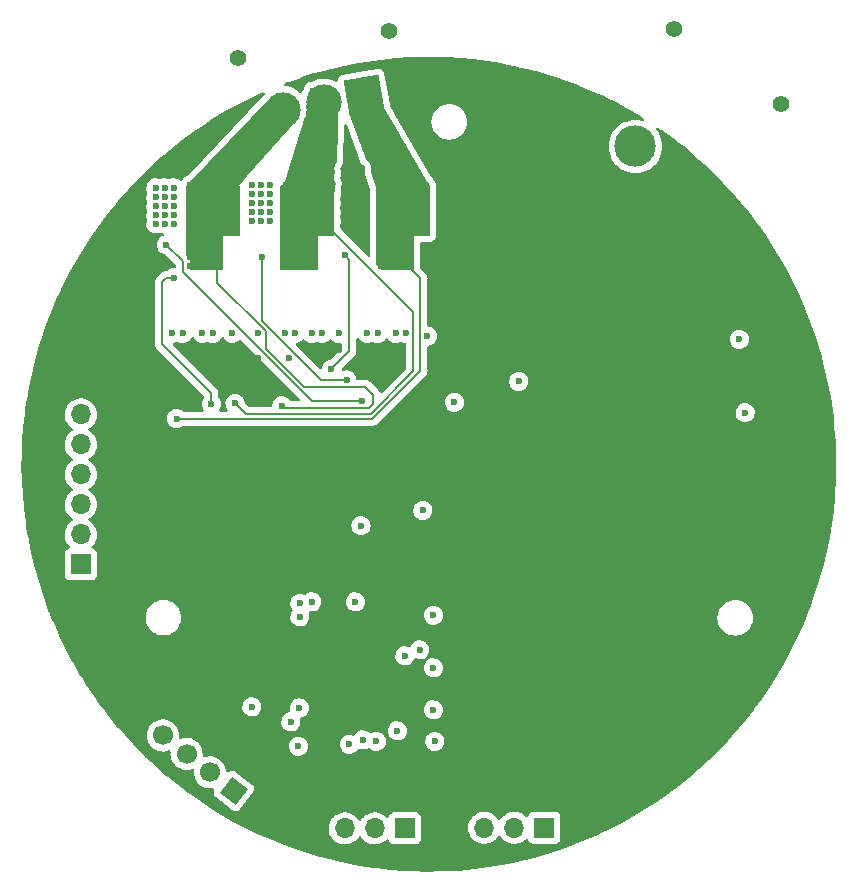
<source format=gbr>
%TF.GenerationSoftware,KiCad,Pcbnew,(6.0.7)*%
%TF.CreationDate,2022-08-30T09:52:08+08:00*%
%TF.ProjectId,rm_foc_driver,726d5f66-6f63-45f6-9472-697665722e6b,rev?*%
%TF.SameCoordinates,Original*%
%TF.FileFunction,Copper,L3,Inr*%
%TF.FilePolarity,Positive*%
%FSLAX46Y46*%
G04 Gerber Fmt 4.6, Leading zero omitted, Abs format (unit mm)*
G04 Created by KiCad (PCBNEW (6.0.7)) date 2022-08-30 09:52:08*
%MOMM*%
%LPD*%
G01*
G04 APERTURE LIST*
G04 Aperture macros list*
%AMHorizOval*
0 Thick line with rounded ends*
0 $1 width*
0 $2 $3 position (X,Y) of the first rounded end (center of the circle)*
0 $4 $5 position (X,Y) of the second rounded end (center of the circle)*
0 Add line between two ends*
20,1,$1,$2,$3,$4,$5,0*
0 Add two circle primitives to create the rounded ends*
1,1,$1,$2,$3*
1,1,$1,$4,$5*%
%AMRotRect*
0 Rectangle, with rotation*
0 The origin of the aperture is its center*
0 $1 length*
0 $2 width*
0 $3 Rotation angle, in degrees counterclockwise*
0 Add horizontal line*
21,1,$1,$2,0,0,$3*%
G04 Aperture macros list end*
%TA.AperFunction,ComponentPad*%
%ADD10RotRect,1.700000X1.700000X232.000000*%
%TD*%
%TA.AperFunction,ComponentPad*%
%ADD11HorizOval,1.700000X0.000000X0.000000X0.000000X0.000000X0*%
%TD*%
%TA.AperFunction,ComponentPad*%
%ADD12R,1.700000X1.700000*%
%TD*%
%TA.AperFunction,ComponentPad*%
%ADD13O,1.700000X1.700000*%
%TD*%
%TA.AperFunction,ComponentPad*%
%ADD14C,1.400000*%
%TD*%
%TA.AperFunction,ComponentPad*%
%ADD15RotRect,3.500000X3.500000X325.000000*%
%TD*%
%TA.AperFunction,ComponentPad*%
%ADD16C,3.500000*%
%TD*%
%TA.AperFunction,ComponentPad*%
%ADD17RotRect,3.000000X3.000000X10.000000*%
%TD*%
%TA.AperFunction,ComponentPad*%
%ADD18C,3.000000*%
%TD*%
%TA.AperFunction,ComponentPad*%
%ADD19C,0.500000*%
%TD*%
%TA.AperFunction,ViaPad*%
%ADD20C,0.800000*%
%TD*%
%TA.AperFunction,ViaPad*%
%ADD21C,0.600000*%
%TD*%
%TA.AperFunction,Conductor*%
%ADD22C,0.177800*%
%TD*%
G04 APERTURE END LIST*
D10*
%TO.N,/MOSI*%
%TO.C,J4*%
X148590000Y-128651000D03*
D11*
%TO.N,/MISO*%
X146588453Y-127087220D03*
%TO.N,/SCLK*%
X144586905Y-125523440D03*
%TO.N,/CS2*%
X142585358Y-123959660D03*
%TD*%
D12*
%TO.N,+3.3V*%
%TO.C,J1*%
X174869000Y-131769000D03*
D13*
%TO.N,/SWDIO*%
X172329000Y-131769000D03*
%TO.N,/SWCLK*%
X169789000Y-131769000D03*
%TO.N,GND*%
X167249000Y-131769000D03*
%TD*%
D12*
%TO.N,/PWM1*%
%TO.C,J5*%
X135636000Y-109474000D03*
D13*
%TO.N,/PWM2*%
X135636000Y-106934000D03*
%TO.N,/PWM3*%
X135636000Y-104394000D03*
%TO.N,/PWM4*%
X135636000Y-101854000D03*
%TO.N,/PWM5*%
X135636000Y-99314000D03*
%TO.N,/PWM6*%
X135636000Y-96774000D03*
%TO.N,GND*%
X135636000Y-94234000D03*
%TD*%
D14*
%TO.N,*%
%TO.C,J6*%
X194883220Y-70491209D03*
X185872548Y-64181868D03*
D15*
%TO.N,GND*%
X186690000Y-76962000D03*
D16*
%TO.N,+12V*%
X182594240Y-74094118D03*
%TD*%
D14*
%TO.N,*%
%TO.C,J8*%
X161715778Y-64309412D03*
X148913278Y-66566838D03*
D17*
%TO.N,/SH_C*%
X159629596Y-69754395D03*
D18*
%TO.N,/SH_B*%
X156182769Y-70362164D03*
%TO.N,/SH_A*%
X152735942Y-70969932D03*
%TD*%
D19*
%TO.N,GND*%
%TO.C,U1*%
X182878052Y-95173399D03*
X184369351Y-93043604D03*
X182558804Y-93362852D03*
X183304454Y-92297955D03*
X183623702Y-94108502D03*
X181813155Y-94427750D03*
%TD*%
D12*
%TO.N,+5V*%
%TO.C,J3*%
X163068000Y-131826000D03*
D13*
%TO.N,/TXD*%
X160528000Y-131826000D03*
%TO.N,/RXD*%
X157988000Y-131826000D03*
%TO.N,GND*%
X155448000Y-131826000D03*
%TD*%
D20*
%TO.N,GND*%
X168478200Y-77317600D03*
X168757600Y-69291200D03*
X190703200Y-80594200D03*
X194284600Y-101346000D03*
X193421000Y-110769400D03*
X186588400Y-115646200D03*
X187198000Y-120218200D03*
X183870600Y-121691400D03*
X178206400Y-121056400D03*
X175437800Y-122478800D03*
X173609000Y-127076200D03*
X169316400Y-126847600D03*
X164211000Y-110794800D03*
X161518600Y-111125000D03*
X145542000Y-111023400D03*
X150037800Y-112090200D03*
X141224000Y-109220000D03*
X144653000Y-118440200D03*
X141681200Y-118567200D03*
X139014200Y-116027200D03*
X148056600Y-105308400D03*
D21*
X158369000Y-74244200D03*
X158267400Y-75158600D03*
X159410400Y-75920600D03*
X157911800Y-75971400D03*
X158648400Y-75946000D03*
X159385000Y-76682600D03*
X157886400Y-76733400D03*
X158623000Y-76708000D03*
X159435800Y-79832200D03*
X159435800Y-77546200D03*
X159435800Y-79070200D03*
X159435800Y-78308200D03*
X158673800Y-79857600D03*
X158673800Y-77571600D03*
X158673800Y-79095600D03*
X158673800Y-78333600D03*
X157937200Y-79883000D03*
X157937200Y-77597000D03*
X157937200Y-79121000D03*
X157937200Y-78359000D03*
D20*
X178638200Y-108788200D03*
D21*
%TO.N,+5V*%
X159359600Y-106196400D03*
X164592000Y-104902000D03*
X191881305Y-96631305D03*
X172720000Y-93980000D03*
%TO.N,GND*%
X161036000Y-120269000D03*
X157734000Y-122301000D03*
X148894800Y-91846400D03*
X152019000Y-122809000D03*
X162179000Y-113792000D03*
X146481800Y-91795600D03*
X147447000Y-114935000D03*
X176860200Y-87909400D03*
X150596600Y-92024200D03*
X160596000Y-117924000D03*
X149352000Y-114935000D03*
X153238200Y-91973400D03*
X160655000Y-122047000D03*
X162382200Y-91643200D03*
X160426400Y-91973400D03*
X157480000Y-91363800D03*
X163855400Y-96037400D03*
X160528000Y-118745000D03*
X151790400Y-107721400D03*
X152146000Y-119634000D03*
X157992500Y-120527500D03*
X148152250Y-119563750D03*
X156235400Y-91744800D03*
X158496000Y-111175800D03*
X192151000Y-94996000D03*
X152919300Y-114935000D03*
X170815000Y-94996000D03*
X177165000Y-89230200D03*
X146981500Y-117305500D03*
X151003000Y-114935000D03*
%TO.N,+12V*%
X155194000Y-89916000D03*
X144272000Y-89916000D03*
X153797000Y-89916000D03*
X157480000Y-89916000D03*
X150622000Y-89916000D03*
X146812000Y-89916000D03*
X156083000Y-89916000D03*
X148463000Y-89916000D03*
X145923000Y-89916000D03*
X152908000Y-89916000D03*
X160782000Y-89916000D03*
X159893000Y-89916000D03*
X162306000Y-89916000D03*
X163195000Y-89916000D03*
X143383000Y-89916000D03*
%TO.N,Net-(C6-Pad1)*%
X165608000Y-124460000D03*
X160655000Y-124460000D03*
%TO.N,/SH_A*%
X145672404Y-83445807D03*
X145672404Y-77349807D03*
X144910404Y-82683807D03*
X145672404Y-78873807D03*
X146431000Y-81915000D03*
X147955000Y-77343000D03*
X146431000Y-81153000D03*
X147196404Y-81159807D03*
X146431000Y-78105000D03*
X147955000Y-79629000D03*
X147196404Y-77349807D03*
X145672404Y-81921807D03*
X144910404Y-77349807D03*
X144910404Y-78873807D03*
X147955000Y-80391000D03*
X147955000Y-78867000D03*
X146431000Y-82677000D03*
X147196404Y-78111807D03*
X147196404Y-79635807D03*
X145672404Y-78111807D03*
X147196404Y-83445807D03*
X146427596Y-84194193D03*
X147196404Y-78873807D03*
X147955000Y-81153000D03*
X146431000Y-79629000D03*
X148717000Y-77343000D03*
X152654000Y-96037400D03*
X145672404Y-81159807D03*
X145669000Y-84201000D03*
X144910404Y-81921807D03*
X144910404Y-79635807D03*
X146431000Y-83439000D03*
X147193000Y-84201000D03*
X147955000Y-78105000D03*
X144910404Y-78111807D03*
X145672404Y-82683807D03*
X144910404Y-81159807D03*
X147196404Y-81921807D03*
X146431000Y-80391000D03*
X148717000Y-78105000D03*
X146431000Y-77343000D03*
X146431000Y-78867000D03*
X144907000Y-84201000D03*
X145672404Y-80397807D03*
X147196404Y-82683807D03*
X145672404Y-79635807D03*
X144910404Y-83445807D03*
X144910404Y-80397807D03*
X147196404Y-80397807D03*
%TO.N,/SH_B*%
X155321000Y-78867000D03*
X153797000Y-84201000D03*
X155321000Y-79629000D03*
X156845000Y-78867000D03*
X155321000Y-81153000D03*
X155321000Y-82677000D03*
X156083000Y-78105000D03*
X153797000Y-79629000D03*
X154559000Y-78867000D03*
X156083000Y-78867000D03*
X155321000Y-78105000D03*
X156083000Y-77343000D03*
X155321000Y-81915000D03*
X153797000Y-80391000D03*
X155321000Y-77343000D03*
X154559000Y-83439000D03*
X153797000Y-78105000D03*
X156845000Y-78105000D03*
X156845000Y-77343000D03*
X155321000Y-83439000D03*
X153035000Y-82677000D03*
X155321000Y-80391000D03*
X154559000Y-77343000D03*
X148691600Y-95834200D03*
X153797000Y-81153000D03*
X156083000Y-79629000D03*
X153797000Y-81915000D03*
X153797000Y-82677000D03*
X154559000Y-81153000D03*
X154559000Y-80391000D03*
X153035000Y-78105000D03*
X156083000Y-80391000D03*
X156083000Y-81153000D03*
X153035000Y-83439000D03*
X153797000Y-83439000D03*
X154559000Y-81915000D03*
X154559000Y-78105000D03*
X155321000Y-84201000D03*
X153035000Y-84201000D03*
X153035000Y-81915000D03*
X156845000Y-80391000D03*
X154559000Y-82677000D03*
X153035000Y-77343000D03*
X153797000Y-78867000D03*
X153035000Y-78867000D03*
X154559000Y-79629000D03*
X156845000Y-81153000D03*
X156845000Y-79629000D03*
X153797000Y-77343000D03*
X154559000Y-84201000D03*
%TO.N,+3.3V*%
X191389000Y-90424000D03*
X155194000Y-112649000D03*
X164338000Y-116713000D03*
X165481000Y-118237000D03*
X158877000Y-112649000D03*
X165481000Y-113792000D03*
X163068000Y-117221000D03*
X165481000Y-121793000D03*
X162433000Y-123571000D03*
X150114000Y-121539000D03*
%TO.N,/SH_C*%
X162560000Y-78867000D03*
X162560000Y-78105000D03*
X163322000Y-82677000D03*
X163322000Y-84201000D03*
X143738600Y-97129600D03*
X163322000Y-77343000D03*
X161036000Y-77343000D03*
X164846000Y-81153000D03*
X162560000Y-81915000D03*
X163322000Y-78867000D03*
X161798000Y-81915000D03*
X161798000Y-79629000D03*
X161036000Y-78867000D03*
X161036000Y-81153000D03*
X164846000Y-80391000D03*
X164084000Y-77343000D03*
X164084000Y-79629000D03*
X161798000Y-81153000D03*
X161036000Y-80391000D03*
X163322000Y-81915000D03*
X164846000Y-79629000D03*
X163322000Y-78105000D03*
X162560000Y-77343000D03*
X161798000Y-83439000D03*
X164084000Y-78105000D03*
X164084000Y-81153000D03*
X164084000Y-80391000D03*
X161036000Y-79629000D03*
X161798000Y-77343000D03*
X163322000Y-81153000D03*
X163322000Y-79629000D03*
X162560000Y-81153000D03*
X162560000Y-83439000D03*
X164846000Y-78867000D03*
X161036000Y-81915000D03*
X161036000Y-83439000D03*
X161798000Y-82677000D03*
X164846000Y-77343000D03*
X161798000Y-78105000D03*
X161036000Y-82677000D03*
X163322000Y-80391000D03*
X162560000Y-79629000D03*
X161036000Y-78105000D03*
X161036000Y-84201000D03*
X164084000Y-78867000D03*
X163322000Y-83439000D03*
X162560000Y-84201000D03*
X161798000Y-80391000D03*
X161798000Y-84201000D03*
X162560000Y-80391000D03*
X162560000Y-82677000D03*
X164846000Y-78105000D03*
X161798000Y-78867000D03*
%TO.N,/GL_A*%
X159461200Y-95605600D03*
X142875000Y-82423000D03*
%TO.N,/SL_A*%
X143510000Y-77597000D03*
X142748000Y-80645000D03*
X142748000Y-77597000D03*
X143510000Y-78359000D03*
X143510000Y-79883000D03*
X164977200Y-90144600D03*
X141986000Y-78359000D03*
X141986000Y-80645000D03*
X141986000Y-79121000D03*
X141986000Y-79883000D03*
X142748000Y-79121000D03*
X141986000Y-77597000D03*
X142748000Y-79883000D03*
X142748000Y-78359000D03*
X143510000Y-79121000D03*
X143510000Y-80645000D03*
%TO.N,/GL_B*%
X151003000Y-83439000D03*
X158150062Y-93853000D03*
%TO.N,/SL_B*%
X150876000Y-78105000D03*
X150114000Y-78867000D03*
X151638000Y-78867000D03*
X151638000Y-79629000D03*
X151638000Y-80391000D03*
X150114000Y-78105000D03*
X167259000Y-95758000D03*
X151638000Y-78105000D03*
X150876000Y-79629000D03*
X150114000Y-80391000D03*
X150114000Y-79629000D03*
X150876000Y-78867000D03*
X150876000Y-80391000D03*
X150876000Y-77343000D03*
X150114000Y-77343000D03*
X151638000Y-77343000D03*
%TO.N,/GH_C*%
X146685000Y-95885000D03*
X143510000Y-85217000D03*
%TO.N,/GL_C*%
X156845000Y-92964000D03*
X157988000Y-83312000D03*
%TO.N,/CS1*%
X154051000Y-124887600D03*
%TO.N,/SO1*%
X154131400Y-121634892D03*
X154178000Y-113919000D03*
%TO.N,/SO2*%
X154178000Y-112776000D03*
X153416000Y-122809000D03*
%TO.N,/MODE*%
X159512000Y-124333000D03*
%TO.N,/ADC1*%
X158369000Y-124714000D03*
%TD*%
D22*
%TO.N,/SH_A*%
X151294655Y-89725945D02*
X151294655Y-91197365D01*
X159994600Y-96240600D02*
X152857200Y-96240600D01*
X147196404Y-85627694D02*
X151294655Y-89725945D01*
X160375600Y-95859600D02*
X159994600Y-96240600D01*
X152857200Y-96240600D02*
X152654000Y-96037400D01*
X160375600Y-95123000D02*
X160375600Y-95859600D01*
X159694500Y-94441900D02*
X160375600Y-95123000D01*
X151294655Y-91197365D02*
X154539190Y-94441900D01*
X154539190Y-94441900D02*
X159024700Y-94441900D01*
X159024700Y-94441900D02*
X159694500Y-94441900D01*
X147196404Y-82683807D02*
X147196404Y-85627694D01*
%TO.N,/SH_B*%
X156845000Y-81153000D02*
X163783900Y-88091900D01*
X163783900Y-93136210D02*
X160168310Y-96751800D01*
X163783900Y-88091900D02*
X163783900Y-93136210D01*
X149609200Y-96751800D02*
X148691600Y-95834200D01*
X160168310Y-96751800D02*
X149609200Y-96751800D01*
%TO.N,/SH_C*%
X164388800Y-93065600D02*
X160324800Y-97129600D01*
X164388800Y-85267800D02*
X164388800Y-93065600D01*
X160324800Y-97129600D02*
X143738600Y-97129600D01*
X163322000Y-84201000D02*
X164388800Y-85267800D01*
%TO.N,/GL_A*%
X144272000Y-83820000D02*
X142875000Y-82423000D01*
X159461200Y-95605600D02*
X155168600Y-95605600D01*
X144272000Y-84709000D02*
X144272000Y-83820000D01*
X155168600Y-95605600D02*
X144272000Y-84709000D01*
%TO.N,/GL_B*%
X155956000Y-93853000D02*
X151003000Y-88900000D01*
X158150062Y-93853000D02*
X155956000Y-93853000D01*
X151003000Y-88900000D02*
X151003000Y-83439000D01*
%TO.N,/GH_C*%
X142494000Y-90805000D02*
X146685000Y-94996000D01*
X142875000Y-85217000D02*
X142494000Y-85598000D01*
X146685000Y-94996000D02*
X146685000Y-95885000D01*
X142494000Y-85598000D02*
X142494000Y-90805000D01*
X143510000Y-85217000D02*
X142875000Y-85217000D01*
%TO.N,/GL_C*%
X158369000Y-83693000D02*
X158369000Y-91440000D01*
X158369000Y-91440000D02*
X156845000Y-92964000D01*
X157988000Y-83312000D02*
X158369000Y-83693000D01*
%TD*%
%TA.AperFunction,Conductor*%
%TO.N,/SH_C*%
G36*
X161270692Y-70763666D02*
G01*
X161327522Y-70806221D01*
X161335917Y-70818985D01*
X161732514Y-71509831D01*
X165081185Y-77343000D01*
X165227000Y-77597000D01*
X160655000Y-77597000D01*
X160171502Y-76280810D01*
X160166788Y-76209970D01*
X160171986Y-76192620D01*
X160195954Y-76129524D01*
X160195956Y-76129517D01*
X160198455Y-76122938D01*
X160223699Y-75943317D01*
X160224016Y-75920600D01*
X160203797Y-75740345D01*
X160201480Y-75733691D01*
X160146464Y-75575706D01*
X160146462Y-75575703D01*
X160144145Y-75569048D01*
X160048026Y-75415224D01*
X159928555Y-75294916D01*
X159925178Y-75291515D01*
X159925174Y-75291512D01*
X159920215Y-75286518D01*
X159914267Y-75282743D01*
X159807647Y-75215080D01*
X159760848Y-75161691D01*
X159756889Y-75152142D01*
X158418897Y-71509831D01*
X158414183Y-71438991D01*
X158448516Y-71376848D01*
X158510402Y-71343260D01*
X160922069Y-70818985D01*
X161199877Y-70758592D01*
X161270692Y-70763666D01*
G37*
%TD.AperFunction*%
%TD*%
%TA.AperFunction,Conductor*%
%TO.N,/SH_A*%
G36*
X149040121Y-77363002D02*
G01*
X149086614Y-77416658D01*
X149098000Y-77469000D01*
X149098000Y-81535000D01*
X149077998Y-81603121D01*
X149024342Y-81649614D01*
X148972000Y-81661000D01*
X147701000Y-81661000D01*
X147701000Y-84456000D01*
X147680998Y-84524121D01*
X147627342Y-84570614D01*
X147575000Y-84582000D01*
X145042041Y-84582000D01*
X144973920Y-84561998D01*
X144952946Y-84545095D01*
X144906305Y-84498454D01*
X144872279Y-84436142D01*
X144869400Y-84409359D01*
X144869400Y-83867414D01*
X144870478Y-83850967D01*
X144873477Y-83828188D01*
X144874555Y-83820000D01*
X144854023Y-83664047D01*
X144793828Y-83518723D01*
X144698071Y-83393929D01*
X144673285Y-83374910D01*
X144660894Y-83364043D01*
X144562905Y-83266054D01*
X144528879Y-83203742D01*
X144526000Y-83176959D01*
X144526000Y-77469000D01*
X144546002Y-77400879D01*
X144599658Y-77354386D01*
X144652000Y-77343000D01*
X148972000Y-77343000D01*
X149040121Y-77363002D01*
G37*
%TD.AperFunction*%
%TD*%
%TA.AperFunction,Conductor*%
%TO.N,/SH_C*%
G36*
X165169121Y-77363002D02*
G01*
X165215614Y-77416658D01*
X165227000Y-77469000D01*
X165227000Y-81535000D01*
X165206998Y-81603121D01*
X165153342Y-81649614D01*
X165101000Y-81661000D01*
X163830000Y-81661000D01*
X163830000Y-84456000D01*
X163809998Y-84524121D01*
X163756342Y-84570614D01*
X163704000Y-84582000D01*
X161171041Y-84582000D01*
X161102920Y-84561998D01*
X161081946Y-84545095D01*
X160691905Y-84155054D01*
X160657879Y-84092742D01*
X160655000Y-84065959D01*
X160655000Y-77343000D01*
X165101000Y-77343000D01*
X165169121Y-77363002D01*
G37*
%TD.AperFunction*%
%TD*%
%TA.AperFunction,Conductor*%
%TO.N,GND*%
G36*
X165523463Y-66510902D02*
G01*
X166662577Y-66543716D01*
X166666724Y-66543904D01*
X167804093Y-66614465D01*
X167808258Y-66614793D01*
X168942630Y-66723022D01*
X168946782Y-66723487D01*
X170076983Y-66869271D01*
X170081118Y-66869874D01*
X171205860Y-67053050D01*
X171209972Y-67053790D01*
X171483121Y-67107627D01*
X172328035Y-67274158D01*
X172332083Y-67275026D01*
X172899225Y-67406483D01*
X173442220Y-67532343D01*
X173446274Y-67533354D01*
X173761138Y-67617427D01*
X174547279Y-67827338D01*
X174551255Y-67828471D01*
X175200953Y-68025245D01*
X175641885Y-68158790D01*
X175645863Y-68160067D01*
X176322699Y-68389822D01*
X176694829Y-68516143D01*
X176724927Y-68526360D01*
X176728854Y-68527766D01*
X177795226Y-68929650D01*
X177799076Y-68931174D01*
X178851557Y-69368202D01*
X178855336Y-69369846D01*
X179892716Y-69841515D01*
X179896462Y-69843293D01*
X180211397Y-69999286D01*
X180917665Y-70349113D01*
X180921377Y-70351030D01*
X181925165Y-70890384D01*
X181928807Y-70892419D01*
X182914228Y-71464798D01*
X182917738Y-71466914D01*
X183218787Y-71655396D01*
X183246039Y-71672458D01*
X183293163Y-71725561D01*
X183304097Y-71795710D01*
X183275369Y-71860635D01*
X183216101Y-71899722D01*
X183154594Y-71902833D01*
X182893705Y-71850938D01*
X182893699Y-71850937D01*
X182889666Y-71850135D01*
X182885561Y-71849866D01*
X182885554Y-71849865D01*
X182598359Y-71831042D01*
X182594240Y-71830772D01*
X182590121Y-71831042D01*
X182302926Y-71849865D01*
X182302919Y-71849866D01*
X182298814Y-71850135D01*
X182294781Y-71850937D01*
X182294775Y-71850938D01*
X182012493Y-71907088D01*
X182012487Y-71907090D01*
X182008443Y-71907894D01*
X182004534Y-71909221D01*
X182004530Y-71909222D01*
X181758426Y-71992763D01*
X181728095Y-72003059D01*
X181629337Y-72051761D01*
X181466271Y-72132176D01*
X181466266Y-72132179D01*
X181462567Y-72134003D01*
X181459134Y-72136297D01*
X181219833Y-72296192D01*
X181219828Y-72296196D01*
X181216402Y-72298485D01*
X181213308Y-72301199D01*
X181213302Y-72301203D01*
X181126957Y-72376926D01*
X180993813Y-72493691D01*
X180991104Y-72496780D01*
X180801325Y-72713180D01*
X180801321Y-72713186D01*
X180798607Y-72716280D01*
X180634125Y-72962445D01*
X180503181Y-73227973D01*
X180501856Y-73231878D01*
X180501855Y-73231879D01*
X180413115Y-73493301D01*
X180408016Y-73508321D01*
X180407212Y-73512365D01*
X180407210Y-73512371D01*
X180391716Y-73590267D01*
X180350257Y-73798692D01*
X180330894Y-74094118D01*
X180331164Y-74098237D01*
X180342561Y-74272120D01*
X180350257Y-74389544D01*
X180408016Y-74679915D01*
X180503181Y-74960263D01*
X180634125Y-75225791D01*
X180636419Y-75229224D01*
X180754301Y-75405647D01*
X180798607Y-75471956D01*
X180801321Y-75475050D01*
X180801325Y-75475056D01*
X180950989Y-75645714D01*
X180993813Y-75694545D01*
X180996902Y-75697254D01*
X181213302Y-75887033D01*
X181213308Y-75887037D01*
X181216402Y-75889751D01*
X181219828Y-75892040D01*
X181219833Y-75892044D01*
X181395211Y-76009227D01*
X181462567Y-76054233D01*
X181466266Y-76056057D01*
X181466271Y-76056060D01*
X181540937Y-76092881D01*
X181728095Y-76185177D01*
X181732000Y-76186502D01*
X181732001Y-76186503D01*
X182004530Y-76279014D01*
X182004534Y-76279015D01*
X182008443Y-76280342D01*
X182012487Y-76281146D01*
X182012493Y-76281148D01*
X182294775Y-76337298D01*
X182294781Y-76337299D01*
X182298814Y-76338101D01*
X182302919Y-76338370D01*
X182302926Y-76338371D01*
X182590121Y-76357194D01*
X182594240Y-76357464D01*
X182598359Y-76357194D01*
X182885554Y-76338371D01*
X182885561Y-76338370D01*
X182889666Y-76338101D01*
X182893699Y-76337299D01*
X182893705Y-76337298D01*
X183175987Y-76281148D01*
X183175993Y-76281146D01*
X183180037Y-76280342D01*
X183183946Y-76279015D01*
X183183950Y-76279014D01*
X183456479Y-76186503D01*
X183456480Y-76186502D01*
X183460385Y-76185177D01*
X183647543Y-76092881D01*
X183722209Y-76056060D01*
X183722214Y-76056057D01*
X183725913Y-76054233D01*
X183793269Y-76009227D01*
X183968647Y-75892044D01*
X183968652Y-75892040D01*
X183972078Y-75889751D01*
X183975172Y-75887037D01*
X183975178Y-75887033D01*
X184191578Y-75697254D01*
X184194667Y-75694545D01*
X184237491Y-75645714D01*
X184387155Y-75475056D01*
X184387159Y-75475050D01*
X184389873Y-75471956D01*
X184434180Y-75405647D01*
X184552061Y-75229224D01*
X184554355Y-75225791D01*
X184685299Y-74960263D01*
X184780464Y-74679915D01*
X184838223Y-74389544D01*
X184845920Y-74272120D01*
X184857316Y-74098237D01*
X184857586Y-74094118D01*
X184838223Y-73798692D01*
X184796765Y-73590267D01*
X184781270Y-73512371D01*
X184781268Y-73512365D01*
X184780464Y-73508321D01*
X184775366Y-73493301D01*
X184686625Y-73231879D01*
X184686624Y-73231878D01*
X184685299Y-73227973D01*
X184554355Y-72962445D01*
X184389873Y-72716280D01*
X184387151Y-72713176D01*
X184387147Y-72713171D01*
X184378851Y-72703711D01*
X184348973Y-72639308D01*
X184358657Y-72568975D01*
X184404829Y-72515043D01*
X184472829Y-72494634D01*
X184543948Y-72516112D01*
X184622469Y-72568975D01*
X184795892Y-72685730D01*
X184832421Y-72710323D01*
X184835842Y-72712709D01*
X185759556Y-73380138D01*
X185762870Y-73382618D01*
X186295021Y-73794653D01*
X186663895Y-74080266D01*
X186667150Y-74082873D01*
X186680719Y-74094118D01*
X187544575Y-74810033D01*
X187547747Y-74812752D01*
X188009604Y-75222087D01*
X188386919Y-75556494D01*
X188400553Y-75568578D01*
X188403627Y-75571394D01*
X189230919Y-76355095D01*
X189233904Y-76358018D01*
X190034751Y-77168709D01*
X190037638Y-77171730D01*
X190811184Y-78008548D01*
X190813968Y-78011663D01*
X191104488Y-78347640D01*
X191557006Y-78870962D01*
X191559292Y-78873606D01*
X191561966Y-78876803D01*
X192188361Y-79651717D01*
X192278371Y-79763069D01*
X192280936Y-79766354D01*
X192805095Y-80460675D01*
X192967511Y-80675817D01*
X192969973Y-80679192D01*
X193626057Y-81610975D01*
X193628405Y-81614431D01*
X194253201Y-82567403D01*
X194255434Y-82570935D01*
X194848301Y-83544117D01*
X194850415Y-83547720D01*
X195410689Y-84540021D01*
X195412683Y-84543693D01*
X195939765Y-85554053D01*
X195941635Y-85557789D01*
X196434905Y-86585022D01*
X196436651Y-86588818D01*
X196895604Y-87631867D01*
X196897223Y-87635719D01*
X197321330Y-88693384D01*
X197322821Y-88697287D01*
X197711642Y-89768473D01*
X197713002Y-89772423D01*
X197873786Y-90265799D01*
X198049230Y-90804159D01*
X198066085Y-90855881D01*
X198067312Y-90859868D01*
X198358689Y-91866071D01*
X198384289Y-91954476D01*
X198385378Y-91958485D01*
X198590478Y-92766066D01*
X198665886Y-93062987D01*
X198666847Y-93067053D01*
X198910574Y-94180221D01*
X198911400Y-94184316D01*
X199118089Y-95304963D01*
X199118779Y-95309081D01*
X199121306Y-95325893D01*
X199288203Y-96436000D01*
X199288755Y-96440142D01*
X199361842Y-97067023D01*
X199403192Y-97421685D01*
X199420717Y-97572004D01*
X199421131Y-97576151D01*
X199512010Y-98669840D01*
X199515496Y-98711797D01*
X199515772Y-98715951D01*
X199532581Y-99053588D01*
X199572432Y-99854095D01*
X199572571Y-99858271D01*
X199583629Y-100525114D01*
X199589134Y-100857051D01*
X199591475Y-100998246D01*
X199591488Y-101001325D01*
X199587257Y-101540006D01*
X199587195Y-101543084D01*
X199585564Y-101593588D01*
X199551023Y-102662990D01*
X199550390Y-102682579D01*
X199550187Y-102686724D01*
X199512495Y-103261800D01*
X199475655Y-103823855D01*
X199475313Y-103828019D01*
X199363123Y-104962039D01*
X199362643Y-104966189D01*
X199212914Y-106095874D01*
X199212296Y-106100007D01*
X199140561Y-106530990D01*
X199025534Y-107222069D01*
X199025199Y-107224079D01*
X199024448Y-107228171D01*
X198961087Y-107543829D01*
X198800178Y-108345457D01*
X198799288Y-108349539D01*
X198538103Y-109458752D01*
X198537078Y-109462803D01*
X198309852Y-110302029D01*
X198239383Y-110562297D01*
X198239257Y-110562761D01*
X198238100Y-110566768D01*
X197973680Y-111428959D01*
X197903981Y-111656224D01*
X197902697Y-111660176D01*
X197554036Y-112675639D01*
X197532626Y-112737995D01*
X197531208Y-112741912D01*
X197129760Y-113795962D01*
X197125612Y-113806852D01*
X197124067Y-113810716D01*
X197007724Y-114088160D01*
X196683384Y-114861622D01*
X196681705Y-114865447D01*
X196206432Y-115901147D01*
X196204627Y-115904915D01*
X195699747Y-116915338D01*
X195695259Y-116924319D01*
X195693331Y-116928021D01*
X195248590Y-117748841D01*
X195150467Y-117929937D01*
X195148419Y-117933572D01*
X195089733Y-118033800D01*
X194572630Y-118916945D01*
X194570460Y-118920515D01*
X193962367Y-119884284D01*
X193960079Y-119887780D01*
X193320383Y-120830834D01*
X193317980Y-120834253D01*
X192647375Y-121755570D01*
X192644861Y-121758907D01*
X192609653Y-121804052D01*
X191957074Y-122640821D01*
X191944048Y-122657523D01*
X191941438Y-122660757D01*
X191394957Y-123315500D01*
X191211237Y-123535617D01*
X191208507Y-123538780D01*
X190449711Y-124388939D01*
X190446879Y-124392009D01*
X189666150Y-125210424D01*
X189660285Y-125216572D01*
X189657364Y-125219534D01*
X188843846Y-126017581D01*
X188840861Y-126020414D01*
X188500952Y-126332430D01*
X188001356Y-126791027D01*
X187998232Y-126793801D01*
X187133625Y-127536169D01*
X187130410Y-127538837D01*
X186241722Y-128252085D01*
X186238421Y-128254646D01*
X185326541Y-128938060D01*
X185323157Y-128940510D01*
X184389125Y-129593313D01*
X184385661Y-129595650D01*
X183430472Y-130217143D01*
X183426932Y-130219363D01*
X182451685Y-130808830D01*
X182448074Y-130810931D01*
X181453838Y-131367731D01*
X181450186Y-131369698D01*
X180437944Y-131893274D01*
X180434292Y-131895087D01*
X179712849Y-132238425D01*
X179405287Y-132384795D01*
X179401485Y-132386528D01*
X178356824Y-132841844D01*
X178352966Y-132843449D01*
X177506471Y-133179456D01*
X177293818Y-133263866D01*
X177289909Y-133265343D01*
X176217410Y-133650409D01*
X176213455Y-133651756D01*
X175128733Y-134001067D01*
X175124736Y-134002281D01*
X174029082Y-134315420D01*
X174025046Y-134316502D01*
X173652210Y-134409806D01*
X172919539Y-134593161D01*
X172915527Y-134594094D01*
X171801464Y-134833946D01*
X171797366Y-134834757D01*
X170676009Y-135037531D01*
X170671886Y-135038206D01*
X169544414Y-135203691D01*
X169540270Y-135204229D01*
X168407956Y-135332239D01*
X168403798Y-135332640D01*
X167537449Y-135401584D01*
X167267806Y-135423042D01*
X167263646Y-135423304D01*
X167163575Y-135427936D01*
X166125321Y-135475990D01*
X166121144Y-135476114D01*
X164981709Y-135491030D01*
X164977531Y-135491016D01*
X163838196Y-135468145D01*
X163834021Y-135467992D01*
X162696065Y-135407358D01*
X162691897Y-135407066D01*
X162253423Y-135369090D01*
X161556599Y-135308739D01*
X161552498Y-135308316D01*
X160421022Y-135172394D01*
X160416926Y-135171833D01*
X159853757Y-135085153D01*
X159290611Y-134998476D01*
X159286493Y-134997772D01*
X158419610Y-134834757D01*
X158166536Y-134787167D01*
X158162472Y-134786332D01*
X157296962Y-134593660D01*
X157050164Y-134538720D01*
X157046102Y-134537745D01*
X155942616Y-134253392D01*
X155938587Y-134252283D01*
X155830658Y-134220620D01*
X154845057Y-133931476D01*
X154841123Y-133930250D01*
X154112778Y-133690078D01*
X153758874Y-133573378D01*
X153754929Y-133572004D01*
X153056268Y-133315639D01*
X152685116Y-133179449D01*
X152681254Y-133177959D01*
X151625007Y-132750135D01*
X151621190Y-132748514D01*
X150579759Y-132285928D01*
X150575969Y-132284169D01*
X149561566Y-131792695D01*
X156625251Y-131792695D01*
X156625548Y-131797848D01*
X156625548Y-131797851D01*
X156631104Y-131894210D01*
X156638110Y-132015715D01*
X156639247Y-132020761D01*
X156639248Y-132020767D01*
X156663304Y-132127508D01*
X156687222Y-132233639D01*
X156771266Y-132440616D01*
X156808685Y-132501678D01*
X156885291Y-132626688D01*
X156887987Y-132631088D01*
X157034250Y-132799938D01*
X157206126Y-132942632D01*
X157399000Y-133055338D01*
X157403825Y-133057180D01*
X157403826Y-133057181D01*
X157444642Y-133072767D01*
X157607692Y-133135030D01*
X157612760Y-133136061D01*
X157612763Y-133136062D01*
X157720017Y-133157883D01*
X157826597Y-133179567D01*
X157831772Y-133179757D01*
X157831774Y-133179757D01*
X158044673Y-133187564D01*
X158044677Y-133187564D01*
X158049837Y-133187753D01*
X158054957Y-133187097D01*
X158054959Y-133187097D01*
X158266288Y-133160025D01*
X158266289Y-133160025D01*
X158271416Y-133159368D01*
X158276366Y-133157883D01*
X158480429Y-133096661D01*
X158480434Y-133096659D01*
X158485384Y-133095174D01*
X158685994Y-132996896D01*
X158867860Y-132867173D01*
X159026096Y-132709489D01*
X159031248Y-132702320D01*
X159156453Y-132528077D01*
X159157776Y-132529028D01*
X159204645Y-132485857D01*
X159274580Y-132473625D01*
X159340026Y-132501144D01*
X159367875Y-132532994D01*
X159427987Y-132631088D01*
X159574250Y-132799938D01*
X159746126Y-132942632D01*
X159939000Y-133055338D01*
X159943825Y-133057180D01*
X159943826Y-133057181D01*
X159984642Y-133072767D01*
X160147692Y-133135030D01*
X160152760Y-133136061D01*
X160152763Y-133136062D01*
X160260017Y-133157883D01*
X160366597Y-133179567D01*
X160371772Y-133179757D01*
X160371774Y-133179757D01*
X160584673Y-133187564D01*
X160584677Y-133187564D01*
X160589837Y-133187753D01*
X160594957Y-133187097D01*
X160594959Y-133187097D01*
X160806288Y-133160025D01*
X160806289Y-133160025D01*
X160811416Y-133159368D01*
X160816366Y-133157883D01*
X161020429Y-133096661D01*
X161020434Y-133096659D01*
X161025384Y-133095174D01*
X161225994Y-132996896D01*
X161407860Y-132867173D01*
X161516091Y-132759319D01*
X161578462Y-132725404D01*
X161649268Y-132730592D01*
X161706030Y-132773238D01*
X161723012Y-132804341D01*
X161752248Y-132882327D01*
X161767385Y-132922705D01*
X161854739Y-133039261D01*
X161971295Y-133126615D01*
X162107684Y-133177745D01*
X162169866Y-133184500D01*
X163966134Y-133184500D01*
X164028316Y-133177745D01*
X164164705Y-133126615D01*
X164281261Y-133039261D01*
X164368615Y-132922705D01*
X164419745Y-132786316D01*
X164426500Y-132724134D01*
X164426500Y-131735695D01*
X168426251Y-131735695D01*
X168426548Y-131740848D01*
X168426548Y-131740851D01*
X168429835Y-131797851D01*
X168439110Y-131958715D01*
X168440247Y-131963761D01*
X168440248Y-131963767D01*
X168453094Y-132020767D01*
X168488222Y-132176639D01*
X168572266Y-132383616D01*
X168609685Y-132444678D01*
X168686291Y-132569688D01*
X168688987Y-132574088D01*
X168835250Y-132742938D01*
X169007126Y-132885632D01*
X169200000Y-132998338D01*
X169408692Y-133078030D01*
X169413760Y-133079061D01*
X169413763Y-133079062D01*
X169521017Y-133100883D01*
X169627597Y-133122567D01*
X169632772Y-133122757D01*
X169632774Y-133122757D01*
X169845673Y-133130564D01*
X169845677Y-133130564D01*
X169850837Y-133130753D01*
X169855957Y-133130097D01*
X169855959Y-133130097D01*
X170067288Y-133103025D01*
X170067289Y-133103025D01*
X170072416Y-133102368D01*
X170077366Y-133100883D01*
X170281429Y-133039661D01*
X170281434Y-133039659D01*
X170286384Y-133038174D01*
X170486994Y-132939896D01*
X170668860Y-132810173D01*
X170674713Y-132804341D01*
X170774108Y-132705292D01*
X170827096Y-132652489D01*
X170886594Y-132569689D01*
X170957453Y-132471077D01*
X170958776Y-132472028D01*
X171005645Y-132428857D01*
X171075580Y-132416625D01*
X171141026Y-132444144D01*
X171168875Y-132475994D01*
X171228987Y-132574088D01*
X171375250Y-132742938D01*
X171547126Y-132885632D01*
X171740000Y-132998338D01*
X171948692Y-133078030D01*
X171953760Y-133079061D01*
X171953763Y-133079062D01*
X172061017Y-133100883D01*
X172167597Y-133122567D01*
X172172772Y-133122757D01*
X172172774Y-133122757D01*
X172385673Y-133130564D01*
X172385677Y-133130564D01*
X172390837Y-133130753D01*
X172395957Y-133130097D01*
X172395959Y-133130097D01*
X172607288Y-133103025D01*
X172607289Y-133103025D01*
X172612416Y-133102368D01*
X172617366Y-133100883D01*
X172821429Y-133039661D01*
X172821434Y-133039659D01*
X172826384Y-133038174D01*
X173026994Y-132939896D01*
X173208860Y-132810173D01*
X173317091Y-132702319D01*
X173379462Y-132668404D01*
X173450268Y-132673592D01*
X173507030Y-132716238D01*
X173524012Y-132747341D01*
X173535678Y-132778460D01*
X173568385Y-132865705D01*
X173655739Y-132982261D01*
X173772295Y-133069615D01*
X173908684Y-133120745D01*
X173970866Y-133127500D01*
X175767134Y-133127500D01*
X175829316Y-133120745D01*
X175965705Y-133069615D01*
X176082261Y-132982261D01*
X176169615Y-132865705D01*
X176220745Y-132729316D01*
X176227500Y-132667134D01*
X176227500Y-130870866D01*
X176220745Y-130808684D01*
X176169615Y-130672295D01*
X176082261Y-130555739D01*
X175965705Y-130468385D01*
X175829316Y-130417255D01*
X175767134Y-130410500D01*
X173970866Y-130410500D01*
X173908684Y-130417255D01*
X173772295Y-130468385D01*
X173655739Y-130555739D01*
X173568385Y-130672295D01*
X173565233Y-130680703D01*
X173523919Y-130790907D01*
X173481277Y-130847671D01*
X173414716Y-130872371D01*
X173345367Y-130857163D01*
X173312743Y-130831476D01*
X173262151Y-130775875D01*
X173262142Y-130775866D01*
X173258670Y-130772051D01*
X173254619Y-130768852D01*
X173254615Y-130768848D01*
X173087414Y-130636800D01*
X173087410Y-130636798D01*
X173083359Y-130633598D01*
X173058580Y-130619919D01*
X173031136Y-130604769D01*
X172887789Y-130525638D01*
X172882920Y-130523914D01*
X172882916Y-130523912D01*
X172682087Y-130452795D01*
X172682083Y-130452794D01*
X172677212Y-130451069D01*
X172672119Y-130450162D01*
X172672116Y-130450161D01*
X172462373Y-130412800D01*
X172462367Y-130412799D01*
X172457284Y-130411894D01*
X172383452Y-130410992D01*
X172239081Y-130409228D01*
X172239079Y-130409228D01*
X172233911Y-130409165D01*
X172013091Y-130442955D01*
X171800756Y-130512357D01*
X171602607Y-130615507D01*
X171598474Y-130618610D01*
X171598471Y-130618612D01*
X171428100Y-130746530D01*
X171423965Y-130749635D01*
X171367536Y-130808684D01*
X171305559Y-130873540D01*
X171269629Y-130911138D01*
X171162201Y-131068621D01*
X171107293Y-131113621D01*
X171036768Y-131121792D01*
X170973021Y-131090538D01*
X170952324Y-131066054D01*
X170871822Y-130941617D01*
X170871820Y-130941614D01*
X170869014Y-130937277D01*
X170718670Y-130772051D01*
X170714619Y-130768852D01*
X170714615Y-130768848D01*
X170547414Y-130636800D01*
X170547410Y-130636798D01*
X170543359Y-130633598D01*
X170518580Y-130619919D01*
X170491136Y-130604769D01*
X170347789Y-130525638D01*
X170342920Y-130523914D01*
X170342916Y-130523912D01*
X170142087Y-130452795D01*
X170142083Y-130452794D01*
X170137212Y-130451069D01*
X170132119Y-130450162D01*
X170132116Y-130450161D01*
X169922373Y-130412800D01*
X169922367Y-130412799D01*
X169917284Y-130411894D01*
X169843452Y-130410992D01*
X169699081Y-130409228D01*
X169699079Y-130409228D01*
X169693911Y-130409165D01*
X169473091Y-130442955D01*
X169260756Y-130512357D01*
X169062607Y-130615507D01*
X169058474Y-130618610D01*
X169058471Y-130618612D01*
X168888100Y-130746530D01*
X168883965Y-130749635D01*
X168827536Y-130808684D01*
X168765559Y-130873540D01*
X168729629Y-130911138D01*
X168603743Y-131095680D01*
X168579271Y-131148401D01*
X168530798Y-131252828D01*
X168509688Y-131298305D01*
X168449989Y-131513570D01*
X168426251Y-131735695D01*
X164426500Y-131735695D01*
X164426500Y-130927866D01*
X164419745Y-130865684D01*
X164368615Y-130729295D01*
X164281261Y-130612739D01*
X164164705Y-130525385D01*
X164028316Y-130474255D01*
X163966134Y-130467500D01*
X162169866Y-130467500D01*
X162107684Y-130474255D01*
X161971295Y-130525385D01*
X161854739Y-130612739D01*
X161767385Y-130729295D01*
X161764233Y-130737703D01*
X161722919Y-130847907D01*
X161680277Y-130904671D01*
X161613716Y-130929371D01*
X161544367Y-130914163D01*
X161511743Y-130888476D01*
X161461151Y-130832875D01*
X161461142Y-130832866D01*
X161457670Y-130829051D01*
X161453619Y-130825852D01*
X161453615Y-130825848D01*
X161286414Y-130693800D01*
X161286410Y-130693798D01*
X161282359Y-130690598D01*
X161275773Y-130686962D01*
X161230136Y-130661769D01*
X161086789Y-130582638D01*
X161081920Y-130580914D01*
X161081916Y-130580912D01*
X160881087Y-130509795D01*
X160881083Y-130509794D01*
X160876212Y-130508069D01*
X160871119Y-130507162D01*
X160871116Y-130507161D01*
X160661373Y-130469800D01*
X160661367Y-130469799D01*
X160656284Y-130468894D01*
X160582452Y-130467992D01*
X160438081Y-130466228D01*
X160438079Y-130466228D01*
X160432911Y-130466165D01*
X160212091Y-130499955D01*
X159999756Y-130569357D01*
X159801607Y-130672507D01*
X159797474Y-130675610D01*
X159797471Y-130675612D01*
X159627100Y-130803530D01*
X159622965Y-130806635D01*
X159583750Y-130847671D01*
X159523100Y-130911138D01*
X159468629Y-130968138D01*
X159361201Y-131125621D01*
X159306293Y-131170621D01*
X159235768Y-131178792D01*
X159172021Y-131147538D01*
X159151324Y-131123054D01*
X159070822Y-130998617D01*
X159070820Y-130998614D01*
X159068014Y-130994277D01*
X158917670Y-130829051D01*
X158913619Y-130825852D01*
X158913615Y-130825848D01*
X158746414Y-130693800D01*
X158746410Y-130693798D01*
X158742359Y-130690598D01*
X158735773Y-130686962D01*
X158690136Y-130661769D01*
X158546789Y-130582638D01*
X158541920Y-130580914D01*
X158541916Y-130580912D01*
X158341087Y-130509795D01*
X158341083Y-130509794D01*
X158336212Y-130508069D01*
X158331119Y-130507162D01*
X158331116Y-130507161D01*
X158121373Y-130469800D01*
X158121367Y-130469799D01*
X158116284Y-130468894D01*
X158042452Y-130467992D01*
X157898081Y-130466228D01*
X157898079Y-130466228D01*
X157892911Y-130466165D01*
X157672091Y-130499955D01*
X157459756Y-130569357D01*
X157261607Y-130672507D01*
X157257474Y-130675610D01*
X157257471Y-130675612D01*
X157087100Y-130803530D01*
X157082965Y-130806635D01*
X157043750Y-130847671D01*
X156983100Y-130911138D01*
X156928629Y-130968138D01*
X156802743Y-131152680D01*
X156708688Y-131355305D01*
X156648989Y-131570570D01*
X156625251Y-131792695D01*
X149561566Y-131792695D01*
X149550429Y-131787299D01*
X149546700Y-131785415D01*
X148538232Y-131254834D01*
X148534567Y-131252828D01*
X147544220Y-130689089D01*
X147540623Y-130686962D01*
X146569498Y-130090689D01*
X146565975Y-130088444D01*
X145615203Y-129460334D01*
X145611755Y-129457974D01*
X144880585Y-128939319D01*
X144682259Y-128798636D01*
X144678900Y-128796168D01*
X144596083Y-128733192D01*
X143771819Y-128106407D01*
X143768537Y-128103824D01*
X143020541Y-127494859D01*
X142884834Y-127384376D01*
X142881639Y-127381686D01*
X142543491Y-127087220D01*
X142022265Y-126633327D01*
X142019165Y-126630536D01*
X141879668Y-126500680D01*
X141185047Y-125854068D01*
X141182042Y-125851176D01*
X141098813Y-125768381D01*
X140712438Y-125384024D01*
X140374167Y-125047519D01*
X140371254Y-125044524D01*
X140039366Y-124691717D01*
X139590436Y-124214491D01*
X139587638Y-124211416D01*
X139583959Y-124207235D01*
X139336765Y-123926355D01*
X141222609Y-123926355D01*
X141222906Y-123931508D01*
X141222906Y-123931511D01*
X141232554Y-124098841D01*
X141235468Y-124149375D01*
X141236605Y-124154421D01*
X141236606Y-124154427D01*
X141260064Y-124258515D01*
X141284580Y-124367299D01*
X141329838Y-124478757D01*
X141350674Y-124530069D01*
X141368624Y-124574276D01*
X141371323Y-124578680D01*
X141450169Y-124707345D01*
X141485345Y-124764748D01*
X141631608Y-124933598D01*
X141803484Y-125076292D01*
X141996358Y-125188998D01*
X142205050Y-125268690D01*
X142210118Y-125269721D01*
X142210121Y-125269722D01*
X142317375Y-125291543D01*
X142423955Y-125313227D01*
X142429130Y-125313417D01*
X142429132Y-125313417D01*
X142642031Y-125321224D01*
X142642035Y-125321224D01*
X142647195Y-125321413D01*
X142652315Y-125320757D01*
X142652317Y-125320757D01*
X142863646Y-125293685D01*
X142863647Y-125293685D01*
X142868774Y-125293028D01*
X142873724Y-125291543D01*
X143076043Y-125230844D01*
X143147039Y-125230428D01*
X143206989Y-125268460D01*
X143236861Y-125332866D01*
X143237538Y-125364916D01*
X143229902Y-125436364D01*
X143229228Y-125442679D01*
X143224156Y-125490135D01*
X143224453Y-125495287D01*
X143224453Y-125495291D01*
X143231429Y-125616279D01*
X143237015Y-125713155D01*
X143238152Y-125718201D01*
X143238153Y-125718207D01*
X143262209Y-125824948D01*
X143286127Y-125931079D01*
X143370171Y-126138056D01*
X143486892Y-126328528D01*
X143633155Y-126497378D01*
X143805031Y-126640072D01*
X143997905Y-126752778D01*
X144206597Y-126832470D01*
X144211665Y-126833501D01*
X144211668Y-126833502D01*
X144318917Y-126855322D01*
X144425502Y-126877007D01*
X144430677Y-126877197D01*
X144430679Y-126877197D01*
X144643578Y-126885004D01*
X144643582Y-126885004D01*
X144648742Y-126885193D01*
X144653862Y-126884537D01*
X144653864Y-126884537D01*
X144865193Y-126857465D01*
X144865194Y-126857465D01*
X144870321Y-126856808D01*
X144875272Y-126855323D01*
X144875275Y-126855322D01*
X145077592Y-126794624D01*
X145148587Y-126794208D01*
X145208537Y-126832240D01*
X145238409Y-126896646D01*
X145239086Y-126928696D01*
X145233208Y-126983700D01*
X145228298Y-127029645D01*
X145225704Y-127053915D01*
X145226001Y-127059067D01*
X145226001Y-127059071D01*
X145226673Y-127070723D01*
X145238563Y-127276935D01*
X145239700Y-127281981D01*
X145239701Y-127281987D01*
X145262170Y-127381686D01*
X145287675Y-127494859D01*
X145371719Y-127701836D01*
X145488440Y-127892308D01*
X145634703Y-128061158D01*
X145806579Y-128203852D01*
X145999453Y-128316558D01*
X146208145Y-128396250D01*
X146213213Y-128397281D01*
X146213216Y-128397282D01*
X146320832Y-128419177D01*
X146427050Y-128440787D01*
X146432225Y-128440977D01*
X146432227Y-128440977D01*
X146645126Y-128448784D01*
X146645130Y-128448784D01*
X146650290Y-128448973D01*
X146791681Y-128430860D01*
X146861790Y-128442044D01*
X146914724Y-128489357D01*
X146933675Y-128557778D01*
X146927891Y-128593623D01*
X146889902Y-128714477D01*
X146886979Y-128860105D01*
X146925046Y-129000700D01*
X147001043Y-129124960D01*
X147006706Y-129130467D01*
X147043437Y-129166186D01*
X147043442Y-129166191D01*
X147045885Y-129168566D01*
X147048574Y-129170667D01*
X147048581Y-129170673D01*
X148390843Y-130219363D01*
X148461363Y-130274459D01*
X148514522Y-130307419D01*
X148522054Y-130309787D01*
X148522057Y-130309788D01*
X148644915Y-130348407D01*
X148644917Y-130348407D01*
X148653477Y-130351098D01*
X148705674Y-130352146D01*
X148790131Y-130353841D01*
X148790132Y-130353841D01*
X148799105Y-130354021D01*
X148939700Y-130315954D01*
X149063960Y-130239957D01*
X149069467Y-130234294D01*
X149105186Y-130197563D01*
X149105191Y-130197558D01*
X149107566Y-130195115D01*
X149109667Y-130192426D01*
X149109673Y-130192419D01*
X150211355Y-128782330D01*
X150213459Y-128779637D01*
X150246419Y-128726478D01*
X150250192Y-128714477D01*
X150287407Y-128596085D01*
X150287407Y-128596083D01*
X150290098Y-128587523D01*
X150293021Y-128441895D01*
X150254954Y-128301300D01*
X150178957Y-128177040D01*
X150166341Y-128164772D01*
X150136563Y-128135814D01*
X150136558Y-128135809D01*
X150134115Y-128133434D01*
X150131426Y-128131333D01*
X150131419Y-128131327D01*
X148721330Y-127029645D01*
X148718637Y-127027541D01*
X148665478Y-126994581D01*
X148657946Y-126992213D01*
X148657943Y-126992212D01*
X148535085Y-126953593D01*
X148535083Y-126953593D01*
X148526523Y-126950902D01*
X148474326Y-126949854D01*
X148389869Y-126948159D01*
X148389868Y-126948159D01*
X148380895Y-126947979D01*
X148240300Y-126986046D01*
X148172453Y-127027541D01*
X148132062Y-127052244D01*
X148063512Y-127070723D01*
X147995854Y-127049207D01*
X147950569Y-126994528D01*
X147940745Y-126955078D01*
X147935941Y-126896646D01*
X147933305Y-126864581D01*
X147878884Y-126647922D01*
X147789807Y-126443060D01*
X147668467Y-126255497D01*
X147518123Y-126090271D01*
X147514072Y-126087072D01*
X147514068Y-126087068D01*
X147346867Y-125955020D01*
X147346863Y-125955018D01*
X147342812Y-125951818D01*
X147313526Y-125935651D01*
X147287545Y-125921309D01*
X147147242Y-125843858D01*
X147142373Y-125842134D01*
X147142369Y-125842132D01*
X146941540Y-125771015D01*
X146941536Y-125771014D01*
X146936665Y-125769289D01*
X146931572Y-125768382D01*
X146931569Y-125768381D01*
X146721826Y-125731020D01*
X146721820Y-125731019D01*
X146716737Y-125730114D01*
X146642905Y-125729212D01*
X146498534Y-125727448D01*
X146498532Y-125727448D01*
X146493364Y-125727385D01*
X146272544Y-125761175D01*
X146180518Y-125791254D01*
X146100498Y-125817408D01*
X146029534Y-125819559D01*
X145968672Y-125783003D01*
X145937236Y-125719345D01*
X145936431Y-125681196D01*
X145936855Y-125677980D01*
X145948434Y-125590030D01*
X145949881Y-125530811D01*
X145949979Y-125526805D01*
X145949979Y-125526800D01*
X145950061Y-125523440D01*
X145931757Y-125300801D01*
X145877336Y-125084142D01*
X145788259Y-124879280D01*
X145786292Y-124876240D01*
X153237463Y-124876240D01*
X153255163Y-125056760D01*
X153312418Y-125228873D01*
X153316065Y-125234895D01*
X153316066Y-125234897D01*
X153395269Y-125365677D01*
X153406380Y-125384024D01*
X153532382Y-125514502D01*
X153557305Y-125530811D01*
X153642682Y-125586680D01*
X153684159Y-125613822D01*
X153690763Y-125616278D01*
X153690765Y-125616279D01*
X153847558Y-125674590D01*
X153847560Y-125674590D01*
X153854168Y-125677048D01*
X153937995Y-125688233D01*
X154026980Y-125700107D01*
X154026984Y-125700107D01*
X154033961Y-125701038D01*
X154040972Y-125700400D01*
X154040976Y-125700400D01*
X154183459Y-125687432D01*
X154214600Y-125684598D01*
X154221302Y-125682420D01*
X154221304Y-125682420D01*
X154380409Y-125630724D01*
X154380412Y-125630723D01*
X154387108Y-125628547D01*
X154542912Y-125535669D01*
X154674266Y-125410582D01*
X154774643Y-125259502D01*
X154823626Y-125130556D01*
X154836555Y-125096520D01*
X154836556Y-125096518D01*
X154839055Y-125089938D01*
X154840973Y-125076292D01*
X154863748Y-124914239D01*
X154863748Y-124914236D01*
X154864299Y-124910317D01*
X154864616Y-124887600D01*
X154844397Y-124707345D01*
X154842759Y-124702640D01*
X157555463Y-124702640D01*
X157573163Y-124883160D01*
X157630418Y-125055273D01*
X157634065Y-125061295D01*
X157634066Y-125061297D01*
X157718641Y-125200947D01*
X157724380Y-125210424D01*
X157729269Y-125215487D01*
X157729270Y-125215488D01*
X157780425Y-125268460D01*
X157850382Y-125340902D01*
X157888242Y-125365677D01*
X157964290Y-125415441D01*
X158002159Y-125440222D01*
X158008763Y-125442678D01*
X158008765Y-125442679D01*
X158165558Y-125500990D01*
X158165560Y-125500990D01*
X158172168Y-125503448D01*
X158255012Y-125514502D01*
X158344980Y-125526507D01*
X158344984Y-125526507D01*
X158351961Y-125527438D01*
X158358972Y-125526800D01*
X158358976Y-125526800D01*
X158501459Y-125513832D01*
X158532600Y-125510998D01*
X158539302Y-125508820D01*
X158539304Y-125508820D01*
X158698409Y-125457124D01*
X158698412Y-125457123D01*
X158705108Y-125454947D01*
X158860912Y-125362069D01*
X158992266Y-125236982D01*
X159061997Y-125132028D01*
X159116354Y-125086358D01*
X159186774Y-125077325D01*
X159210856Y-125083655D01*
X159315168Y-125122448D01*
X159398995Y-125133633D01*
X159487980Y-125145507D01*
X159487984Y-125145507D01*
X159494961Y-125146438D01*
X159501972Y-125145800D01*
X159501976Y-125145800D01*
X159653295Y-125132028D01*
X159675600Y-125129998D01*
X159682302Y-125127820D01*
X159682304Y-125127820D01*
X159841409Y-125076124D01*
X159841412Y-125076123D01*
X159848108Y-125073947D01*
X159937340Y-125020754D01*
X160006094Y-125003054D01*
X160073504Y-125025336D01*
X160092492Y-125041455D01*
X160131483Y-125081830D01*
X160131488Y-125081834D01*
X160136382Y-125086902D01*
X160288159Y-125186222D01*
X160294763Y-125188678D01*
X160294765Y-125188679D01*
X160451558Y-125246990D01*
X160451560Y-125246990D01*
X160458168Y-125249448D01*
X160533518Y-125259502D01*
X160630980Y-125272507D01*
X160630984Y-125272507D01*
X160637961Y-125273438D01*
X160644972Y-125272800D01*
X160644976Y-125272800D01*
X160787459Y-125259832D01*
X160818600Y-125256998D01*
X160825302Y-125254820D01*
X160825304Y-125254820D01*
X160984409Y-125203124D01*
X160984412Y-125203123D01*
X160991108Y-125200947D01*
X161087513Y-125143478D01*
X161140860Y-125111677D01*
X161140862Y-125111676D01*
X161146912Y-125108069D01*
X161278266Y-124982982D01*
X161378643Y-124831902D01*
X161443055Y-124662338D01*
X161444035Y-124655366D01*
X161467748Y-124486639D01*
X161467748Y-124486636D01*
X161468299Y-124482717D01*
X161468616Y-124460000D01*
X161467342Y-124448640D01*
X164794463Y-124448640D01*
X164812163Y-124629160D01*
X164869418Y-124801273D01*
X164873065Y-124807295D01*
X164873066Y-124807297D01*
X164933059Y-124906357D01*
X164963380Y-124956424D01*
X164968269Y-124961487D01*
X164968270Y-124961488D01*
X164989027Y-124982982D01*
X165089382Y-125086902D01*
X165241159Y-125186222D01*
X165247763Y-125188678D01*
X165247765Y-125188679D01*
X165404558Y-125246990D01*
X165404560Y-125246990D01*
X165411168Y-125249448D01*
X165486518Y-125259502D01*
X165583980Y-125272507D01*
X165583984Y-125272507D01*
X165590961Y-125273438D01*
X165597972Y-125272800D01*
X165597976Y-125272800D01*
X165740459Y-125259832D01*
X165771600Y-125256998D01*
X165778302Y-125254820D01*
X165778304Y-125254820D01*
X165937409Y-125203124D01*
X165937412Y-125203123D01*
X165944108Y-125200947D01*
X166040513Y-125143478D01*
X166093860Y-125111677D01*
X166093862Y-125111676D01*
X166099912Y-125108069D01*
X166231266Y-124982982D01*
X166331643Y-124831902D01*
X166396055Y-124662338D01*
X166397035Y-124655366D01*
X166420748Y-124486639D01*
X166420748Y-124486636D01*
X166421299Y-124482717D01*
X166421616Y-124460000D01*
X166401397Y-124279745D01*
X166399080Y-124273091D01*
X166344064Y-124115106D01*
X166344062Y-124115103D01*
X166341745Y-124108448D01*
X166292456Y-124029568D01*
X166249359Y-123960598D01*
X166245626Y-123954624D01*
X166231941Y-123940843D01*
X166122778Y-123830915D01*
X166122774Y-123830912D01*
X166117815Y-123825918D01*
X166106697Y-123818862D01*
X166058538Y-123788300D01*
X165964666Y-123728727D01*
X165910297Y-123709367D01*
X165800425Y-123670243D01*
X165800420Y-123670242D01*
X165793790Y-123667881D01*
X165786802Y-123667048D01*
X165786799Y-123667047D01*
X165663698Y-123652368D01*
X165613680Y-123646404D01*
X165606677Y-123647140D01*
X165606676Y-123647140D01*
X165440288Y-123664628D01*
X165440286Y-123664629D01*
X165433288Y-123665364D01*
X165261579Y-123723818D01*
X165247457Y-123732506D01*
X165113095Y-123815166D01*
X165113092Y-123815168D01*
X165107088Y-123818862D01*
X165102053Y-123823793D01*
X165102050Y-123823795D01*
X164987150Y-123936314D01*
X164977493Y-123945771D01*
X164879235Y-124098238D01*
X164876826Y-124104858D01*
X164876824Y-124104861D01*
X164819606Y-124262066D01*
X164817197Y-124268685D01*
X164794463Y-124448640D01*
X161467342Y-124448640D01*
X161448397Y-124279745D01*
X161446080Y-124273091D01*
X161391064Y-124115106D01*
X161391062Y-124115103D01*
X161388745Y-124108448D01*
X161339456Y-124029568D01*
X161296359Y-123960598D01*
X161292626Y-123954624D01*
X161278941Y-123940843D01*
X161169778Y-123830915D01*
X161169774Y-123830912D01*
X161164815Y-123825918D01*
X161153697Y-123818862D01*
X161105538Y-123788300D01*
X161011666Y-123728727D01*
X160957297Y-123709367D01*
X160847425Y-123670243D01*
X160847420Y-123670242D01*
X160840790Y-123667881D01*
X160833802Y-123667048D01*
X160833799Y-123667047D01*
X160710698Y-123652368D01*
X160660680Y-123646404D01*
X160653677Y-123647140D01*
X160653676Y-123647140D01*
X160487288Y-123664628D01*
X160487286Y-123664629D01*
X160480288Y-123665364D01*
X160308579Y-123723818D01*
X160230975Y-123771561D01*
X160162476Y-123790219D01*
X160094761Y-123768880D01*
X160075548Y-123753027D01*
X160026778Y-123703915D01*
X160026774Y-123703912D01*
X160021815Y-123698918D01*
X160010697Y-123691862D01*
X159940380Y-123647238D01*
X159868666Y-123601727D01*
X159793501Y-123574962D01*
X159750472Y-123559640D01*
X161619463Y-123559640D01*
X161637163Y-123740160D01*
X161694418Y-123912273D01*
X161698065Y-123918295D01*
X161698066Y-123918297D01*
X161765454Y-124029568D01*
X161788380Y-124067424D01*
X161793269Y-124072487D01*
X161793270Y-124072488D01*
X161817755Y-124097843D01*
X161914382Y-124197902D01*
X161935034Y-124211416D01*
X162037323Y-124278352D01*
X162066159Y-124297222D01*
X162072763Y-124299678D01*
X162072765Y-124299679D01*
X162229558Y-124357990D01*
X162229560Y-124357990D01*
X162236168Y-124360448D01*
X162319995Y-124371633D01*
X162408980Y-124383507D01*
X162408984Y-124383507D01*
X162415961Y-124384438D01*
X162422972Y-124383800D01*
X162422976Y-124383800D01*
X162565459Y-124370832D01*
X162596600Y-124367998D01*
X162603302Y-124365820D01*
X162603304Y-124365820D01*
X162762409Y-124314124D01*
X162762412Y-124314123D01*
X162769108Y-124311947D01*
X162873456Y-124249743D01*
X162918860Y-124222677D01*
X162918862Y-124222676D01*
X162924912Y-124219069D01*
X163056266Y-124093982D01*
X163156643Y-123942902D01*
X163203762Y-123818862D01*
X163218555Y-123779920D01*
X163218556Y-123779918D01*
X163221055Y-123773338D01*
X163223910Y-123753027D01*
X163245748Y-123597639D01*
X163245748Y-123597636D01*
X163246299Y-123593717D01*
X163246616Y-123571000D01*
X163226397Y-123390745D01*
X163224080Y-123384091D01*
X163169064Y-123226106D01*
X163169062Y-123226103D01*
X163166745Y-123219448D01*
X163070626Y-123065624D01*
X163023254Y-123017920D01*
X162947778Y-122941915D01*
X162947774Y-122941912D01*
X162942815Y-122936918D01*
X162931697Y-122929862D01*
X162883538Y-122899300D01*
X162789666Y-122839727D01*
X162746224Y-122824258D01*
X162625425Y-122781243D01*
X162625420Y-122781242D01*
X162618790Y-122778881D01*
X162611802Y-122778048D01*
X162611799Y-122778047D01*
X162488698Y-122763368D01*
X162438680Y-122757404D01*
X162431677Y-122758140D01*
X162431676Y-122758140D01*
X162265288Y-122775628D01*
X162265286Y-122775629D01*
X162258288Y-122776364D01*
X162086579Y-122834818D01*
X162080575Y-122838512D01*
X161938095Y-122926166D01*
X161938092Y-122926168D01*
X161932088Y-122929862D01*
X161927053Y-122934793D01*
X161927050Y-122934795D01*
X161842166Y-123017920D01*
X161802493Y-123056771D01*
X161704235Y-123209238D01*
X161701826Y-123215858D01*
X161701824Y-123215861D01*
X161657791Y-123336841D01*
X161642197Y-123379685D01*
X161619463Y-123559640D01*
X159750472Y-123559640D01*
X159704425Y-123543243D01*
X159704420Y-123543242D01*
X159697790Y-123540881D01*
X159690802Y-123540048D01*
X159690799Y-123540047D01*
X159567698Y-123525368D01*
X159517680Y-123519404D01*
X159510677Y-123520140D01*
X159510676Y-123520140D01*
X159344288Y-123537628D01*
X159344286Y-123537629D01*
X159337288Y-123538364D01*
X159165579Y-123596818D01*
X159149619Y-123606637D01*
X159017095Y-123688166D01*
X159017092Y-123688168D01*
X159011088Y-123691862D01*
X159006053Y-123696793D01*
X159006050Y-123696795D01*
X158921166Y-123779920D01*
X158881493Y-123818771D01*
X158820564Y-123913315D01*
X158766852Y-123959737D01*
X158696566Y-123969752D01*
X158672391Y-123963757D01*
X158595323Y-123936314D01*
X158561424Y-123924243D01*
X158561422Y-123924243D01*
X158554790Y-123921881D01*
X158547802Y-123921048D01*
X158547799Y-123921047D01*
X158418171Y-123905590D01*
X158374680Y-123900404D01*
X158367677Y-123901140D01*
X158367676Y-123901140D01*
X158201288Y-123918628D01*
X158201286Y-123918629D01*
X158194288Y-123919364D01*
X158022579Y-123977818D01*
X158016575Y-123981512D01*
X157874095Y-124069166D01*
X157874092Y-124069168D01*
X157868088Y-124072862D01*
X157863053Y-124077793D01*
X157863050Y-124077795D01*
X157745577Y-124192834D01*
X157738493Y-124199771D01*
X157640235Y-124352238D01*
X157637826Y-124358858D01*
X157637824Y-124358861D01*
X157592744Y-124482717D01*
X157578197Y-124522685D01*
X157555463Y-124702640D01*
X154842759Y-124702640D01*
X154842080Y-124700691D01*
X154787064Y-124542706D01*
X154787062Y-124542703D01*
X154784745Y-124536048D01*
X154688626Y-124382224D01*
X154678558Y-124372085D01*
X154565778Y-124258515D01*
X154565774Y-124258512D01*
X154560815Y-124253518D01*
X154549697Y-124246462D01*
X154487884Y-124207235D01*
X154407666Y-124156327D01*
X154373629Y-124144207D01*
X154243425Y-124097843D01*
X154243420Y-124097842D01*
X154236790Y-124095481D01*
X154229802Y-124094648D01*
X154229799Y-124094647D01*
X154088472Y-124077795D01*
X154056680Y-124074004D01*
X154049677Y-124074740D01*
X154049676Y-124074740D01*
X153883288Y-124092228D01*
X153883286Y-124092229D01*
X153876288Y-124092964D01*
X153704579Y-124151418D01*
X153684667Y-124163668D01*
X153556095Y-124242766D01*
X153556092Y-124242768D01*
X153550088Y-124246462D01*
X153545053Y-124251393D01*
X153545050Y-124251395D01*
X153425525Y-124368443D01*
X153420493Y-124373371D01*
X153322235Y-124525838D01*
X153319826Y-124532458D01*
X153319824Y-124532461D01*
X153282196Y-124635844D01*
X153260197Y-124696285D01*
X153237463Y-124876240D01*
X145786292Y-124876240D01*
X145681557Y-124714344D01*
X145669727Y-124696057D01*
X145669725Y-124696054D01*
X145666919Y-124691717D01*
X145516575Y-124526491D01*
X145512524Y-124523292D01*
X145512520Y-124523288D01*
X145345319Y-124391240D01*
X145345315Y-124391238D01*
X145341264Y-124388038D01*
X145325423Y-124379293D01*
X145207368Y-124314124D01*
X145145694Y-124280078D01*
X145140825Y-124278354D01*
X145140821Y-124278352D01*
X144939992Y-124207235D01*
X144939988Y-124207234D01*
X144935117Y-124205509D01*
X144930024Y-124204602D01*
X144930021Y-124204601D01*
X144720278Y-124167240D01*
X144720272Y-124167239D01*
X144715189Y-124166334D01*
X144641357Y-124165432D01*
X144496986Y-124163668D01*
X144496984Y-124163668D01*
X144491816Y-124163605D01*
X144270996Y-124197395D01*
X144137146Y-124241144D01*
X144098951Y-124253628D01*
X144027987Y-124255779D01*
X143967125Y-124219223D01*
X143935689Y-124155565D01*
X143934884Y-124117416D01*
X143935189Y-124115106D01*
X143946887Y-124026250D01*
X143947278Y-124010250D01*
X143948432Y-123963025D01*
X143948432Y-123963021D01*
X143948514Y-123959660D01*
X143930210Y-123737021D01*
X143875789Y-123520362D01*
X143786712Y-123315500D01*
X143679822Y-123150273D01*
X143668180Y-123132277D01*
X143668178Y-123132274D01*
X143665372Y-123127937D01*
X143515028Y-122962711D01*
X143510977Y-122959512D01*
X143510973Y-122959508D01*
X143343772Y-122827460D01*
X143343768Y-122827458D01*
X143339717Y-122824258D01*
X143304203Y-122804653D01*
X143291499Y-122797640D01*
X152602463Y-122797640D01*
X152620163Y-122978160D01*
X152677418Y-123150273D01*
X152681065Y-123156295D01*
X152681066Y-123156297D01*
X152762666Y-123291035D01*
X152771380Y-123305424D01*
X152776269Y-123310487D01*
X152776270Y-123310488D01*
X152847348Y-123384091D01*
X152897382Y-123435902D01*
X152903278Y-123439760D01*
X153026451Y-123520362D01*
X153049159Y-123535222D01*
X153055763Y-123537678D01*
X153055765Y-123537679D01*
X153212558Y-123595990D01*
X153212560Y-123595990D01*
X153219168Y-123598448D01*
X153302995Y-123609633D01*
X153391980Y-123621507D01*
X153391984Y-123621507D01*
X153398961Y-123622438D01*
X153405972Y-123621800D01*
X153405976Y-123621800D01*
X153548459Y-123608832D01*
X153579600Y-123605998D01*
X153586302Y-123603820D01*
X153586304Y-123603820D01*
X153745409Y-123552124D01*
X153745412Y-123552123D01*
X153752108Y-123549947D01*
X153907912Y-123457069D01*
X154039266Y-123331982D01*
X154139643Y-123180902D01*
X154185332Y-123060627D01*
X154201555Y-123017920D01*
X154201556Y-123017918D01*
X154204055Y-123011338D01*
X154205035Y-123004366D01*
X154228748Y-122835639D01*
X154228748Y-122835636D01*
X154229299Y-122831717D01*
X154229616Y-122809000D01*
X154209397Y-122628745D01*
X154198201Y-122596594D01*
X154194689Y-122525687D01*
X154230070Y-122464135D01*
X154290836Y-122432269D01*
X154295000Y-122431890D01*
X154301694Y-122429715D01*
X154301699Y-122429714D01*
X154460809Y-122378016D01*
X154460812Y-122378015D01*
X154467508Y-122375839D01*
X154577768Y-122310111D01*
X154617260Y-122286569D01*
X154617262Y-122286568D01*
X154623312Y-122282961D01*
X154754666Y-122157874D01*
X154855043Y-122006794D01*
X154919455Y-121837230D01*
X154921927Y-121819639D01*
X154927268Y-121781640D01*
X164667463Y-121781640D01*
X164685163Y-121962160D01*
X164742418Y-122134273D01*
X164746065Y-122140295D01*
X164746066Y-122140297D01*
X164830641Y-122279947D01*
X164836380Y-122289424D01*
X164841269Y-122294487D01*
X164841270Y-122294488D01*
X164874065Y-122328448D01*
X164962382Y-122419902D01*
X165114159Y-122519222D01*
X165120763Y-122521678D01*
X165120765Y-122521679D01*
X165277558Y-122579990D01*
X165277560Y-122579990D01*
X165284168Y-122582448D01*
X165367995Y-122593633D01*
X165456980Y-122605507D01*
X165456984Y-122605507D01*
X165463961Y-122606438D01*
X165470972Y-122605800D01*
X165470976Y-122605800D01*
X165613459Y-122592832D01*
X165644600Y-122589998D01*
X165651302Y-122587820D01*
X165651304Y-122587820D01*
X165810409Y-122536124D01*
X165810412Y-122536123D01*
X165817108Y-122533947D01*
X165925095Y-122469574D01*
X165966860Y-122444677D01*
X165966862Y-122444676D01*
X165972912Y-122441069D01*
X166104266Y-122315982D01*
X166204643Y-122164902D01*
X166269055Y-121995338D01*
X166271750Y-121976165D01*
X166293748Y-121819639D01*
X166293748Y-121819636D01*
X166294299Y-121815717D01*
X166294616Y-121793000D01*
X166274397Y-121612745D01*
X166272080Y-121606091D01*
X166217064Y-121448106D01*
X166217062Y-121448103D01*
X166214745Y-121441448D01*
X166118626Y-121287624D01*
X166109835Y-121278771D01*
X165995778Y-121163915D01*
X165995774Y-121163912D01*
X165990815Y-121158918D01*
X165979697Y-121151862D01*
X165922769Y-121115735D01*
X165837666Y-121061727D01*
X165808463Y-121051328D01*
X165673425Y-121003243D01*
X165673420Y-121003242D01*
X165666790Y-121000881D01*
X165659802Y-121000048D01*
X165659799Y-121000047D01*
X165536698Y-120985368D01*
X165486680Y-120979404D01*
X165479677Y-120980140D01*
X165479676Y-120980140D01*
X165313288Y-120997628D01*
X165313286Y-120997629D01*
X165306288Y-120998364D01*
X165134579Y-121056818D01*
X165128575Y-121060512D01*
X164986095Y-121148166D01*
X164986092Y-121148168D01*
X164980088Y-121151862D01*
X164975053Y-121156793D01*
X164975050Y-121156795D01*
X164856253Y-121273130D01*
X164850493Y-121278771D01*
X164752235Y-121431238D01*
X164749826Y-121437858D01*
X164749824Y-121437861D01*
X164703317Y-121565639D01*
X164690197Y-121601685D01*
X164667463Y-121781640D01*
X154927268Y-121781640D01*
X154944148Y-121661531D01*
X154944148Y-121661528D01*
X154944699Y-121657609D01*
X154945016Y-121634892D01*
X154924797Y-121454637D01*
X154922480Y-121447983D01*
X154867464Y-121289998D01*
X154867462Y-121289995D01*
X154865145Y-121283340D01*
X154769026Y-121129516D01*
X154755341Y-121115735D01*
X154646178Y-121005807D01*
X154646174Y-121005804D01*
X154641215Y-121000810D01*
X154630097Y-120993754D01*
X154581938Y-120963192D01*
X154488066Y-120903619D01*
X154458863Y-120893220D01*
X154323825Y-120845135D01*
X154323820Y-120845134D01*
X154317190Y-120842773D01*
X154310202Y-120841940D01*
X154310199Y-120841939D01*
X154187098Y-120827260D01*
X154137080Y-120821296D01*
X154130077Y-120822032D01*
X154130076Y-120822032D01*
X153963688Y-120839520D01*
X153963686Y-120839521D01*
X153956688Y-120840256D01*
X153784979Y-120898710D01*
X153770857Y-120907398D01*
X153636495Y-120990058D01*
X153636492Y-120990060D01*
X153630488Y-120993754D01*
X153625453Y-120998685D01*
X153625450Y-120998687D01*
X153568408Y-121054547D01*
X153500893Y-121120663D01*
X153402635Y-121273130D01*
X153400226Y-121279750D01*
X153400224Y-121279753D01*
X153368926Y-121365744D01*
X153340597Y-121443577D01*
X153317863Y-121623532D01*
X153335563Y-121804052D01*
X153340748Y-121819639D01*
X153350510Y-121848984D01*
X153353033Y-121919936D01*
X153316796Y-121980988D01*
X153255117Y-122011851D01*
X153255175Y-122012115D01*
X153254130Y-122012345D01*
X153253304Y-122012758D01*
X153250312Y-122013184D01*
X153248295Y-122013628D01*
X153241288Y-122014364D01*
X153069579Y-122072818D01*
X153063575Y-122076512D01*
X152921095Y-122164166D01*
X152921092Y-122164168D01*
X152915088Y-122167862D01*
X152910053Y-122172793D01*
X152910050Y-122172795D01*
X152790953Y-122289424D01*
X152785493Y-122294771D01*
X152687235Y-122447238D01*
X152684826Y-122453858D01*
X152684824Y-122453861D01*
X152627606Y-122611066D01*
X152625197Y-122617685D01*
X152602463Y-122797640D01*
X143291499Y-122797640D01*
X143257067Y-122778633D01*
X143144147Y-122716298D01*
X143139278Y-122714574D01*
X143139274Y-122714572D01*
X142938445Y-122643455D01*
X142938441Y-122643454D01*
X142933570Y-122641729D01*
X142928477Y-122640822D01*
X142928474Y-122640821D01*
X142718731Y-122603460D01*
X142718725Y-122603459D01*
X142713642Y-122602554D01*
X142639810Y-122601652D01*
X142495439Y-122599888D01*
X142495437Y-122599888D01*
X142490269Y-122599825D01*
X142269449Y-122633615D01*
X142057114Y-122703017D01*
X142026801Y-122718797D01*
X141888781Y-122790646D01*
X141858965Y-122806167D01*
X141854832Y-122809270D01*
X141854829Y-122809272D01*
X141684458Y-122937190D01*
X141680323Y-122940295D01*
X141525987Y-123101798D01*
X141523073Y-123106070D01*
X141523072Y-123106071D01*
X141445732Y-123219448D01*
X141400101Y-123286340D01*
X141384361Y-123320250D01*
X141320852Y-123457069D01*
X141306046Y-123488965D01*
X141246347Y-123704230D01*
X141222609Y-123926355D01*
X139336765Y-123926355D01*
X138834778Y-123355961D01*
X138832072Y-123352781D01*
X138818956Y-123336841D01*
X138650626Y-123132277D01*
X138107998Y-122472844D01*
X138105397Y-122469574D01*
X137410896Y-121566116D01*
X137408405Y-121562762D01*
X137383214Y-121527640D01*
X149300463Y-121527640D01*
X149318163Y-121708160D01*
X149375418Y-121880273D01*
X149379065Y-121886295D01*
X149379066Y-121886297D01*
X149456626Y-122014364D01*
X149469380Y-122035424D01*
X149595382Y-122165902D01*
X149747159Y-122265222D01*
X149753763Y-122267678D01*
X149753765Y-122267679D01*
X149910558Y-122325990D01*
X149910560Y-122325990D01*
X149917168Y-122328448D01*
X150000995Y-122339633D01*
X150089980Y-122351507D01*
X150089984Y-122351507D01*
X150096961Y-122352438D01*
X150103972Y-122351800D01*
X150103976Y-122351800D01*
X150246459Y-122338832D01*
X150277600Y-122335998D01*
X150284302Y-122333820D01*
X150284304Y-122333820D01*
X150443409Y-122282124D01*
X150443412Y-122282123D01*
X150450108Y-122279947D01*
X150605912Y-122187069D01*
X150737266Y-122061982D01*
X150837643Y-121910902D01*
X150902055Y-121741338D01*
X150903035Y-121734366D01*
X150926748Y-121565639D01*
X150926748Y-121565636D01*
X150927299Y-121561717D01*
X150927616Y-121539000D01*
X150907397Y-121358745D01*
X150905080Y-121352091D01*
X150850064Y-121194106D01*
X150850062Y-121194103D01*
X150847745Y-121187448D01*
X150808423Y-121124519D01*
X150755359Y-121039598D01*
X150751626Y-121033624D01*
X150737941Y-121019843D01*
X150628778Y-120909915D01*
X150628774Y-120909912D01*
X150623815Y-120904918D01*
X150612697Y-120897862D01*
X150564538Y-120867300D01*
X150470666Y-120807727D01*
X150441463Y-120797328D01*
X150306425Y-120749243D01*
X150306420Y-120749242D01*
X150299790Y-120746881D01*
X150292802Y-120746048D01*
X150292799Y-120746047D01*
X150169698Y-120731368D01*
X150119680Y-120725404D01*
X150112677Y-120726140D01*
X150112676Y-120726140D01*
X149946288Y-120743628D01*
X149946286Y-120743629D01*
X149939288Y-120744364D01*
X149767579Y-120802818D01*
X149707921Y-120839520D01*
X149619095Y-120894166D01*
X149619092Y-120894168D01*
X149613088Y-120897862D01*
X149608053Y-120902793D01*
X149608050Y-120902795D01*
X149502858Y-121005807D01*
X149483493Y-121024771D01*
X149385235Y-121177238D01*
X149382826Y-121183858D01*
X149382824Y-121183861D01*
X149344193Y-121289998D01*
X149323197Y-121347685D01*
X149300463Y-121527640D01*
X137383214Y-121527640D01*
X136744229Y-120636760D01*
X136741851Y-120633325D01*
X136108753Y-119685827D01*
X136106490Y-119682315D01*
X135713367Y-119049507D01*
X135505155Y-118714347D01*
X135503016Y-118710775D01*
X135426670Y-118578273D01*
X135223488Y-118225640D01*
X164667463Y-118225640D01*
X164685163Y-118406160D01*
X164742418Y-118578273D01*
X164746065Y-118584295D01*
X164746066Y-118584297D01*
X164824835Y-118714360D01*
X164836380Y-118733424D01*
X164962382Y-118863902D01*
X165114159Y-118963222D01*
X165120763Y-118965678D01*
X165120765Y-118965679D01*
X165277558Y-119023990D01*
X165277560Y-119023990D01*
X165284168Y-119026448D01*
X165367995Y-119037633D01*
X165456980Y-119049507D01*
X165456984Y-119049507D01*
X165463961Y-119050438D01*
X165470972Y-119049800D01*
X165470976Y-119049800D01*
X165613459Y-119036832D01*
X165644600Y-119033998D01*
X165651302Y-119031820D01*
X165651304Y-119031820D01*
X165810409Y-118980124D01*
X165810412Y-118980123D01*
X165817108Y-118977947D01*
X165972912Y-118885069D01*
X166104266Y-118759982D01*
X166204643Y-118608902D01*
X166269055Y-118439338D01*
X166270035Y-118432366D01*
X166293748Y-118263639D01*
X166293748Y-118263636D01*
X166294299Y-118259717D01*
X166294616Y-118237000D01*
X166274397Y-118056745D01*
X166272080Y-118050091D01*
X166217064Y-117892106D01*
X166217062Y-117892103D01*
X166214745Y-117885448D01*
X166126348Y-117743982D01*
X166122359Y-117737598D01*
X166118626Y-117731624D01*
X166113664Y-117726627D01*
X165995778Y-117607915D01*
X165995774Y-117607912D01*
X165990815Y-117602918D01*
X165979697Y-117595862D01*
X165931538Y-117565300D01*
X165837666Y-117505727D01*
X165808463Y-117495328D01*
X165673425Y-117447243D01*
X165673420Y-117447242D01*
X165666790Y-117444881D01*
X165659802Y-117444048D01*
X165659799Y-117444047D01*
X165536698Y-117429368D01*
X165486680Y-117423404D01*
X165479677Y-117424140D01*
X165479676Y-117424140D01*
X165313288Y-117441628D01*
X165313286Y-117441629D01*
X165306288Y-117442364D01*
X165134579Y-117500818D01*
X165118619Y-117510637D01*
X164986095Y-117592166D01*
X164986092Y-117592168D01*
X164980088Y-117595862D01*
X164975053Y-117600793D01*
X164975050Y-117600795D01*
X164855953Y-117717424D01*
X164850493Y-117722771D01*
X164752235Y-117875238D01*
X164749826Y-117881858D01*
X164749824Y-117881861D01*
X164692606Y-118039066D01*
X164690197Y-118045685D01*
X164667463Y-118225640D01*
X135223488Y-118225640D01*
X134934085Y-117723368D01*
X134932071Y-117719735D01*
X134927631Y-117711401D01*
X134660278Y-117209640D01*
X162254463Y-117209640D01*
X162272163Y-117390160D01*
X162329418Y-117562273D01*
X162333065Y-117568295D01*
X162333066Y-117568297D01*
X162357060Y-117607915D01*
X162423380Y-117717424D01*
X162428269Y-117722487D01*
X162428270Y-117722488D01*
X162429141Y-117723390D01*
X162549382Y-117847902D01*
X162601277Y-117881861D01*
X162674745Y-117929937D01*
X162701159Y-117947222D01*
X162707763Y-117949678D01*
X162707765Y-117949679D01*
X162864558Y-118007990D01*
X162864560Y-118007990D01*
X162871168Y-118010448D01*
X162954995Y-118021633D01*
X163043980Y-118033507D01*
X163043984Y-118033507D01*
X163050961Y-118034438D01*
X163057972Y-118033800D01*
X163057976Y-118033800D01*
X163200459Y-118020832D01*
X163231600Y-118017998D01*
X163238302Y-118015820D01*
X163238304Y-118015820D01*
X163397409Y-117964124D01*
X163397412Y-117964123D01*
X163404108Y-117961947D01*
X163532436Y-117885448D01*
X163553860Y-117872677D01*
X163553862Y-117872676D01*
X163559912Y-117869069D01*
X163691266Y-117743982D01*
X163791643Y-117592902D01*
X163820584Y-117516715D01*
X163863473Y-117460137D01*
X163930142Y-117435728D01*
X163982290Y-117443362D01*
X164141168Y-117502448D01*
X164224995Y-117513633D01*
X164313980Y-117525507D01*
X164313984Y-117525507D01*
X164320961Y-117526438D01*
X164327972Y-117525800D01*
X164327976Y-117525800D01*
X164470459Y-117512832D01*
X164501600Y-117509998D01*
X164508302Y-117507820D01*
X164508304Y-117507820D01*
X164667409Y-117456124D01*
X164667412Y-117456123D01*
X164674108Y-117453947D01*
X164770513Y-117396478D01*
X164823860Y-117364677D01*
X164823862Y-117364676D01*
X164829912Y-117361069D01*
X164961266Y-117235982D01*
X165061643Y-117084902D01*
X165121236Y-116928025D01*
X165123555Y-116921920D01*
X165123556Y-116921918D01*
X165126055Y-116915338D01*
X165151299Y-116735717D01*
X165151616Y-116713000D01*
X165131397Y-116532745D01*
X165129080Y-116526091D01*
X165074064Y-116368106D01*
X165074062Y-116368103D01*
X165071745Y-116361448D01*
X164975626Y-116207624D01*
X164889270Y-116120663D01*
X164852778Y-116083915D01*
X164852774Y-116083912D01*
X164847815Y-116078918D01*
X164836697Y-116071862D01*
X164788538Y-116041300D01*
X164694666Y-115981727D01*
X164665463Y-115971328D01*
X164530425Y-115923243D01*
X164530420Y-115923242D01*
X164523790Y-115920881D01*
X164516802Y-115920048D01*
X164516799Y-115920047D01*
X164389896Y-115904915D01*
X164343680Y-115899404D01*
X164336677Y-115900140D01*
X164336676Y-115900140D01*
X164170288Y-115917628D01*
X164170286Y-115917629D01*
X164163288Y-115918364D01*
X163991579Y-115976818D01*
X163985575Y-115980512D01*
X163843095Y-116068166D01*
X163843092Y-116068168D01*
X163837088Y-116071862D01*
X163832053Y-116076793D01*
X163832050Y-116076795D01*
X163787254Y-116120663D01*
X163707493Y-116198771D01*
X163609235Y-116351238D01*
X163606826Y-116357858D01*
X163606824Y-116357861D01*
X163586194Y-116414542D01*
X163544100Y-116471713D01*
X163477778Y-116497051D01*
X163425576Y-116487172D01*
X163424666Y-116489727D01*
X163260425Y-116431243D01*
X163260420Y-116431242D01*
X163253790Y-116428881D01*
X163246802Y-116428048D01*
X163246799Y-116428047D01*
X163123698Y-116413368D01*
X163073680Y-116407404D01*
X163066677Y-116408140D01*
X163066676Y-116408140D01*
X162900288Y-116425628D01*
X162900286Y-116425629D01*
X162893288Y-116426364D01*
X162721579Y-116484818D01*
X162715575Y-116488512D01*
X162573095Y-116576166D01*
X162573092Y-116576168D01*
X162567088Y-116579862D01*
X162562053Y-116584793D01*
X162562050Y-116584795D01*
X162442525Y-116701843D01*
X162437493Y-116706771D01*
X162339235Y-116859238D01*
X162336826Y-116865858D01*
X162336824Y-116865861D01*
X162314198Y-116928025D01*
X162277197Y-117029685D01*
X162254463Y-117209640D01*
X134660278Y-117209640D01*
X134396206Y-116714036D01*
X134394303Y-116710317D01*
X133892082Y-115687416D01*
X133890303Y-115683636D01*
X133801448Y-115486385D01*
X133422255Y-114644609D01*
X133420613Y-114640796D01*
X133405814Y-114604800D01*
X133146824Y-113974884D01*
X141113275Y-113974884D01*
X141113663Y-113979814D01*
X141113663Y-113979817D01*
X141114220Y-113986892D01*
X141131905Y-114211595D01*
X141133059Y-114216402D01*
X141133060Y-114216408D01*
X141163041Y-114341285D01*
X141187335Y-114442478D01*
X141189228Y-114447049D01*
X141189229Y-114447051D01*
X141271314Y-114645222D01*
X141278200Y-114661847D01*
X141280786Y-114666067D01*
X141399681Y-114860086D01*
X141399685Y-114860092D01*
X141402264Y-114864300D01*
X141556471Y-115044853D01*
X141737024Y-115199060D01*
X141741232Y-115201639D01*
X141741238Y-115201643D01*
X141859841Y-115274323D01*
X141939477Y-115323124D01*
X141944047Y-115325017D01*
X141944051Y-115325019D01*
X142154273Y-115412095D01*
X142158846Y-115413989D01*
X142221626Y-115429061D01*
X142384916Y-115468264D01*
X142384922Y-115468265D01*
X142389729Y-115469419D01*
X142626440Y-115488049D01*
X142863151Y-115469419D01*
X142867958Y-115468265D01*
X142867964Y-115468264D01*
X143031254Y-115429061D01*
X143094034Y-115413989D01*
X143098607Y-115412095D01*
X143308829Y-115325019D01*
X143308833Y-115325017D01*
X143313403Y-115323124D01*
X143393039Y-115274323D01*
X143511642Y-115201643D01*
X143511648Y-115201639D01*
X143515856Y-115199060D01*
X143696409Y-115044853D01*
X143850616Y-114864300D01*
X143853195Y-114860092D01*
X143853199Y-114860086D01*
X143972094Y-114666067D01*
X143974680Y-114661847D01*
X143981567Y-114645222D01*
X144063651Y-114447051D01*
X144063652Y-114447049D01*
X144065545Y-114442478D01*
X144089839Y-114341285D01*
X144119820Y-114216408D01*
X144119821Y-114216402D01*
X144120975Y-114211595D01*
X144139605Y-113974884D01*
X144134313Y-113907640D01*
X153364463Y-113907640D01*
X153382163Y-114088160D01*
X153439418Y-114260273D01*
X153443065Y-114266295D01*
X153443066Y-114266297D01*
X153505877Y-114370010D01*
X153533380Y-114415424D01*
X153538269Y-114420487D01*
X153538270Y-114420488D01*
X153560664Y-114443677D01*
X153659382Y-114545902D01*
X153811159Y-114645222D01*
X153817763Y-114647678D01*
X153817765Y-114647679D01*
X153974558Y-114705990D01*
X153974560Y-114705990D01*
X153981168Y-114708448D01*
X154064995Y-114719633D01*
X154153980Y-114731507D01*
X154153984Y-114731507D01*
X154160961Y-114732438D01*
X154167972Y-114731800D01*
X154167976Y-114731800D01*
X154310459Y-114718832D01*
X154341600Y-114715998D01*
X154348302Y-114713820D01*
X154348304Y-114713820D01*
X154507409Y-114662124D01*
X154507412Y-114662123D01*
X154514108Y-114659947D01*
X154633126Y-114588998D01*
X154663860Y-114570677D01*
X154663862Y-114570676D01*
X154669912Y-114567069D01*
X154801266Y-114441982D01*
X154901643Y-114290902D01*
X154959233Y-114139297D01*
X154963555Y-114127920D01*
X154963556Y-114127918D01*
X154966055Y-114121338D01*
X154968062Y-114107058D01*
X154990748Y-113945639D01*
X154990748Y-113945636D01*
X154991299Y-113941717D01*
X154991616Y-113919000D01*
X154976096Y-113780640D01*
X164667463Y-113780640D01*
X164685163Y-113961160D01*
X164742418Y-114133273D01*
X164746065Y-114139295D01*
X164746066Y-114139297D01*
X164822980Y-114266297D01*
X164836380Y-114288424D01*
X164841269Y-114293487D01*
X164841270Y-114293488D01*
X164856357Y-114309111D01*
X164962382Y-114418902D01*
X165114159Y-114518222D01*
X165120763Y-114520678D01*
X165120765Y-114520679D01*
X165277558Y-114578990D01*
X165277560Y-114578990D01*
X165284168Y-114581448D01*
X165367995Y-114592633D01*
X165456980Y-114604507D01*
X165456984Y-114604507D01*
X165463961Y-114605438D01*
X165470972Y-114604800D01*
X165470976Y-114604800D01*
X165613459Y-114591832D01*
X165644600Y-114588998D01*
X165651302Y-114586820D01*
X165651304Y-114586820D01*
X165810409Y-114535124D01*
X165810412Y-114535123D01*
X165817108Y-114532947D01*
X165972912Y-114440069D01*
X166104266Y-114314982D01*
X166204643Y-114163902D01*
X166269055Y-113994338D01*
X166269405Y-113991849D01*
X189533889Y-113991849D01*
X189552519Y-114228560D01*
X189553673Y-114233367D01*
X189553674Y-114233373D01*
X189579582Y-114341285D01*
X189607949Y-114459443D01*
X189609842Y-114464014D01*
X189609843Y-114464016D01*
X189693535Y-114666067D01*
X189698814Y-114678812D01*
X189822878Y-114881266D01*
X189977085Y-115061819D01*
X190157638Y-115216026D01*
X190360092Y-115340090D01*
X190364662Y-115341983D01*
X190364666Y-115341985D01*
X190574888Y-115429061D01*
X190579461Y-115430955D01*
X190659664Y-115450210D01*
X190805531Y-115485230D01*
X190805537Y-115485231D01*
X190810344Y-115486385D01*
X191047055Y-115505015D01*
X191283766Y-115486385D01*
X191288573Y-115485231D01*
X191288579Y-115485230D01*
X191434446Y-115450210D01*
X191514649Y-115430955D01*
X191519222Y-115429061D01*
X191729444Y-115341985D01*
X191729448Y-115341983D01*
X191734018Y-115340090D01*
X191936472Y-115216026D01*
X192117025Y-115061819D01*
X192271232Y-114881266D01*
X192395296Y-114678812D01*
X192400576Y-114666067D01*
X192484267Y-114464016D01*
X192484268Y-114464014D01*
X192486161Y-114459443D01*
X192514528Y-114341285D01*
X192540436Y-114233373D01*
X192540437Y-114233367D01*
X192541591Y-114228560D01*
X192560221Y-113991849D01*
X192541591Y-113755138D01*
X192537656Y-113738745D01*
X192496531Y-113567448D01*
X192486161Y-113524255D01*
X192460556Y-113462438D01*
X192397191Y-113309460D01*
X192397189Y-113309456D01*
X192395296Y-113304886D01*
X192271232Y-113102432D01*
X192117025Y-112921879D01*
X191936472Y-112767672D01*
X191734018Y-112643608D01*
X191729448Y-112641715D01*
X191729444Y-112641713D01*
X191519222Y-112554637D01*
X191519220Y-112554636D01*
X191514649Y-112552743D01*
X191434446Y-112533488D01*
X191288579Y-112498468D01*
X191288573Y-112498467D01*
X191283766Y-112497313D01*
X191047055Y-112478683D01*
X190810344Y-112497313D01*
X190805537Y-112498467D01*
X190805531Y-112498468D01*
X190659664Y-112533488D01*
X190579461Y-112552743D01*
X190574890Y-112554636D01*
X190574888Y-112554637D01*
X190364666Y-112641713D01*
X190364662Y-112641715D01*
X190360092Y-112643608D01*
X190157638Y-112767672D01*
X189977085Y-112921879D01*
X189822878Y-113102432D01*
X189698814Y-113304886D01*
X189696921Y-113309456D01*
X189696919Y-113309460D01*
X189633554Y-113462438D01*
X189607949Y-113524255D01*
X189597579Y-113567448D01*
X189556455Y-113738745D01*
X189552519Y-113755138D01*
X189534362Y-113985844D01*
X189533889Y-113991849D01*
X166269405Y-113991849D01*
X166270098Y-113986919D01*
X166293748Y-113818639D01*
X166293748Y-113818636D01*
X166294299Y-113814717D01*
X166294616Y-113792000D01*
X166274397Y-113611745D01*
X166271877Y-113604508D01*
X166217064Y-113447106D01*
X166217062Y-113447103D01*
X166214745Y-113440448D01*
X166118626Y-113286624D01*
X166098541Y-113266398D01*
X165995778Y-113162915D01*
X165995774Y-113162912D01*
X165990815Y-113157918D01*
X165979697Y-113150862D01*
X165931538Y-113120300D01*
X165837666Y-113060727D01*
X165808463Y-113050328D01*
X165673425Y-113002243D01*
X165673420Y-113002242D01*
X165666790Y-112999881D01*
X165659802Y-112999048D01*
X165659799Y-112999047D01*
X165530171Y-112983590D01*
X165486680Y-112978404D01*
X165479677Y-112979140D01*
X165479676Y-112979140D01*
X165313288Y-112996628D01*
X165313286Y-112996629D01*
X165306288Y-112997364D01*
X165134579Y-113055818D01*
X165128575Y-113059512D01*
X164986095Y-113147166D01*
X164986092Y-113147168D01*
X164980088Y-113150862D01*
X164975053Y-113155793D01*
X164975050Y-113155795D01*
X164857577Y-113270834D01*
X164850493Y-113277771D01*
X164752235Y-113430238D01*
X164749826Y-113436858D01*
X164749824Y-113436861D01*
X164695936Y-113584916D01*
X164690197Y-113600685D01*
X164667463Y-113780640D01*
X154976096Y-113780640D01*
X154971397Y-113738745D01*
X154967546Y-113727685D01*
X154927826Y-113613626D01*
X154924312Y-113542717D01*
X154959694Y-113481164D01*
X155022736Y-113448512D01*
X155063480Y-113447296D01*
X155108809Y-113453344D01*
X155169980Y-113461507D01*
X155169984Y-113461507D01*
X155176961Y-113462438D01*
X155183972Y-113461800D01*
X155183976Y-113461800D01*
X155329977Y-113448512D01*
X155357600Y-113445998D01*
X155364302Y-113443820D01*
X155364304Y-113443820D01*
X155523409Y-113392124D01*
X155523412Y-113392123D01*
X155530108Y-113389947D01*
X155685912Y-113297069D01*
X155817266Y-113171982D01*
X155917643Y-113020902D01*
X155982055Y-112851338D01*
X155983035Y-112844366D01*
X156006748Y-112675639D01*
X156006748Y-112675636D01*
X156007299Y-112671717D01*
X156007616Y-112649000D01*
X156006342Y-112637640D01*
X158063463Y-112637640D01*
X158081163Y-112818160D01*
X158138418Y-112990273D01*
X158142065Y-112996295D01*
X158142066Y-112996297D01*
X158218980Y-113123297D01*
X158232380Y-113145424D01*
X158358382Y-113275902D01*
X158396242Y-113300677D01*
X158467869Y-113347548D01*
X158510159Y-113375222D01*
X158516763Y-113377678D01*
X158516765Y-113377679D01*
X158673558Y-113435990D01*
X158673560Y-113435990D01*
X158680168Y-113438448D01*
X158755593Y-113448512D01*
X158852980Y-113461507D01*
X158852984Y-113461507D01*
X158859961Y-113462438D01*
X158866972Y-113461800D01*
X158866976Y-113461800D01*
X159012977Y-113448512D01*
X159040600Y-113445998D01*
X159047302Y-113443820D01*
X159047304Y-113443820D01*
X159206409Y-113392124D01*
X159206412Y-113392123D01*
X159213108Y-113389947D01*
X159368912Y-113297069D01*
X159500266Y-113171982D01*
X159600643Y-113020902D01*
X159665055Y-112851338D01*
X159666035Y-112844366D01*
X159689748Y-112675639D01*
X159689748Y-112675636D01*
X159690299Y-112671717D01*
X159690616Y-112649000D01*
X159670397Y-112468745D01*
X159667950Y-112461719D01*
X159613064Y-112304106D01*
X159613062Y-112304103D01*
X159610745Y-112297448D01*
X159514626Y-112143624D01*
X159500941Y-112129843D01*
X159391778Y-112019915D01*
X159391774Y-112019912D01*
X159386815Y-112014918D01*
X159375697Y-112007862D01*
X159305380Y-111963238D01*
X159233666Y-111917727D01*
X159204463Y-111907328D01*
X159069425Y-111859243D01*
X159069420Y-111859242D01*
X159062790Y-111856881D01*
X159055802Y-111856048D01*
X159055799Y-111856047D01*
X158932698Y-111841368D01*
X158882680Y-111835404D01*
X158875677Y-111836140D01*
X158875676Y-111836140D01*
X158709288Y-111853628D01*
X158709286Y-111853629D01*
X158702288Y-111854364D01*
X158530579Y-111912818D01*
X158524575Y-111916512D01*
X158382095Y-112004166D01*
X158382092Y-112004168D01*
X158376088Y-112007862D01*
X158371055Y-112012791D01*
X158371050Y-112012795D01*
X158327120Y-112055815D01*
X158246493Y-112134771D01*
X158148235Y-112287238D01*
X158145826Y-112293858D01*
X158145824Y-112293861D01*
X158099600Y-112420861D01*
X158086197Y-112457685D01*
X158063463Y-112637640D01*
X156006342Y-112637640D01*
X155987397Y-112468745D01*
X155984950Y-112461719D01*
X155930064Y-112304106D01*
X155930062Y-112304103D01*
X155927745Y-112297448D01*
X155831626Y-112143624D01*
X155817941Y-112129843D01*
X155708778Y-112019915D01*
X155708774Y-112019912D01*
X155703815Y-112014918D01*
X155692697Y-112007862D01*
X155622380Y-111963238D01*
X155550666Y-111917727D01*
X155521463Y-111907328D01*
X155386425Y-111859243D01*
X155386420Y-111859242D01*
X155379790Y-111856881D01*
X155372802Y-111856048D01*
X155372799Y-111856047D01*
X155249698Y-111841368D01*
X155199680Y-111835404D01*
X155192677Y-111836140D01*
X155192676Y-111836140D01*
X155026288Y-111853628D01*
X155026286Y-111853629D01*
X155019288Y-111854364D01*
X154847579Y-111912818D01*
X154841575Y-111916512D01*
X154699095Y-112004166D01*
X154699092Y-112004168D01*
X154693088Y-112007862D01*
X154678197Y-112022445D01*
X154615535Y-112055815D01*
X154544776Y-112050010D01*
X154539090Y-112047534D01*
X154534666Y-112044727D01*
X154514502Y-112037547D01*
X154370425Y-111986243D01*
X154370420Y-111986242D01*
X154363790Y-111983881D01*
X154356802Y-111983048D01*
X154356799Y-111983047D01*
X154233698Y-111968368D01*
X154183680Y-111962404D01*
X154176677Y-111963140D01*
X154176676Y-111963140D01*
X154010288Y-111980628D01*
X154010286Y-111980629D01*
X154003288Y-111981364D01*
X153831579Y-112039818D01*
X153769109Y-112078250D01*
X153683095Y-112131166D01*
X153683092Y-112131168D01*
X153677088Y-112134862D01*
X153672053Y-112139793D01*
X153672050Y-112139795D01*
X153662040Y-112149598D01*
X153547493Y-112261771D01*
X153449235Y-112414238D01*
X153446826Y-112420858D01*
X153446824Y-112420861D01*
X153389606Y-112578066D01*
X153387197Y-112584685D01*
X153364463Y-112764640D01*
X153382163Y-112945160D01*
X153439418Y-113117273D01*
X153443065Y-113123295D01*
X153443066Y-113123297D01*
X153529730Y-113266398D01*
X153529733Y-113266401D01*
X153533380Y-113272424D01*
X153534496Y-113273579D01*
X153559433Y-113337749D01*
X153545291Y-113407322D01*
X153539809Y-113416694D01*
X153449235Y-113557238D01*
X153446826Y-113563858D01*
X153446824Y-113563861D01*
X153393605Y-113710078D01*
X153387197Y-113727685D01*
X153364463Y-113907640D01*
X144134313Y-113907640D01*
X144120975Y-113738173D01*
X144118458Y-113727685D01*
X144066700Y-113512102D01*
X144065545Y-113507290D01*
X144057526Y-113487931D01*
X143976575Y-113292495D01*
X143976573Y-113292491D01*
X143974680Y-113287921D01*
X143906610Y-113176841D01*
X143853199Y-113089682D01*
X143853195Y-113089676D01*
X143850616Y-113085468D01*
X143696409Y-112904915D01*
X143515856Y-112750708D01*
X143511648Y-112748129D01*
X143511642Y-112748125D01*
X143317623Y-112629230D01*
X143313403Y-112626644D01*
X143308833Y-112624751D01*
X143308829Y-112624749D01*
X143098607Y-112537673D01*
X143098605Y-112537672D01*
X143094034Y-112535779D01*
X143000265Y-112513267D01*
X142867964Y-112481504D01*
X142867958Y-112481503D01*
X142863151Y-112480349D01*
X142626440Y-112461719D01*
X142389729Y-112480349D01*
X142384922Y-112481503D01*
X142384916Y-112481504D01*
X142252615Y-112513267D01*
X142158846Y-112535779D01*
X142154275Y-112537672D01*
X142154273Y-112537673D01*
X141944051Y-112624749D01*
X141944047Y-112624751D01*
X141939477Y-112626644D01*
X141935257Y-112629230D01*
X141741238Y-112748125D01*
X141741232Y-112748129D01*
X141737024Y-112750708D01*
X141556471Y-112904915D01*
X141402264Y-113085468D01*
X141399685Y-113089676D01*
X141399681Y-113089682D01*
X141346270Y-113176841D01*
X141278200Y-113287921D01*
X141276307Y-113292491D01*
X141276305Y-113292495D01*
X141195354Y-113487931D01*
X141187335Y-113507290D01*
X141186180Y-113512102D01*
X141134423Y-113727685D01*
X141131905Y-113738173D01*
X141113748Y-113968879D01*
X141113275Y-113974884D01*
X133146824Y-113974884D01*
X132987269Y-113586815D01*
X132985753Y-113582946D01*
X132978637Y-113563861D01*
X132712944Y-112851338D01*
X132587616Y-112515237D01*
X132586221Y-112511299D01*
X132365775Y-111854364D01*
X132223677Y-111430906D01*
X132222421Y-111426944D01*
X131895921Y-110335198D01*
X131894790Y-110331176D01*
X131773530Y-109870600D01*
X131604640Y-109229114D01*
X131603660Y-109225118D01*
X131350224Y-108114107D01*
X131349363Y-108110024D01*
X131344777Y-108086318D01*
X131218920Y-107435811D01*
X131132897Y-106991188D01*
X131132172Y-106987073D01*
X131118414Y-106900695D01*
X134273251Y-106900695D01*
X134273548Y-106905848D01*
X134273548Y-106905851D01*
X134279011Y-107000590D01*
X134286110Y-107123715D01*
X134287247Y-107128761D01*
X134287248Y-107128767D01*
X134295778Y-107166615D01*
X134335222Y-107341639D01*
X134419266Y-107548616D01*
X134535987Y-107739088D01*
X134682250Y-107907938D01*
X134686230Y-107911242D01*
X134690981Y-107915187D01*
X134730616Y-107974090D01*
X134732113Y-108045071D01*
X134694997Y-108105593D01*
X134654724Y-108130112D01*
X134539295Y-108173385D01*
X134422739Y-108260739D01*
X134335385Y-108377295D01*
X134284255Y-108513684D01*
X134277500Y-108575866D01*
X134277500Y-110372134D01*
X134284255Y-110434316D01*
X134335385Y-110570705D01*
X134422739Y-110687261D01*
X134539295Y-110774615D01*
X134675684Y-110825745D01*
X134737866Y-110832500D01*
X136534134Y-110832500D01*
X136596316Y-110825745D01*
X136732705Y-110774615D01*
X136849261Y-110687261D01*
X136936615Y-110570705D01*
X136987745Y-110434316D01*
X136994500Y-110372134D01*
X136994500Y-108575866D01*
X136987745Y-108513684D01*
X136936615Y-108377295D01*
X136849261Y-108260739D01*
X136732705Y-108173385D01*
X136720132Y-108168672D01*
X136614203Y-108128960D01*
X136557439Y-108086318D01*
X136532739Y-108019756D01*
X136547947Y-107950408D01*
X136569493Y-107921727D01*
X136670435Y-107821137D01*
X136674096Y-107817489D01*
X136733594Y-107734689D01*
X136801435Y-107640277D01*
X136804453Y-107636077D01*
X136903430Y-107435811D01*
X136968370Y-107222069D01*
X136997529Y-107000590D01*
X136997759Y-106991188D01*
X136999074Y-106937365D01*
X136999074Y-106937361D01*
X136999156Y-106934000D01*
X136980852Y-106711361D01*
X136926431Y-106494702D01*
X136837354Y-106289840D01*
X136769556Y-106185040D01*
X158546063Y-106185040D01*
X158563763Y-106365560D01*
X158621018Y-106537673D01*
X158624665Y-106543695D01*
X158624666Y-106543697D01*
X158709459Y-106683707D01*
X158714980Y-106692824D01*
X158840982Y-106823302D01*
X158992759Y-106922622D01*
X158999363Y-106925078D01*
X158999365Y-106925079D01*
X159156158Y-106983390D01*
X159156160Y-106983390D01*
X159162768Y-106985848D01*
X159246595Y-106997033D01*
X159335580Y-107008907D01*
X159335584Y-107008907D01*
X159342561Y-107009838D01*
X159349572Y-107009200D01*
X159349576Y-107009200D01*
X159492059Y-106996232D01*
X159523200Y-106993398D01*
X159529902Y-106991220D01*
X159529904Y-106991220D01*
X159689009Y-106939524D01*
X159689012Y-106939523D01*
X159695708Y-106937347D01*
X159851512Y-106844469D01*
X159982866Y-106719382D01*
X160083243Y-106568302D01*
X160147655Y-106398738D01*
X160148635Y-106391766D01*
X160172348Y-106223039D01*
X160172348Y-106223036D01*
X160172899Y-106219117D01*
X160173216Y-106196400D01*
X160152997Y-106016145D01*
X160150680Y-106009491D01*
X160095664Y-105851506D01*
X160095662Y-105851503D01*
X160093345Y-105844848D01*
X159997226Y-105691024D01*
X159981211Y-105674897D01*
X159874378Y-105567315D01*
X159874374Y-105567312D01*
X159869415Y-105562318D01*
X159858297Y-105555262D01*
X159792083Y-105513242D01*
X159716266Y-105465127D01*
X159640565Y-105438171D01*
X159552025Y-105406643D01*
X159552020Y-105406642D01*
X159545390Y-105404281D01*
X159538402Y-105403448D01*
X159538399Y-105403447D01*
X159415298Y-105388768D01*
X159365280Y-105382804D01*
X159358277Y-105383540D01*
X159358276Y-105383540D01*
X159191888Y-105401028D01*
X159191886Y-105401029D01*
X159184888Y-105401764D01*
X159013179Y-105460218D01*
X159007175Y-105463912D01*
X158864695Y-105551566D01*
X158864692Y-105551568D01*
X158858688Y-105555262D01*
X158853653Y-105560193D01*
X158853650Y-105560195D01*
X158736521Y-105674897D01*
X158729093Y-105682171D01*
X158630835Y-105834638D01*
X158628426Y-105841258D01*
X158628424Y-105841261D01*
X158594725Y-105933848D01*
X158568797Y-106005085D01*
X158546063Y-106185040D01*
X136769556Y-106185040D01*
X136716014Y-106102277D01*
X136565670Y-105937051D01*
X136561619Y-105933852D01*
X136561615Y-105933848D01*
X136394414Y-105801800D01*
X136394410Y-105801798D01*
X136390359Y-105798598D01*
X136349053Y-105775796D01*
X136299084Y-105725364D01*
X136284312Y-105655921D01*
X136309428Y-105589516D01*
X136336780Y-105562909D01*
X136391561Y-105523834D01*
X136515860Y-105435173D01*
X136567576Y-105383638D01*
X136670435Y-105281137D01*
X136674096Y-105277489D01*
X136681408Y-105267314D01*
X136801435Y-105100277D01*
X136804453Y-105096077D01*
X136813465Y-105077844D01*
X136901136Y-104900453D01*
X136901137Y-104900451D01*
X136903430Y-104895811D01*
X136905001Y-104890640D01*
X163778463Y-104890640D01*
X163796163Y-105071160D01*
X163853418Y-105243273D01*
X163857065Y-105249295D01*
X163857066Y-105249297D01*
X163867978Y-105267314D01*
X163947380Y-105398424D01*
X163952269Y-105403487D01*
X163952270Y-105403488D01*
X163953036Y-105404281D01*
X164073382Y-105528902D01*
X164225159Y-105628222D01*
X164231763Y-105630678D01*
X164231765Y-105630679D01*
X164388558Y-105688990D01*
X164388560Y-105688990D01*
X164395168Y-105691448D01*
X164478995Y-105702633D01*
X164567980Y-105714507D01*
X164567984Y-105714507D01*
X164574961Y-105715438D01*
X164581972Y-105714800D01*
X164581976Y-105714800D01*
X164724459Y-105701832D01*
X164755600Y-105698998D01*
X164762302Y-105696820D01*
X164762304Y-105696820D01*
X164921409Y-105645124D01*
X164921412Y-105645123D01*
X164928108Y-105642947D01*
X165083912Y-105550069D01*
X165215266Y-105424982D01*
X165315643Y-105273902D01*
X165380055Y-105104338D01*
X165383253Y-105081584D01*
X165404748Y-104928639D01*
X165404748Y-104928636D01*
X165405299Y-104924717D01*
X165405616Y-104902000D01*
X165385397Y-104721745D01*
X165383080Y-104715091D01*
X165328064Y-104557106D01*
X165328062Y-104557103D01*
X165325745Y-104550448D01*
X165229626Y-104396624D01*
X165188850Y-104355562D01*
X165106778Y-104272915D01*
X165106774Y-104272912D01*
X165101815Y-104267918D01*
X165090697Y-104260862D01*
X164957797Y-104176522D01*
X164948666Y-104170727D01*
X164872785Y-104143707D01*
X164784425Y-104112243D01*
X164784420Y-104112242D01*
X164777790Y-104109881D01*
X164770802Y-104109048D01*
X164770799Y-104109047D01*
X164647698Y-104094368D01*
X164597680Y-104088404D01*
X164590677Y-104089140D01*
X164590676Y-104089140D01*
X164424288Y-104106628D01*
X164424286Y-104106629D01*
X164417288Y-104107364D01*
X164245579Y-104165818D01*
X164239575Y-104169512D01*
X164097095Y-104257166D01*
X164097092Y-104257168D01*
X164091088Y-104260862D01*
X164086053Y-104265793D01*
X164086050Y-104265795D01*
X163989142Y-104360695D01*
X163961493Y-104387771D01*
X163863235Y-104540238D01*
X163860826Y-104546858D01*
X163860824Y-104546861D01*
X163811612Y-104682069D01*
X163801197Y-104710685D01*
X163778463Y-104890640D01*
X136905001Y-104890640D01*
X136955379Y-104724828D01*
X136966865Y-104687023D01*
X136966865Y-104687021D01*
X136968370Y-104682069D01*
X136997529Y-104460590D01*
X136999156Y-104394000D01*
X136980852Y-104171361D01*
X136926431Y-103954702D01*
X136837354Y-103749840D01*
X136732655Y-103588000D01*
X136718822Y-103566617D01*
X136718820Y-103566614D01*
X136716014Y-103562277D01*
X136565670Y-103397051D01*
X136561619Y-103393852D01*
X136561615Y-103393848D01*
X136394414Y-103261800D01*
X136394410Y-103261798D01*
X136390359Y-103258598D01*
X136349053Y-103235796D01*
X136299084Y-103185364D01*
X136284312Y-103115921D01*
X136309428Y-103049516D01*
X136336780Y-103022909D01*
X136380603Y-102991650D01*
X136515860Y-102895173D01*
X136674096Y-102737489D01*
X136733594Y-102654689D01*
X136801435Y-102560277D01*
X136804453Y-102556077D01*
X136903430Y-102355811D01*
X136968370Y-102142069D01*
X136997529Y-101920590D01*
X136999156Y-101854000D01*
X136980852Y-101631361D01*
X136926431Y-101414702D01*
X136837354Y-101209840D01*
X136716014Y-101022277D01*
X136565670Y-100857051D01*
X136561619Y-100853852D01*
X136561615Y-100853848D01*
X136394414Y-100721800D01*
X136394410Y-100721798D01*
X136390359Y-100718598D01*
X136349053Y-100695796D01*
X136299084Y-100645364D01*
X136284312Y-100575921D01*
X136309428Y-100509516D01*
X136336780Y-100482909D01*
X136380603Y-100451650D01*
X136515860Y-100355173D01*
X136674096Y-100197489D01*
X136733594Y-100114689D01*
X136801435Y-100020277D01*
X136804453Y-100016077D01*
X136903430Y-99815811D01*
X136968370Y-99602069D01*
X136997529Y-99380590D01*
X136999156Y-99314000D01*
X136980852Y-99091361D01*
X136926431Y-98874702D01*
X136837354Y-98669840D01*
X136716014Y-98482277D01*
X136565670Y-98317051D01*
X136561619Y-98313852D01*
X136561615Y-98313848D01*
X136394414Y-98181800D01*
X136394410Y-98181798D01*
X136390359Y-98178598D01*
X136349053Y-98155796D01*
X136299084Y-98105364D01*
X136284312Y-98035921D01*
X136309428Y-97969516D01*
X136336780Y-97942909D01*
X136380603Y-97911650D01*
X136515860Y-97815173D01*
X136674096Y-97657489D01*
X136682064Y-97646401D01*
X136801435Y-97480277D01*
X136804453Y-97476077D01*
X136820255Y-97444105D01*
X136901136Y-97280453D01*
X136901137Y-97280451D01*
X136903430Y-97275811D01*
X136968370Y-97062069D01*
X136997529Y-96840590D01*
X136998346Y-96807149D01*
X136999074Y-96777365D01*
X136999074Y-96777361D01*
X136999156Y-96774000D01*
X136980852Y-96551361D01*
X136926431Y-96334702D01*
X136837354Y-96129840D01*
X136765678Y-96019046D01*
X136718822Y-95946617D01*
X136718820Y-95946614D01*
X136716014Y-95942277D01*
X136565670Y-95777051D01*
X136561619Y-95773852D01*
X136561615Y-95773848D01*
X136394414Y-95641800D01*
X136394410Y-95641798D01*
X136390359Y-95638598D01*
X136194789Y-95530638D01*
X136189920Y-95528914D01*
X136189916Y-95528912D01*
X135989087Y-95457795D01*
X135989083Y-95457794D01*
X135984212Y-95456069D01*
X135979119Y-95455162D01*
X135979116Y-95455161D01*
X135769373Y-95417800D01*
X135769367Y-95417799D01*
X135764284Y-95416894D01*
X135690452Y-95415992D01*
X135546081Y-95414228D01*
X135546079Y-95414228D01*
X135540911Y-95414165D01*
X135320091Y-95447955D01*
X135107756Y-95517357D01*
X134909607Y-95620507D01*
X134905474Y-95623610D01*
X134905471Y-95623612D01*
X134741613Y-95746640D01*
X134730965Y-95754635D01*
X134688551Y-95799019D01*
X134588461Y-95903757D01*
X134576629Y-95916138D01*
X134450743Y-96100680D01*
X134430758Y-96143735D01*
X134372360Y-96269543D01*
X134356688Y-96303305D01*
X134296989Y-96518570D01*
X134273251Y-96740695D01*
X134273548Y-96745848D01*
X134273548Y-96745851D01*
X134278990Y-96840225D01*
X134286110Y-96963715D01*
X134287247Y-96968761D01*
X134287248Y-96968767D01*
X134293525Y-96996619D01*
X134335222Y-97181639D01*
X134419266Y-97388616D01*
X134443586Y-97428303D01*
X134532919Y-97574081D01*
X134535987Y-97579088D01*
X134682250Y-97747938D01*
X134854126Y-97890632D01*
X134915675Y-97926598D01*
X134927445Y-97933476D01*
X134976169Y-97985114D01*
X134989240Y-98054897D01*
X134962509Y-98120669D01*
X134922055Y-98154027D01*
X134909607Y-98160507D01*
X134905474Y-98163610D01*
X134905471Y-98163612D01*
X134881247Y-98181800D01*
X134730965Y-98294635D01*
X134576629Y-98456138D01*
X134450743Y-98640680D01*
X134356688Y-98843305D01*
X134296989Y-99058570D01*
X134273251Y-99280695D01*
X134273548Y-99285848D01*
X134273548Y-99285851D01*
X134279011Y-99380590D01*
X134286110Y-99503715D01*
X134287247Y-99508761D01*
X134287248Y-99508767D01*
X134307119Y-99596939D01*
X134335222Y-99721639D01*
X134419266Y-99928616D01*
X134535987Y-100119088D01*
X134682250Y-100287938D01*
X134854126Y-100430632D01*
X134924595Y-100471811D01*
X134927445Y-100473476D01*
X134976169Y-100525114D01*
X134989240Y-100594897D01*
X134962509Y-100660669D01*
X134922055Y-100694027D01*
X134909607Y-100700507D01*
X134905474Y-100703610D01*
X134905471Y-100703612D01*
X134881247Y-100721800D01*
X134730965Y-100834635D01*
X134576629Y-100996138D01*
X134450743Y-101180680D01*
X134356688Y-101383305D01*
X134296989Y-101598570D01*
X134273251Y-101820695D01*
X134273548Y-101825848D01*
X134273548Y-101825851D01*
X134279011Y-101920590D01*
X134286110Y-102043715D01*
X134287247Y-102048761D01*
X134287248Y-102048767D01*
X134307119Y-102136939D01*
X134335222Y-102261639D01*
X134373461Y-102355811D01*
X134410168Y-102446209D01*
X134419266Y-102468616D01*
X134535987Y-102659088D01*
X134682250Y-102827938D01*
X134854126Y-102970632D01*
X134924595Y-103011811D01*
X134927445Y-103013476D01*
X134976169Y-103065114D01*
X134989240Y-103134897D01*
X134962509Y-103200669D01*
X134922055Y-103234027D01*
X134909607Y-103240507D01*
X134905474Y-103243610D01*
X134905471Y-103243612D01*
X134881247Y-103261800D01*
X134730965Y-103374635D01*
X134576629Y-103536138D01*
X134450743Y-103720680D01*
X134435003Y-103754590D01*
X134363009Y-103909688D01*
X134356688Y-103923305D01*
X134296989Y-104138570D01*
X134273251Y-104360695D01*
X134273548Y-104365848D01*
X134273548Y-104365851D01*
X134279011Y-104460590D01*
X134286110Y-104583715D01*
X134287247Y-104588761D01*
X134287248Y-104588767D01*
X134307119Y-104676939D01*
X134335222Y-104801639D01*
X134419266Y-105008616D01*
X134535987Y-105199088D01*
X134682250Y-105367938D01*
X134854126Y-105510632D01*
X134891994Y-105532760D01*
X134927445Y-105553476D01*
X134976169Y-105605114D01*
X134989240Y-105674897D01*
X134962509Y-105740669D01*
X134922055Y-105774027D01*
X134909607Y-105780507D01*
X134905474Y-105783610D01*
X134905471Y-105783612D01*
X134735100Y-105911530D01*
X134730965Y-105914635D01*
X134576629Y-106076138D01*
X134450743Y-106260680D01*
X134435003Y-106294590D01*
X134383604Y-106405320D01*
X134356688Y-106463305D01*
X134296989Y-106678570D01*
X134273251Y-106900695D01*
X131118414Y-106900695D01*
X131017220Y-106265375D01*
X130952926Y-105861717D01*
X130952340Y-105857601D01*
X130951576Y-105851506D01*
X130810501Y-104726891D01*
X130810050Y-104722739D01*
X130797740Y-104588767D01*
X130705781Y-103587986D01*
X130705468Y-103583834D01*
X130702458Y-103532401D01*
X130638877Y-102446199D01*
X130638702Y-102442034D01*
X130636520Y-102355811D01*
X130628747Y-102048767D01*
X130609866Y-101302834D01*
X130609830Y-101298656D01*
X130618780Y-100159157D01*
X130618882Y-100154981D01*
X130665607Y-99016403D01*
X130665847Y-99012231D01*
X130750299Y-97875788D01*
X130750678Y-97871627D01*
X130872761Y-96738628D01*
X130873278Y-96734482D01*
X130890848Y-96610252D01*
X131032857Y-95606168D01*
X131033506Y-95602066D01*
X131039713Y-95566685D01*
X131230414Y-94479618D01*
X131231199Y-94475541D01*
X131232278Y-94470401D01*
X131465215Y-93360236D01*
X131466135Y-93356187D01*
X131468231Y-93347624D01*
X131649005Y-92608861D01*
X131736985Y-92249317D01*
X131738045Y-92245275D01*
X132020647Y-91236507D01*
X132045458Y-91147942D01*
X132046650Y-91143946D01*
X132390265Y-90057446D01*
X132391584Y-90053502D01*
X132423069Y-89964345D01*
X132771054Y-88978931D01*
X132772505Y-88975032D01*
X133187363Y-87913717D01*
X133188948Y-87909851D01*
X133638787Y-86862821D01*
X133640500Y-86859010D01*
X133767355Y-86588818D01*
X134124799Y-85827487D01*
X134126631Y-85823747D01*
X134644878Y-84808821D01*
X134646831Y-84805149D01*
X135198421Y-83808004D01*
X135200492Y-83804401D01*
X135214904Y-83780273D01*
X135784875Y-82826032D01*
X135787043Y-82822536D01*
X136403529Y-81864100D01*
X136405839Y-81860636D01*
X136455407Y-81788918D01*
X137053747Y-80923193D01*
X137056179Y-80919796D01*
X137734813Y-80004346D01*
X137737357Y-80001031D01*
X138445968Y-79108588D01*
X138448620Y-79105360D01*
X138591929Y-78936675D01*
X138804260Y-78686745D01*
X139186425Y-78236907D01*
X139189183Y-78233768D01*
X139620295Y-77759151D01*
X139955379Y-77390252D01*
X139958228Y-77387218D01*
X139981530Y-77363215D01*
X140717816Y-76604752D01*
X140751971Y-76569568D01*
X140754930Y-76566619D01*
X141575346Y-75775736D01*
X141578402Y-75772886D01*
X142424594Y-75009632D01*
X142427742Y-75006886D01*
X142659524Y-74811362D01*
X143159562Y-74389544D01*
X143298761Y-74272120D01*
X143301999Y-74269479D01*
X144196914Y-73563985D01*
X144200238Y-73561453D01*
X145118037Y-72886029D01*
X145121442Y-72883609D01*
X146061156Y-72238968D01*
X146064640Y-72236662D01*
X146130700Y-72194496D01*
X147025218Y-71623527D01*
X147028677Y-71621399D01*
X148009115Y-71040414D01*
X148012695Y-71038372D01*
X148205572Y-70932556D01*
X149011823Y-70490232D01*
X149015491Y-70488298D01*
X150032221Y-69973597D01*
X150035924Y-69971800D01*
X151017686Y-69515039D01*
X151087887Y-69504439D01*
X151152674Y-69533475D01*
X151191478Y-69592929D01*
X151191980Y-69663924D01*
X151173158Y-69702806D01*
X151087011Y-69822692D01*
X151076002Y-69835988D01*
X144685458Y-76557078D01*
X144634750Y-76589534D01*
X144570654Y-76611354D01*
X144563983Y-76613625D01*
X144504356Y-76650308D01*
X144415499Y-76704973D01*
X144415496Y-76704975D01*
X144409492Y-76708669D01*
X144404457Y-76713600D01*
X144404454Y-76713602D01*
X144307508Y-76808539D01*
X144279897Y-76835578D01*
X144248715Y-76883963D01*
X144212451Y-76940234D01*
X144158737Y-76986659D01*
X144088450Y-76996674D01*
X144027588Y-76970176D01*
X144024783Y-76967920D01*
X144019815Y-76962918D01*
X144008697Y-76955862D01*
X143895401Y-76883963D01*
X143866666Y-76865727D01*
X143837463Y-76855328D01*
X143702425Y-76807243D01*
X143702420Y-76807242D01*
X143695790Y-76804881D01*
X143688802Y-76804048D01*
X143688799Y-76804047D01*
X143565698Y-76789368D01*
X143515680Y-76783404D01*
X143508677Y-76784140D01*
X143508676Y-76784140D01*
X143342288Y-76801628D01*
X143342286Y-76801629D01*
X143335288Y-76802364D01*
X143167947Y-76859331D01*
X143097016Y-76862349D01*
X143085088Y-76858756D01*
X142980455Y-76821498D01*
X142940424Y-76807243D01*
X142940422Y-76807243D01*
X142933790Y-76804881D01*
X142926802Y-76804048D01*
X142926799Y-76804047D01*
X142803698Y-76789368D01*
X142753680Y-76783404D01*
X142746677Y-76784140D01*
X142746676Y-76784140D01*
X142580288Y-76801628D01*
X142580286Y-76801629D01*
X142573288Y-76802364D01*
X142405947Y-76859331D01*
X142335016Y-76862349D01*
X142323088Y-76858756D01*
X142218455Y-76821498D01*
X142178424Y-76807243D01*
X142178422Y-76807243D01*
X142171790Y-76804881D01*
X142164802Y-76804048D01*
X142164799Y-76804047D01*
X142041698Y-76789368D01*
X141991680Y-76783404D01*
X141984677Y-76784140D01*
X141984676Y-76784140D01*
X141818288Y-76801628D01*
X141818286Y-76801629D01*
X141811288Y-76802364D01*
X141639579Y-76860818D01*
X141633575Y-76864512D01*
X141491095Y-76952166D01*
X141491092Y-76952168D01*
X141485088Y-76955862D01*
X141480053Y-76960793D01*
X141480050Y-76960795D01*
X141429606Y-77010194D01*
X141355493Y-77082771D01*
X141257235Y-77235238D01*
X141195197Y-77405685D01*
X141172463Y-77585640D01*
X141190163Y-77766160D01*
X141230267Y-77886715D01*
X141247418Y-77938273D01*
X141245156Y-77939026D01*
X141253928Y-77998178D01*
X141247533Y-78023893D01*
X141209744Y-78127717D01*
X141195197Y-78167685D01*
X141172463Y-78347640D01*
X141190163Y-78528160D01*
X141224875Y-78632506D01*
X141247418Y-78700273D01*
X141245156Y-78701026D01*
X141253928Y-78760178D01*
X141247533Y-78785893D01*
X141209744Y-78889717D01*
X141195197Y-78929685D01*
X141172463Y-79109640D01*
X141190163Y-79290160D01*
X141224875Y-79394506D01*
X141247418Y-79462273D01*
X141245156Y-79463026D01*
X141253928Y-79522178D01*
X141247533Y-79547893D01*
X141209744Y-79651717D01*
X141195197Y-79691685D01*
X141172463Y-79871640D01*
X141190163Y-80052160D01*
X141224875Y-80156506D01*
X141247418Y-80224273D01*
X141245156Y-80225026D01*
X141253928Y-80284178D01*
X141247533Y-80309893D01*
X141209744Y-80413717D01*
X141195197Y-80453685D01*
X141172463Y-80633640D01*
X141190163Y-80814160D01*
X141247418Y-80986273D01*
X141251065Y-80992295D01*
X141251066Y-80992297D01*
X141336960Y-81134125D01*
X141341380Y-81141424D01*
X141346269Y-81146487D01*
X141346270Y-81146488D01*
X141378575Y-81179940D01*
X141467382Y-81271902D01*
X141473278Y-81275760D01*
X141602785Y-81360507D01*
X141619159Y-81371222D01*
X141625763Y-81373678D01*
X141625765Y-81373679D01*
X141782558Y-81431990D01*
X141782560Y-81431990D01*
X141789168Y-81434448D01*
X141872995Y-81445633D01*
X141961980Y-81457507D01*
X141961984Y-81457507D01*
X141968961Y-81458438D01*
X141975972Y-81457800D01*
X141975976Y-81457800D01*
X142118459Y-81444832D01*
X142149600Y-81441998D01*
X142156302Y-81439820D01*
X142156304Y-81439820D01*
X142247686Y-81410128D01*
X142322108Y-81385947D01*
X142322219Y-81386288D01*
X142388503Y-81376927D01*
X142414174Y-81383500D01*
X142551168Y-81434448D01*
X142553601Y-81434773D01*
X142613292Y-81469745D01*
X142645421Y-81533056D01*
X142638221Y-81603687D01*
X142593978Y-81659212D01*
X142562152Y-81675389D01*
X142535252Y-81684546D01*
X142535249Y-81684547D01*
X142528579Y-81686818D01*
X142522575Y-81690512D01*
X142380095Y-81778166D01*
X142380092Y-81778168D01*
X142374088Y-81781862D01*
X142369053Y-81786793D01*
X142369050Y-81786795D01*
X142273118Y-81880739D01*
X142244493Y-81908771D01*
X142146235Y-82061238D01*
X142143826Y-82067858D01*
X142143824Y-82067861D01*
X142091578Y-82211405D01*
X142084197Y-82231685D01*
X142061463Y-82411640D01*
X142079163Y-82592160D01*
X142136418Y-82764273D01*
X142140065Y-82770295D01*
X142140066Y-82770297D01*
X142173837Y-82826059D01*
X142230380Y-82919424D01*
X142235269Y-82924487D01*
X142235270Y-82924488D01*
X142239267Y-82928627D01*
X142356382Y-83049902D01*
X142408277Y-83083861D01*
X142489826Y-83137225D01*
X142508159Y-83149222D01*
X142514763Y-83151678D01*
X142514765Y-83151679D01*
X142671558Y-83209990D01*
X142671560Y-83209990D01*
X142678168Y-83212448D01*
X142685153Y-83213380D01*
X142685157Y-83213381D01*
X142755695Y-83222793D01*
X142799101Y-83228584D01*
X142863977Y-83257420D01*
X142871531Y-83264382D01*
X143637695Y-84030546D01*
X143671721Y-84092858D01*
X143674600Y-84119641D01*
X143674600Y-84280436D01*
X143654598Y-84348557D01*
X143600942Y-84395050D01*
X143533684Y-84405550D01*
X143522678Y-84404238D01*
X143522674Y-84404238D01*
X143515680Y-84403404D01*
X143508677Y-84404140D01*
X143508676Y-84404140D01*
X143342288Y-84421628D01*
X143342286Y-84421629D01*
X143335288Y-84422364D01*
X143163579Y-84480818D01*
X143157575Y-84484512D01*
X143015090Y-84572169D01*
X143015087Y-84572171D01*
X143009088Y-84575862D01*
X143004058Y-84580787D01*
X143004055Y-84580790D01*
X143002279Y-84582530D01*
X143000865Y-84583283D01*
X142998502Y-84585129D01*
X142998178Y-84584714D01*
X142939614Y-84615902D01*
X142897673Y-84617430D01*
X142883188Y-84615523D01*
X142875000Y-84614445D01*
X142835845Y-84619600D01*
X142719047Y-84634977D01*
X142573723Y-84695172D01*
X142448929Y-84790929D01*
X142443901Y-84797482D01*
X142429910Y-84815715D01*
X142419043Y-84828106D01*
X142105110Y-85142039D01*
X142092719Y-85152907D01*
X142067929Y-85171929D01*
X142024410Y-85228645D01*
X141972172Y-85296723D01*
X141911977Y-85442047D01*
X141891445Y-85598000D01*
X141892523Y-85606188D01*
X141892523Y-85606189D01*
X141895522Y-85628969D01*
X141896600Y-85645415D01*
X141896600Y-90757586D01*
X141895522Y-90774033D01*
X141891445Y-90805000D01*
X141896600Y-90844155D01*
X141911977Y-90960953D01*
X141972172Y-91106277D01*
X141977199Y-91112828D01*
X142058529Y-91218820D01*
X142067929Y-91231071D01*
X142076227Y-91237438D01*
X142092715Y-91250090D01*
X142105106Y-91260957D01*
X146046613Y-95202464D01*
X146080639Y-95264776D01*
X146075574Y-95335591D01*
X146056570Y-95368737D01*
X146054493Y-95370771D01*
X145956235Y-95523238D01*
X145953826Y-95529858D01*
X145953824Y-95529861D01*
X145898355Y-95682261D01*
X145894197Y-95693685D01*
X145871463Y-95873640D01*
X145889163Y-96054160D01*
X145946418Y-96226273D01*
X145950065Y-96232295D01*
X145950066Y-96232297D01*
X145968523Y-96262773D01*
X146015124Y-96339720D01*
X146015856Y-96340929D01*
X146034035Y-96409558D01*
X146012225Y-96477122D01*
X145957349Y-96522168D01*
X145908080Y-96532200D01*
X144337157Y-96532200D01*
X144269036Y-96512198D01*
X144258207Y-96504398D01*
X144253377Y-96500514D01*
X144248415Y-96495518D01*
X144237297Y-96488462D01*
X144161156Y-96440142D01*
X144095266Y-96398327D01*
X144047797Y-96381424D01*
X143931025Y-96339843D01*
X143931020Y-96339842D01*
X143924390Y-96337481D01*
X143917402Y-96336648D01*
X143917399Y-96336647D01*
X143794298Y-96321968D01*
X143744280Y-96316004D01*
X143737277Y-96316740D01*
X143737276Y-96316740D01*
X143570888Y-96334228D01*
X143570886Y-96334229D01*
X143563888Y-96334964D01*
X143392179Y-96393418D01*
X143368506Y-96407982D01*
X143243695Y-96484766D01*
X143243692Y-96484768D01*
X143237688Y-96488462D01*
X143232653Y-96493393D01*
X143232650Y-96493395D01*
X143113320Y-96610252D01*
X143108093Y-96615371D01*
X143009835Y-96767838D01*
X143007426Y-96774458D01*
X143007424Y-96774461D01*
X142950206Y-96931666D01*
X142947797Y-96938285D01*
X142925063Y-97118240D01*
X142942763Y-97298760D01*
X143000018Y-97470873D01*
X143003665Y-97476895D01*
X143003666Y-97476897D01*
X143065555Y-97579088D01*
X143093980Y-97626024D01*
X143098869Y-97631087D01*
X143098870Y-97631088D01*
X143127888Y-97661137D01*
X143219982Y-97756502D01*
X143371759Y-97855822D01*
X143378363Y-97858278D01*
X143378365Y-97858279D01*
X143535158Y-97916590D01*
X143535160Y-97916590D01*
X143541768Y-97919048D01*
X143625595Y-97930233D01*
X143714580Y-97942107D01*
X143714584Y-97942107D01*
X143721561Y-97943038D01*
X143728572Y-97942400D01*
X143728576Y-97942400D01*
X143871059Y-97929432D01*
X143902200Y-97926598D01*
X143908902Y-97924420D01*
X143908904Y-97924420D01*
X144068009Y-97872724D01*
X144068012Y-97872723D01*
X144074708Y-97870547D01*
X144230512Y-97777669D01*
X144235610Y-97772814D01*
X144235613Y-97772812D01*
X144247223Y-97761755D01*
X144310347Y-97729262D01*
X144334116Y-97727000D01*
X160277386Y-97727000D01*
X160293833Y-97728078D01*
X160324800Y-97732155D01*
X160363955Y-97727000D01*
X160480753Y-97711623D01*
X160626077Y-97651428D01*
X160726086Y-97574689D01*
X160744320Y-97560698D01*
X160744321Y-97560697D01*
X160750871Y-97555671D01*
X160769890Y-97530885D01*
X160780757Y-97518494D01*
X161679306Y-96619945D01*
X191067768Y-96619945D01*
X191085468Y-96800465D01*
X191142723Y-96972578D01*
X191146370Y-96978600D01*
X191146371Y-96978602D01*
X191226703Y-97111246D01*
X191236685Y-97127729D01*
X191362687Y-97258207D01*
X191514464Y-97357527D01*
X191521068Y-97359983D01*
X191521070Y-97359984D01*
X191677863Y-97418295D01*
X191677865Y-97418295D01*
X191684473Y-97420753D01*
X191768300Y-97431938D01*
X191857285Y-97443812D01*
X191857289Y-97443812D01*
X191864266Y-97444743D01*
X191871277Y-97444105D01*
X191871281Y-97444105D01*
X192013764Y-97431137D01*
X192044905Y-97428303D01*
X192051607Y-97426125D01*
X192051609Y-97426125D01*
X192210714Y-97374429D01*
X192210717Y-97374428D01*
X192217413Y-97372252D01*
X192340697Y-97298760D01*
X192367165Y-97282982D01*
X192367167Y-97282981D01*
X192373217Y-97279374D01*
X192504571Y-97154287D01*
X192604948Y-97003207D01*
X192669360Y-96833643D01*
X192670340Y-96826671D01*
X192694053Y-96657944D01*
X192694053Y-96657941D01*
X192694604Y-96654022D01*
X192694921Y-96631305D01*
X192674702Y-96451050D01*
X192672385Y-96444396D01*
X192617369Y-96286411D01*
X192617367Y-96286408D01*
X192615050Y-96279753D01*
X192595459Y-96248401D01*
X192522664Y-96131903D01*
X192518931Y-96125929D01*
X192498520Y-96105375D01*
X192396083Y-96002220D01*
X192396079Y-96002217D01*
X192391120Y-95997223D01*
X192380002Y-95990167D01*
X192311377Y-95946617D01*
X192237971Y-95900032D01*
X192184697Y-95881062D01*
X192073730Y-95841548D01*
X192073725Y-95841547D01*
X192067095Y-95839186D01*
X192060107Y-95838353D01*
X192060104Y-95838352D01*
X191930014Y-95822840D01*
X191886985Y-95817709D01*
X191879982Y-95818445D01*
X191879981Y-95818445D01*
X191713593Y-95835933D01*
X191713591Y-95835934D01*
X191706593Y-95836669D01*
X191534884Y-95895123D01*
X191528880Y-95898817D01*
X191386400Y-95986471D01*
X191386397Y-95986473D01*
X191380393Y-95990167D01*
X191375358Y-95995098D01*
X191375355Y-95995100D01*
X191255830Y-96112148D01*
X191250798Y-96117076D01*
X191180426Y-96226273D01*
X191162284Y-96254424D01*
X191152540Y-96269543D01*
X191150131Y-96276163D01*
X191150129Y-96276166D01*
X191107453Y-96393418D01*
X191090502Y-96439990D01*
X191067768Y-96619945D01*
X161679306Y-96619945D01*
X162552611Y-95746640D01*
X166445463Y-95746640D01*
X166463163Y-95927160D01*
X166520418Y-96099273D01*
X166524065Y-96105295D01*
X166524066Y-96105297D01*
X166600980Y-96232297D01*
X166614380Y-96254424D01*
X166619269Y-96259487D01*
X166619270Y-96259488D01*
X166674558Y-96316740D01*
X166740382Y-96384902D01*
X166778242Y-96409677D01*
X166862892Y-96465070D01*
X166892159Y-96484222D01*
X166898763Y-96486678D01*
X166898765Y-96486679D01*
X167055558Y-96544990D01*
X167055560Y-96544990D01*
X167062168Y-96547448D01*
X167145995Y-96558633D01*
X167234980Y-96570507D01*
X167234984Y-96570507D01*
X167241961Y-96571438D01*
X167248972Y-96570800D01*
X167248976Y-96570800D01*
X167391459Y-96557832D01*
X167422600Y-96554998D01*
X167429302Y-96552820D01*
X167429304Y-96552820D01*
X167588409Y-96501124D01*
X167588412Y-96501123D01*
X167595108Y-96498947D01*
X167750912Y-96406069D01*
X167882266Y-96280982D01*
X167982643Y-96129902D01*
X168047055Y-95960338D01*
X168048035Y-95953366D01*
X168071748Y-95784639D01*
X168071748Y-95784636D01*
X168072299Y-95780717D01*
X168072616Y-95758000D01*
X168052397Y-95577745D01*
X168050080Y-95571091D01*
X167995064Y-95413106D01*
X167995062Y-95413103D01*
X167992745Y-95406448D01*
X167896626Y-95252624D01*
X167868835Y-95224638D01*
X167773778Y-95128915D01*
X167773774Y-95128912D01*
X167768815Y-95123918D01*
X167757697Y-95116862D01*
X167709538Y-95086300D01*
X167615666Y-95026727D01*
X167552369Y-95004188D01*
X167451425Y-94968243D01*
X167451420Y-94968242D01*
X167444790Y-94965881D01*
X167437802Y-94965048D01*
X167437799Y-94965047D01*
X167314698Y-94950368D01*
X167264680Y-94944404D01*
X167257677Y-94945140D01*
X167257676Y-94945140D01*
X167091288Y-94962628D01*
X167091286Y-94962629D01*
X167084288Y-94963364D01*
X166912579Y-95021818D01*
X166875803Y-95044443D01*
X166764095Y-95113166D01*
X166764092Y-95113168D01*
X166758088Y-95116862D01*
X166753053Y-95121793D01*
X166753050Y-95121795D01*
X166648131Y-95224540D01*
X166628493Y-95243771D01*
X166530235Y-95396238D01*
X166527826Y-95402858D01*
X166527824Y-95402861D01*
X166480294Y-95533448D01*
X166468197Y-95566685D01*
X166445463Y-95746640D01*
X162552611Y-95746640D01*
X164330611Y-93968640D01*
X171906463Y-93968640D01*
X171924163Y-94149160D01*
X171981418Y-94321273D01*
X171985065Y-94327295D01*
X171985066Y-94327297D01*
X171995978Y-94345314D01*
X172075380Y-94476424D01*
X172080269Y-94481487D01*
X172080270Y-94481488D01*
X172142457Y-94545884D01*
X172201382Y-94606902D01*
X172207278Y-94610760D01*
X172347247Y-94702353D01*
X172353159Y-94706222D01*
X172359763Y-94708678D01*
X172359765Y-94708679D01*
X172516558Y-94766990D01*
X172516560Y-94766990D01*
X172523168Y-94769448D01*
X172606995Y-94780633D01*
X172695980Y-94792507D01*
X172695984Y-94792507D01*
X172702961Y-94793438D01*
X172709972Y-94792800D01*
X172709976Y-94792800D01*
X172852459Y-94779832D01*
X172883600Y-94776998D01*
X172890302Y-94774820D01*
X172890304Y-94774820D01*
X173049409Y-94723124D01*
X173049412Y-94723123D01*
X173056108Y-94720947D01*
X173211912Y-94628069D01*
X173343266Y-94502982D01*
X173443643Y-94351902D01*
X173508055Y-94182338D01*
X173509035Y-94175366D01*
X173532748Y-94006639D01*
X173532748Y-94006636D01*
X173533299Y-94002717D01*
X173533616Y-93980000D01*
X173513397Y-93799745D01*
X173511080Y-93793091D01*
X173456064Y-93635106D01*
X173456062Y-93635103D01*
X173453745Y-93628448D01*
X173357626Y-93474624D01*
X173257134Y-93373428D01*
X173234778Y-93350915D01*
X173234774Y-93350912D01*
X173229815Y-93345918D01*
X173218697Y-93338862D01*
X173170538Y-93308300D01*
X173076666Y-93248727D01*
X173006986Y-93223915D01*
X172912425Y-93190243D01*
X172912420Y-93190242D01*
X172905790Y-93187881D01*
X172898802Y-93187048D01*
X172898799Y-93187047D01*
X172775698Y-93172368D01*
X172725680Y-93166404D01*
X172718677Y-93167140D01*
X172718676Y-93167140D01*
X172552288Y-93184628D01*
X172552286Y-93184629D01*
X172545288Y-93185364D01*
X172373579Y-93243818D01*
X172367575Y-93247512D01*
X172225095Y-93335166D01*
X172225092Y-93335168D01*
X172219088Y-93338862D01*
X172214053Y-93343793D01*
X172214050Y-93343795D01*
X172197236Y-93360261D01*
X172089493Y-93465771D01*
X171991235Y-93618238D01*
X171988826Y-93624858D01*
X171988824Y-93624861D01*
X171949630Y-93732546D01*
X171929197Y-93788685D01*
X171906463Y-93968640D01*
X164330611Y-93968640D01*
X164777690Y-93521561D01*
X164790081Y-93510693D01*
X164808325Y-93496694D01*
X164808326Y-93496693D01*
X164814871Y-93491671D01*
X164910628Y-93366877D01*
X164970823Y-93221553D01*
X164986200Y-93104755D01*
X164991355Y-93065600D01*
X164987278Y-93034631D01*
X164986200Y-93018185D01*
X164986200Y-91070721D01*
X165006202Y-91002600D01*
X165059858Y-90956107D01*
X165100780Y-90945240D01*
X165140800Y-90941598D01*
X165147502Y-90939420D01*
X165147504Y-90939420D01*
X165306609Y-90887724D01*
X165306612Y-90887723D01*
X165313308Y-90885547D01*
X165448427Y-90805000D01*
X165463060Y-90796277D01*
X165463062Y-90796276D01*
X165469112Y-90792669D01*
X165600466Y-90667582D01*
X165700843Y-90516502D01*
X165740297Y-90412640D01*
X190575463Y-90412640D01*
X190593163Y-90593160D01*
X190650418Y-90765273D01*
X190654065Y-90771295D01*
X190654066Y-90771297D01*
X190707711Y-90859875D01*
X190744380Y-90920424D01*
X190749269Y-90925487D01*
X190749270Y-90925488D01*
X190778415Y-90955668D01*
X190870382Y-91050902D01*
X190876278Y-91054760D01*
X191015628Y-91145948D01*
X191022159Y-91150222D01*
X191028763Y-91152678D01*
X191028765Y-91152679D01*
X191185558Y-91210990D01*
X191185560Y-91210990D01*
X191192168Y-91213448D01*
X191275147Y-91224520D01*
X191364980Y-91236507D01*
X191364984Y-91236507D01*
X191371961Y-91237438D01*
X191378972Y-91236800D01*
X191378976Y-91236800D01*
X191521459Y-91223832D01*
X191552600Y-91220998D01*
X191559302Y-91218820D01*
X191559304Y-91218820D01*
X191718409Y-91167124D01*
X191718412Y-91167123D01*
X191725108Y-91164947D01*
X191880912Y-91072069D01*
X192012266Y-90946982D01*
X192112643Y-90795902D01*
X192165428Y-90656947D01*
X192174555Y-90632920D01*
X192174556Y-90632918D01*
X192177055Y-90626338D01*
X192178718Y-90614505D01*
X192201748Y-90450639D01*
X192201748Y-90450636D01*
X192202299Y-90446717D01*
X192202616Y-90424000D01*
X192182397Y-90243745D01*
X192179465Y-90235326D01*
X192125064Y-90079106D01*
X192125062Y-90079103D01*
X192122745Y-90072448D01*
X192026626Y-89918624D01*
X192012941Y-89904843D01*
X191903778Y-89794915D01*
X191903774Y-89794912D01*
X191898815Y-89789918D01*
X191887697Y-89782862D01*
X191813452Y-89735745D01*
X191745666Y-89692727D01*
X191716463Y-89682328D01*
X191581425Y-89634243D01*
X191581420Y-89634242D01*
X191574790Y-89631881D01*
X191567802Y-89631048D01*
X191567799Y-89631047D01*
X191444698Y-89616368D01*
X191394680Y-89610404D01*
X191387677Y-89611140D01*
X191387676Y-89611140D01*
X191221288Y-89628628D01*
X191221286Y-89628629D01*
X191214288Y-89629364D01*
X191042579Y-89687818D01*
X191036575Y-89691512D01*
X190894095Y-89779166D01*
X190894092Y-89779168D01*
X190888088Y-89782862D01*
X190883053Y-89787793D01*
X190883050Y-89787795D01*
X190763525Y-89904843D01*
X190758493Y-89909771D01*
X190660235Y-90062238D01*
X190657826Y-90068858D01*
X190657824Y-90068861D01*
X190614860Y-90186904D01*
X190598197Y-90232685D01*
X190575463Y-90412640D01*
X165740297Y-90412640D01*
X165747194Y-90394483D01*
X165762755Y-90353520D01*
X165762756Y-90353518D01*
X165765255Y-90346938D01*
X165767238Y-90332829D01*
X165789948Y-90171239D01*
X165789948Y-90171236D01*
X165790499Y-90167317D01*
X165790816Y-90144600D01*
X165770597Y-89964345D01*
X165768280Y-89957691D01*
X165713264Y-89799706D01*
X165713262Y-89799703D01*
X165710945Y-89793048D01*
X165695589Y-89768473D01*
X165618559Y-89645198D01*
X165614826Y-89639224D01*
X165587035Y-89611238D01*
X165491978Y-89515515D01*
X165491974Y-89515512D01*
X165487015Y-89510518D01*
X165472588Y-89501362D01*
X165377185Y-89440818D01*
X165333866Y-89413327D01*
X165301413Y-89401771D01*
X165169625Y-89354843D01*
X165169620Y-89354842D01*
X165162990Y-89352481D01*
X165156002Y-89351648D01*
X165155999Y-89351647D01*
X165119765Y-89347327D01*
X165097281Y-89344646D01*
X165032008Y-89316719D01*
X164992195Y-89257936D01*
X164986200Y-89219532D01*
X164986200Y-85315214D01*
X164987278Y-85298767D01*
X164990277Y-85275988D01*
X164991355Y-85267800D01*
X164970823Y-85111847D01*
X164910628Y-84966523D01*
X164885633Y-84933949D01*
X164814871Y-84841729D01*
X164790085Y-84822710D01*
X164777694Y-84811843D01*
X164380405Y-84414554D01*
X164346379Y-84352242D01*
X164343500Y-84325459D01*
X164343500Y-82300500D01*
X164363502Y-82232379D01*
X164417158Y-82185886D01*
X164469500Y-82174500D01*
X165101000Y-82174500D01*
X165104346Y-82174140D01*
X165104351Y-82174140D01*
X165206785Y-82163128D01*
X165206792Y-82163127D01*
X165210149Y-82162766D01*
X165213450Y-82162048D01*
X165259210Y-82152094D01*
X165259215Y-82152093D01*
X165262491Y-82151380D01*
X165366657Y-82116710D01*
X165489612Y-82037692D01*
X165543268Y-81991199D01*
X165601845Y-81923598D01*
X165633081Y-81887550D01*
X165633083Y-81887547D01*
X165638982Y-81880739D01*
X165699698Y-81747790D01*
X165715050Y-81695506D01*
X165718431Y-81683992D01*
X165718432Y-81683988D01*
X165719700Y-81679669D01*
X165722642Y-81659212D01*
X165739861Y-81539447D01*
X165739861Y-81539442D01*
X165740500Y-81535000D01*
X165740500Y-77469000D01*
X165734445Y-77412675D01*
X165729128Y-77363215D01*
X165729127Y-77363208D01*
X165728766Y-77359851D01*
X165717380Y-77307509D01*
X165682710Y-77203343D01*
X165627105Y-77116818D01*
X165614113Y-77090138D01*
X165582063Y-76998102D01*
X165582060Y-76998096D01*
X165579745Y-76991448D01*
X165483626Y-76837624D01*
X165478664Y-76832627D01*
X165360778Y-76713915D01*
X165360774Y-76713912D01*
X165355815Y-76708918D01*
X165308870Y-76679126D01*
X165267111Y-76635472D01*
X162605299Y-71998768D01*
X165318043Y-71998768D01*
X165336673Y-72235479D01*
X165337827Y-72240286D01*
X165337828Y-72240292D01*
X165355731Y-72314863D01*
X165392102Y-72466361D01*
X165393995Y-72470932D01*
X165393996Y-72470934D01*
X165412710Y-72516112D01*
X165482968Y-72685730D01*
X165607031Y-72888183D01*
X165761238Y-73068736D01*
X165941791Y-73222943D01*
X166144244Y-73347006D01*
X166148814Y-73348899D01*
X166148818Y-73348901D01*
X166352611Y-73433315D01*
X166363613Y-73437872D01*
X166442270Y-73456756D01*
X166589682Y-73492146D01*
X166589688Y-73492147D01*
X166594495Y-73493301D01*
X166831206Y-73511931D01*
X167067917Y-73493301D01*
X167072724Y-73492147D01*
X167072730Y-73492146D01*
X167220142Y-73456756D01*
X167298799Y-73437872D01*
X167309801Y-73433315D01*
X167513594Y-73348901D01*
X167513598Y-73348899D01*
X167518168Y-73347006D01*
X167720621Y-73222943D01*
X167901174Y-73068736D01*
X168055381Y-72888183D01*
X168179444Y-72685730D01*
X168249703Y-72516112D01*
X168268416Y-72470934D01*
X168268417Y-72470932D01*
X168270310Y-72466361D01*
X168306681Y-72314863D01*
X168324584Y-72240292D01*
X168324585Y-72240286D01*
X168325739Y-72235479D01*
X168344369Y-71998768D01*
X168325739Y-71762057D01*
X168318995Y-71733963D01*
X168271465Y-71535987D01*
X168270310Y-71531175D01*
X168224471Y-71420510D01*
X168181339Y-71316380D01*
X168181337Y-71316376D01*
X168179444Y-71311806D01*
X168055381Y-71109353D01*
X167901174Y-70928800D01*
X167720621Y-70774593D01*
X167518168Y-70650530D01*
X167513598Y-70648637D01*
X167513594Y-70648635D01*
X167303372Y-70561558D01*
X167303370Y-70561557D01*
X167298799Y-70559664D01*
X167220142Y-70540780D01*
X167072730Y-70505390D01*
X167072724Y-70505389D01*
X167067917Y-70504235D01*
X166831206Y-70485605D01*
X166594495Y-70504235D01*
X166589688Y-70505389D01*
X166589682Y-70505390D01*
X166442270Y-70540780D01*
X166363613Y-70559664D01*
X166359042Y-70561557D01*
X166359040Y-70561558D01*
X166148818Y-70648635D01*
X166148814Y-70648637D01*
X166144244Y-70650530D01*
X165941791Y-70774593D01*
X165761238Y-70928800D01*
X165607031Y-71109353D01*
X165482968Y-71311806D01*
X165481075Y-71316376D01*
X165481073Y-71316380D01*
X165437941Y-71420510D01*
X165392102Y-71531175D01*
X165390947Y-71535987D01*
X165343418Y-71733963D01*
X165336673Y-71762057D01*
X165318516Y-71992763D01*
X165318043Y-71998768D01*
X162605299Y-71998768D01*
X161836206Y-70659057D01*
X161821394Y-70618206D01*
X161639254Y-69585239D01*
X161338752Y-67881008D01*
X161331743Y-67856882D01*
X161323507Y-67828532D01*
X161323505Y-67828528D01*
X161321302Y-67820944D01*
X161317287Y-67814142D01*
X161317286Y-67814139D01*
X161251826Y-67703234D01*
X161247265Y-67695506D01*
X161240721Y-67689372D01*
X161240719Y-67689369D01*
X161147548Y-67602029D01*
X161140998Y-67595889D01*
X161132992Y-67591836D01*
X161132989Y-67591834D01*
X161019052Y-67534156D01*
X161019053Y-67534156D01*
X161011044Y-67530102D01*
X160867848Y-67503433D01*
X160859971Y-67503956D01*
X160859969Y-67503956D01*
X160819805Y-67506624D01*
X160805438Y-67507578D01*
X160802082Y-67508170D01*
X160802080Y-67508170D01*
X159695817Y-67703234D01*
X157756209Y-68045239D01*
X157732083Y-68052248D01*
X157703733Y-68060484D01*
X157703729Y-68060486D01*
X157696145Y-68062689D01*
X157689343Y-68066704D01*
X157689340Y-68066705D01*
X157640500Y-68095532D01*
X157570707Y-68136726D01*
X157564573Y-68143270D01*
X157564570Y-68143272D01*
X157477230Y-68236443D01*
X157471090Y-68242993D01*
X157467037Y-68250999D01*
X157467035Y-68251002D01*
X157416829Y-68350178D01*
X157405303Y-68372947D01*
X157378634Y-68516143D01*
X157379076Y-68522791D01*
X157355282Y-68589102D01*
X157298982Y-68632355D01*
X157228235Y-68638303D01*
X157187645Y-68622291D01*
X157119142Y-68580313D01*
X157119138Y-68580311D01*
X157115473Y-68578065D01*
X157111537Y-68576337D01*
X156868642Y-68469713D01*
X156868638Y-68469712D01*
X156864714Y-68467989D01*
X156601335Y-68392964D01*
X156597093Y-68392360D01*
X156597087Y-68392359D01*
X156396603Y-68363826D01*
X156330212Y-68354377D01*
X156186358Y-68353624D01*
X156060646Y-68352966D01*
X156060640Y-68352966D01*
X156056360Y-68352944D01*
X156052116Y-68353503D01*
X156052112Y-68353503D01*
X155933071Y-68369175D01*
X155784847Y-68388689D01*
X155780707Y-68389822D01*
X155780705Y-68389822D01*
X155707777Y-68409773D01*
X155520697Y-68460952D01*
X155516749Y-68462636D01*
X155272744Y-68566713D01*
X155272740Y-68566715D01*
X155268799Y-68568396D01*
X155265124Y-68570596D01*
X155265117Y-68570599D01*
X155254504Y-68576951D01*
X155182277Y-68594610D01*
X155170433Y-68593902D01*
X155170423Y-68593902D01*
X155167380Y-68593720D01*
X155164342Y-68593833D01*
X155164336Y-68593833D01*
X155143467Y-68594610D01*
X155118883Y-68595525D01*
X155115868Y-68595932D01*
X155115865Y-68595932D01*
X155087941Y-68599699D01*
X155020417Y-68608809D01*
X155013381Y-68611569D01*
X155013380Y-68611569D01*
X154960387Y-68632355D01*
X154884352Y-68662179D01*
X154880448Y-68664397D01*
X154880441Y-68664400D01*
X154826526Y-68695027D01*
X154822620Y-68697246D01*
X154707100Y-68786790D01*
X154621490Y-68905251D01*
X154619402Y-68909232D01*
X154619401Y-68909234D01*
X154591654Y-68962145D01*
X154588518Y-68968124D01*
X154587017Y-68972363D01*
X154587015Y-68972369D01*
X154562225Y-69042406D01*
X154539750Y-69105904D01*
X154538867Y-69110319D01*
X154517158Y-69218866D01*
X154495928Y-69267682D01*
X154471771Y-69301300D01*
X154469767Y-69305085D01*
X154357078Y-69517918D01*
X154307525Y-69568761D01*
X154238350Y-69584743D01*
X154171517Y-69560789D01*
X154153427Y-69544733D01*
X154114067Y-69502377D01*
X154110752Y-69499663D01*
X154110748Y-69499660D01*
X153905465Y-69331638D01*
X153902147Y-69328922D01*
X153668646Y-69185833D01*
X153646620Y-69176164D01*
X153421815Y-69077481D01*
X153421811Y-69077480D01*
X153417887Y-69075757D01*
X153154508Y-69000732D01*
X153150266Y-69000128D01*
X153150260Y-69000127D01*
X152957543Y-68972699D01*
X152892920Y-68943298D01*
X152854452Y-68883626D01*
X152854350Y-68812630D01*
X152892649Y-68752849D01*
X152929835Y-68730443D01*
X153110537Y-68660535D01*
X153188219Y-68630482D01*
X153192137Y-68629041D01*
X153242169Y-68611569D01*
X154267974Y-68253342D01*
X154271903Y-68252042D01*
X155359638Y-67912209D01*
X155363601Y-67911043D01*
X156233430Y-67670635D01*
X156462007Y-67607460D01*
X156466052Y-67606414D01*
X157573896Y-67339421D01*
X157577974Y-67338510D01*
X158694024Y-67108403D01*
X158698129Y-67107627D01*
X159821236Y-66914642D01*
X159825365Y-66914003D01*
X160954229Y-66758364D01*
X160958377Y-66757862D01*
X161809367Y-66669170D01*
X162091803Y-66639734D01*
X162095946Y-66639372D01*
X162490026Y-66611469D01*
X163232655Y-66558888D01*
X163236827Y-66558662D01*
X164375562Y-66515912D01*
X164379739Y-66515824D01*
X164708509Y-66514389D01*
X165519300Y-66510851D01*
X165523463Y-66510902D01*
G37*
%TD.AperFunction*%
%TA.AperFunction,Conductor*%
G36*
X147723131Y-90265799D02*
G01*
X147746954Y-90294485D01*
X147814731Y-90406398D01*
X147818380Y-90412424D01*
X147823269Y-90417487D01*
X147823270Y-90417488D01*
X147892532Y-90489210D01*
X147944382Y-90542902D01*
X148019242Y-90591889D01*
X148085123Y-90635000D01*
X148096159Y-90642222D01*
X148102763Y-90644678D01*
X148102765Y-90644679D01*
X148259558Y-90702990D01*
X148259560Y-90702990D01*
X148266168Y-90705448D01*
X148345168Y-90715989D01*
X148438980Y-90728507D01*
X148438984Y-90728507D01*
X148445961Y-90729438D01*
X148452972Y-90728800D01*
X148452976Y-90728800D01*
X148617183Y-90713855D01*
X148626600Y-90712998D01*
X148633302Y-90710820D01*
X148633304Y-90710820D01*
X148792409Y-90659124D01*
X148792412Y-90659123D01*
X148799108Y-90656947D01*
X148895513Y-90599478D01*
X148948860Y-90567677D01*
X148948862Y-90567676D01*
X148954912Y-90564069D01*
X148960011Y-90559213D01*
X148960018Y-90559208D01*
X149033522Y-90489210D01*
X149096646Y-90456717D01*
X149167317Y-90463510D01*
X149209509Y-90491360D01*
X154146254Y-95428105D01*
X154180280Y-95490417D01*
X154175215Y-95561232D01*
X154132668Y-95618068D01*
X154066148Y-95642879D01*
X154057159Y-95643200D01*
X153430939Y-95643200D01*
X153362818Y-95623198D01*
X153324085Y-95583970D01*
X153317652Y-95573675D01*
X153291626Y-95532024D01*
X153282835Y-95523171D01*
X153168778Y-95408315D01*
X153168774Y-95408312D01*
X153163815Y-95403318D01*
X153152697Y-95396262D01*
X153104538Y-95365700D01*
X153010666Y-95306127D01*
X152957465Y-95287183D01*
X152846425Y-95247643D01*
X152846420Y-95247642D01*
X152839790Y-95245281D01*
X152832802Y-95244448D01*
X152832799Y-95244447D01*
X152709698Y-95229768D01*
X152659680Y-95223804D01*
X152652677Y-95224540D01*
X152652676Y-95224540D01*
X152486288Y-95242028D01*
X152486286Y-95242029D01*
X152479288Y-95242764D01*
X152307579Y-95301218D01*
X152285107Y-95315043D01*
X152159095Y-95392566D01*
X152159092Y-95392568D01*
X152153088Y-95396262D01*
X152148053Y-95401193D01*
X152148050Y-95401195D01*
X152056940Y-95490417D01*
X152023493Y-95523171D01*
X151925235Y-95675638D01*
X151922826Y-95682258D01*
X151922824Y-95682261D01*
X151865798Y-95838938D01*
X151863197Y-95846085D01*
X151840463Y-96026040D01*
X151840945Y-96030958D01*
X151820237Y-96097997D01*
X151765937Y-96143735D01*
X151715203Y-96154400D01*
X149908841Y-96154400D01*
X149840720Y-96134398D01*
X149819746Y-96117495D01*
X149532471Y-95830220D01*
X149498445Y-95767908D01*
X149496351Y-95755170D01*
X149495395Y-95746640D01*
X149484997Y-95653945D01*
X149481255Y-95643200D01*
X149427664Y-95489306D01*
X149427662Y-95489303D01*
X149425345Y-95482648D01*
X149382592Y-95414228D01*
X149332959Y-95334798D01*
X149329226Y-95328824D01*
X149315541Y-95315043D01*
X149206378Y-95205115D01*
X149206374Y-95205112D01*
X149201415Y-95200118D01*
X149190297Y-95193062D01*
X149104095Y-95138357D01*
X149048266Y-95102927D01*
X149019063Y-95092528D01*
X148884025Y-95044443D01*
X148884020Y-95044442D01*
X148877390Y-95042081D01*
X148870402Y-95041248D01*
X148870399Y-95041247D01*
X148728795Y-95024362D01*
X148697280Y-95020604D01*
X148690277Y-95021340D01*
X148690276Y-95021340D01*
X148523888Y-95038828D01*
X148523886Y-95038829D01*
X148516888Y-95039564D01*
X148345179Y-95098018D01*
X148294957Y-95128915D01*
X148196695Y-95189366D01*
X148196692Y-95189368D01*
X148190688Y-95193062D01*
X148185653Y-95197993D01*
X148185650Y-95197995D01*
X148075230Y-95306127D01*
X148061093Y-95319971D01*
X147962835Y-95472438D01*
X147960426Y-95479058D01*
X147960424Y-95479061D01*
X147907812Y-95623612D01*
X147900797Y-95642885D01*
X147878063Y-95822840D01*
X147895763Y-96003360D01*
X147953018Y-96175473D01*
X147956665Y-96181495D01*
X147956666Y-96181497D01*
X147997184Y-96248401D01*
X148046980Y-96330624D01*
X148047807Y-96331481D01*
X148072685Y-96395497D01*
X148058542Y-96465070D01*
X148009029Y-96515953D01*
X147947140Y-96532200D01*
X147460724Y-96532200D01*
X147392603Y-96512198D01*
X147346110Y-96458542D01*
X147336006Y-96388268D01*
X147355776Y-96336473D01*
X147359662Y-96330624D01*
X147408643Y-96256902D01*
X147454656Y-96135773D01*
X147470555Y-96093920D01*
X147470556Y-96093918D01*
X147473055Y-96087338D01*
X147474035Y-96080366D01*
X147497748Y-95911639D01*
X147497748Y-95911636D01*
X147498299Y-95907717D01*
X147498475Y-95895123D01*
X147498561Y-95888962D01*
X147498561Y-95888957D01*
X147498616Y-95885000D01*
X147478397Y-95704745D01*
X147476080Y-95698091D01*
X147421064Y-95540106D01*
X147421062Y-95540103D01*
X147418745Y-95533448D01*
X147407686Y-95515750D01*
X147326359Y-95385598D01*
X147322626Y-95379624D01*
X147317664Y-95374627D01*
X147313285Y-95369102D01*
X147314680Y-95367997D01*
X147285188Y-95313544D01*
X147282400Y-95287183D01*
X147282400Y-95043414D01*
X147283478Y-95026967D01*
X147286477Y-95004188D01*
X147287555Y-94996000D01*
X147267023Y-94840047D01*
X147206828Y-94694723D01*
X147185124Y-94666438D01*
X147111071Y-94569929D01*
X147086285Y-94550910D01*
X147073894Y-94540043D01*
X143462051Y-90928200D01*
X143428025Y-90865888D01*
X143433090Y-90795073D01*
X143475637Y-90738237D01*
X143532927Y-90716233D01*
X143532685Y-90715052D01*
X143539579Y-90713637D01*
X143546600Y-90712998D01*
X143553302Y-90710820D01*
X143553304Y-90710820D01*
X143712409Y-90659124D01*
X143712412Y-90659123D01*
X143719108Y-90656947D01*
X143750281Y-90638364D01*
X143760613Y-90632205D01*
X143829368Y-90614505D01*
X143894121Y-90635000D01*
X143899260Y-90638362D01*
X143905159Y-90642222D01*
X143973350Y-90667582D01*
X144068558Y-90702990D01*
X144068560Y-90702990D01*
X144075168Y-90705448D01*
X144154168Y-90715989D01*
X144247980Y-90728507D01*
X144247984Y-90728507D01*
X144254961Y-90729438D01*
X144261972Y-90728800D01*
X144261976Y-90728800D01*
X144426183Y-90713855D01*
X144435600Y-90712998D01*
X144442302Y-90710820D01*
X144442304Y-90710820D01*
X144601409Y-90659124D01*
X144601412Y-90659123D01*
X144608108Y-90656947D01*
X144704513Y-90599478D01*
X144757860Y-90567677D01*
X144757862Y-90567676D01*
X144763912Y-90564069D01*
X144895266Y-90438982D01*
X144907837Y-90420062D01*
X144994230Y-90290029D01*
X145048587Y-90244358D01*
X145119007Y-90235326D01*
X145183131Y-90265799D01*
X145206954Y-90294485D01*
X145274731Y-90406398D01*
X145278380Y-90412424D01*
X145283269Y-90417487D01*
X145283270Y-90417488D01*
X145352532Y-90489210D01*
X145404382Y-90542902D01*
X145479242Y-90591889D01*
X145545123Y-90635000D01*
X145556159Y-90642222D01*
X145562763Y-90644678D01*
X145562765Y-90644679D01*
X145719558Y-90702990D01*
X145719560Y-90702990D01*
X145726168Y-90705448D01*
X145805168Y-90715989D01*
X145898980Y-90728507D01*
X145898984Y-90728507D01*
X145905961Y-90729438D01*
X145912972Y-90728800D01*
X145912976Y-90728800D01*
X146077183Y-90713855D01*
X146086600Y-90712998D01*
X146093302Y-90710820D01*
X146093304Y-90710820D01*
X146252409Y-90659124D01*
X146252412Y-90659123D01*
X146259108Y-90656947D01*
X146290281Y-90638364D01*
X146300613Y-90632205D01*
X146369368Y-90614505D01*
X146434121Y-90635000D01*
X146439260Y-90638362D01*
X146445159Y-90642222D01*
X146513350Y-90667582D01*
X146608558Y-90702990D01*
X146608560Y-90702990D01*
X146615168Y-90705448D01*
X146694168Y-90715989D01*
X146787980Y-90728507D01*
X146787984Y-90728507D01*
X146794961Y-90729438D01*
X146801972Y-90728800D01*
X146801976Y-90728800D01*
X146966183Y-90713855D01*
X146975600Y-90712998D01*
X146982302Y-90710820D01*
X146982304Y-90710820D01*
X147141409Y-90659124D01*
X147141412Y-90659123D01*
X147148108Y-90656947D01*
X147244513Y-90599478D01*
X147297860Y-90567677D01*
X147297862Y-90567676D01*
X147303912Y-90564069D01*
X147435266Y-90438982D01*
X147447837Y-90420062D01*
X147534230Y-90290029D01*
X147588587Y-90244358D01*
X147659007Y-90235326D01*
X147723131Y-90265799D01*
G37*
%TD.AperFunction*%
%TA.AperFunction,Conductor*%
G36*
X159174912Y-90302876D02*
G01*
X159200176Y-90332829D01*
X159244731Y-90406398D01*
X159248380Y-90412424D01*
X159253269Y-90417487D01*
X159253270Y-90417488D01*
X159322532Y-90489210D01*
X159374382Y-90542902D01*
X159449242Y-90591889D01*
X159515123Y-90635000D01*
X159526159Y-90642222D01*
X159532763Y-90644678D01*
X159532765Y-90644679D01*
X159689558Y-90702990D01*
X159689560Y-90702990D01*
X159696168Y-90705448D01*
X159775168Y-90715989D01*
X159868980Y-90728507D01*
X159868984Y-90728507D01*
X159875961Y-90729438D01*
X159882972Y-90728800D01*
X159882976Y-90728800D01*
X160047183Y-90713855D01*
X160056600Y-90712998D01*
X160063302Y-90710820D01*
X160063304Y-90710820D01*
X160222409Y-90659124D01*
X160222412Y-90659123D01*
X160229108Y-90656947D01*
X160260281Y-90638364D01*
X160270613Y-90632205D01*
X160339368Y-90614505D01*
X160404121Y-90635000D01*
X160409260Y-90638362D01*
X160415159Y-90642222D01*
X160483350Y-90667582D01*
X160578558Y-90702990D01*
X160578560Y-90702990D01*
X160585168Y-90705448D01*
X160664168Y-90715989D01*
X160757980Y-90728507D01*
X160757984Y-90728507D01*
X160764961Y-90729438D01*
X160771972Y-90728800D01*
X160771976Y-90728800D01*
X160936183Y-90713855D01*
X160945600Y-90712998D01*
X160952302Y-90710820D01*
X160952304Y-90710820D01*
X161111409Y-90659124D01*
X161111412Y-90659123D01*
X161118108Y-90656947D01*
X161214513Y-90599478D01*
X161267860Y-90567677D01*
X161267862Y-90567676D01*
X161273912Y-90564069D01*
X161405266Y-90438982D01*
X161417837Y-90420062D01*
X161437791Y-90390028D01*
X161492149Y-90344357D01*
X161562568Y-90335325D01*
X161626692Y-90365798D01*
X161650514Y-90394483D01*
X161657730Y-90406398D01*
X161657733Y-90406401D01*
X161661380Y-90412424D01*
X161666269Y-90417487D01*
X161666270Y-90417488D01*
X161735532Y-90489210D01*
X161787382Y-90542902D01*
X161862242Y-90591889D01*
X161928123Y-90635000D01*
X161939159Y-90642222D01*
X161945763Y-90644678D01*
X161945765Y-90644679D01*
X162102558Y-90702990D01*
X162102560Y-90702990D01*
X162109168Y-90705448D01*
X162188168Y-90715989D01*
X162281980Y-90728507D01*
X162281984Y-90728507D01*
X162288961Y-90729438D01*
X162295972Y-90728800D01*
X162295976Y-90728800D01*
X162460183Y-90713855D01*
X162469600Y-90712998D01*
X162476302Y-90710820D01*
X162476304Y-90710820D01*
X162635409Y-90659124D01*
X162635412Y-90659123D01*
X162642108Y-90656947D01*
X162673281Y-90638364D01*
X162683613Y-90632205D01*
X162752368Y-90614505D01*
X162817121Y-90635000D01*
X162822260Y-90638362D01*
X162828159Y-90642222D01*
X162896350Y-90667582D01*
X162991558Y-90702990D01*
X162991560Y-90702990D01*
X162998168Y-90705448D01*
X163045176Y-90711720D01*
X163077165Y-90715989D01*
X163142042Y-90744825D01*
X163181030Y-90804159D01*
X163186500Y-90840882D01*
X163186500Y-92836569D01*
X163166498Y-92904690D01*
X163149595Y-92925664D01*
X161135070Y-94940189D01*
X161072758Y-94974215D01*
X161001943Y-94969150D01*
X160945107Y-94926603D01*
X160929566Y-94899312D01*
X160900588Y-94829353D01*
X160897428Y-94821723D01*
X160874624Y-94792004D01*
X160861438Y-94774820D01*
X160806698Y-94703480D01*
X160806697Y-94703479D01*
X160801671Y-94696929D01*
X160776885Y-94677910D01*
X160764494Y-94667043D01*
X160150461Y-94053010D01*
X160139593Y-94040619D01*
X160125594Y-94022375D01*
X160125593Y-94022374D01*
X160120571Y-94015829D01*
X159995777Y-93920072D01*
X159850453Y-93859877D01*
X159733655Y-93844500D01*
X159694500Y-93839345D01*
X159686312Y-93840423D01*
X159686311Y-93840423D01*
X159663531Y-93843422D01*
X159647085Y-93844500D01*
X159075382Y-93844500D01*
X159007261Y-93824498D01*
X158960768Y-93770842D01*
X158950167Y-93732546D01*
X158944244Y-93679744D01*
X158943459Y-93672745D01*
X158890811Y-93521561D01*
X158886126Y-93508106D01*
X158886124Y-93508103D01*
X158883807Y-93501448D01*
X158803812Y-93373428D01*
X158791421Y-93353598D01*
X158787688Y-93347624D01*
X158775317Y-93335166D01*
X158664840Y-93223915D01*
X158664836Y-93223912D01*
X158659877Y-93218918D01*
X158651126Y-93213364D01*
X158578442Y-93167238D01*
X158506728Y-93121727D01*
X158439671Y-93097849D01*
X158342487Y-93063243D01*
X158342482Y-93063242D01*
X158335852Y-93060881D01*
X158328864Y-93060048D01*
X158328861Y-93060047D01*
X158205760Y-93045368D01*
X158155742Y-93039404D01*
X158148739Y-93040140D01*
X158148738Y-93040140D01*
X157982350Y-93057628D01*
X157982348Y-93057629D01*
X157975350Y-93058364D01*
X157930042Y-93073788D01*
X157911991Y-93079933D01*
X157841059Y-93082951D01*
X157779755Y-93047141D01*
X157747543Y-92983872D01*
X157754651Y-92913232D01*
X157782291Y-92871560D01*
X158757890Y-91895961D01*
X158770281Y-91885093D01*
X158788525Y-91871094D01*
X158788526Y-91871093D01*
X158795071Y-91866071D01*
X158890828Y-91741277D01*
X158951023Y-91595953D01*
X158966400Y-91479155D01*
X158971555Y-91440000D01*
X158967478Y-91409031D01*
X158966400Y-91392585D01*
X158966400Y-90398100D01*
X158986402Y-90329979D01*
X159040058Y-90283486D01*
X159110332Y-90273382D01*
X159174912Y-90302876D01*
G37*
%TD.AperFunction*%
%TA.AperFunction,Conductor*%
G36*
X156830071Y-90422796D02*
G01*
X156873805Y-90452214D01*
X156961382Y-90542902D01*
X157036242Y-90591889D01*
X157102123Y-90635000D01*
X157113159Y-90642222D01*
X157119763Y-90644678D01*
X157119765Y-90644679D01*
X157276558Y-90702990D01*
X157276560Y-90702990D01*
X157283168Y-90705448D01*
X157362168Y-90715989D01*
X157455980Y-90728507D01*
X157455984Y-90728507D01*
X157462961Y-90729438D01*
X157469972Y-90728800D01*
X157469976Y-90728800D01*
X157565194Y-90720134D01*
X157634181Y-90713855D01*
X157703833Y-90727600D01*
X157754998Y-90776821D01*
X157771600Y-90839336D01*
X157771600Y-91140359D01*
X157751598Y-91208480D01*
X157734695Y-91229454D01*
X156840958Y-92123191D01*
X156778646Y-92157217D01*
X156765035Y-92159406D01*
X156731232Y-92162959D01*
X156677289Y-92168628D01*
X156677288Y-92168628D01*
X156670288Y-92169364D01*
X156498579Y-92227818D01*
X156492575Y-92231512D01*
X156350095Y-92319166D01*
X156350092Y-92319168D01*
X156344088Y-92322862D01*
X156339053Y-92327793D01*
X156339050Y-92327795D01*
X156219525Y-92444843D01*
X156214493Y-92449771D01*
X156116235Y-92602238D01*
X156054197Y-92772685D01*
X156053314Y-92779673D01*
X156053314Y-92779674D01*
X156049009Y-92813753D01*
X156020628Y-92878829D01*
X155961568Y-92918231D01*
X155890582Y-92919448D01*
X155834908Y-92887056D01*
X153876051Y-90928200D01*
X153842026Y-90865888D01*
X153847090Y-90795073D01*
X153889637Y-90738237D01*
X153946927Y-90716233D01*
X153946685Y-90715052D01*
X153953579Y-90713637D01*
X153960600Y-90712998D01*
X153967302Y-90710820D01*
X153967304Y-90710820D01*
X154126409Y-90659124D01*
X154126412Y-90659123D01*
X154133108Y-90656947D01*
X154229513Y-90599478D01*
X154282860Y-90567677D01*
X154282862Y-90567676D01*
X154288912Y-90564069D01*
X154294018Y-90559207D01*
X154410276Y-90448496D01*
X154473401Y-90416003D01*
X154544071Y-90422796D01*
X154587805Y-90452214D01*
X154675382Y-90542902D01*
X154750242Y-90591889D01*
X154816123Y-90635000D01*
X154827159Y-90642222D01*
X154833763Y-90644678D01*
X154833765Y-90644679D01*
X154990558Y-90702990D01*
X154990560Y-90702990D01*
X154997168Y-90705448D01*
X155076168Y-90715989D01*
X155169980Y-90728507D01*
X155169984Y-90728507D01*
X155176961Y-90729438D01*
X155183972Y-90728800D01*
X155183976Y-90728800D01*
X155348183Y-90713855D01*
X155357600Y-90712998D01*
X155364302Y-90710820D01*
X155364304Y-90710820D01*
X155523409Y-90659124D01*
X155523412Y-90659123D01*
X155530108Y-90656947D01*
X155561281Y-90638364D01*
X155571613Y-90632205D01*
X155640368Y-90614505D01*
X155705121Y-90635000D01*
X155710260Y-90638362D01*
X155716159Y-90642222D01*
X155784350Y-90667582D01*
X155879558Y-90702990D01*
X155879560Y-90702990D01*
X155886168Y-90705448D01*
X155965168Y-90715989D01*
X156058980Y-90728507D01*
X156058984Y-90728507D01*
X156065961Y-90729438D01*
X156072972Y-90728800D01*
X156072976Y-90728800D01*
X156237183Y-90713855D01*
X156246600Y-90712998D01*
X156253302Y-90710820D01*
X156253304Y-90710820D01*
X156412409Y-90659124D01*
X156412412Y-90659123D01*
X156419108Y-90656947D01*
X156515513Y-90599478D01*
X156568860Y-90567677D01*
X156568862Y-90567676D01*
X156574912Y-90564069D01*
X156580018Y-90559207D01*
X156696276Y-90448496D01*
X156759401Y-90416003D01*
X156830071Y-90422796D01*
G37*
%TD.AperFunction*%
%TA.AperFunction,Conductor*%
G36*
X158120038Y-72225903D02*
G01*
X158152993Y-72275176D01*
X158600468Y-73493301D01*
X159274882Y-75329206D01*
X159282541Y-75348806D01*
X159286500Y-75358355D01*
X159294979Y-75377674D01*
X159374700Y-75500176D01*
X159421499Y-75553565D01*
X159424915Y-75556491D01*
X159424918Y-75556494D01*
X159529080Y-75645714D01*
X159529085Y-75645717D01*
X159532499Y-75648642D01*
X159536300Y-75651054D01*
X159536301Y-75651055D01*
X159584506Y-75681648D01*
X159606394Y-75699246D01*
X159633114Y-75726152D01*
X159650562Y-75748166D01*
X159667790Y-75775736D01*
X159670661Y-75780330D01*
X159682799Y-75805665D01*
X159695269Y-75841476D01*
X159701492Y-75868865D01*
X159705987Y-75908935D01*
X159705546Y-75940516D01*
X159699935Y-75980442D01*
X159692949Y-76007649D01*
X159691951Y-76010277D01*
X159691589Y-76011343D01*
X159691584Y-76011358D01*
X159680446Y-76044192D01*
X159680437Y-76044219D01*
X159680088Y-76045249D01*
X159674890Y-76062599D01*
X159665570Y-76098334D01*
X159654421Y-76244065D01*
X159654719Y-76248544D01*
X159654719Y-76248548D01*
X159656889Y-76281148D01*
X159659135Y-76314905D01*
X159689495Y-76457874D01*
X159969880Y-77221144D01*
X160133772Y-77667296D01*
X160141500Y-77710743D01*
X160141500Y-83300459D01*
X160121498Y-83368580D01*
X160067842Y-83415073D01*
X159997568Y-83425177D01*
X159932988Y-83395683D01*
X159926405Y-83389554D01*
X157685871Y-81149020D01*
X157651845Y-81086708D01*
X157649751Y-81073970D01*
X157639182Y-80979744D01*
X157638397Y-80972745D01*
X157619509Y-80918506D01*
X157612500Y-80877069D01*
X157612500Y-80670575D01*
X157620712Y-80625831D01*
X157630555Y-80599920D01*
X157630556Y-80599918D01*
X157633055Y-80593338D01*
X157658299Y-80413717D01*
X157658616Y-80391000D01*
X157638397Y-80210745D01*
X157619509Y-80156506D01*
X157612500Y-80115069D01*
X157612500Y-79908575D01*
X157620712Y-79863831D01*
X157630555Y-79837920D01*
X157630556Y-79837918D01*
X157633055Y-79831338D01*
X157658299Y-79651717D01*
X157658616Y-79629000D01*
X157638397Y-79448745D01*
X157619509Y-79394506D01*
X157612500Y-79353069D01*
X157612500Y-79146575D01*
X157620712Y-79101831D01*
X157630555Y-79075920D01*
X157630556Y-79075918D01*
X157633055Y-79069338D01*
X157658299Y-78889717D01*
X157658479Y-78876811D01*
X157658561Y-78870962D01*
X157658561Y-78870957D01*
X157658616Y-78867000D01*
X157638397Y-78686745D01*
X157619509Y-78632506D01*
X157612500Y-78591069D01*
X157612500Y-78384575D01*
X157620712Y-78339831D01*
X157630555Y-78313920D01*
X157630556Y-78313918D01*
X157633055Y-78307338D01*
X157634035Y-78300366D01*
X157657748Y-78131639D01*
X157657748Y-78131636D01*
X157658299Y-78127717D01*
X157658616Y-78105000D01*
X157658174Y-78101057D01*
X157655930Y-78081049D01*
X157659062Y-78035851D01*
X157662499Y-78027558D01*
X157678145Y-77882241D01*
X157675622Y-77811289D01*
X157667487Y-77766160D01*
X157650494Y-77671891D01*
X157650493Y-77671887D01*
X157649693Y-77667449D01*
X157648717Y-77664515D01*
X157645639Y-77646979D01*
X157641712Y-77606923D01*
X157642105Y-77578837D01*
X157646859Y-77541206D01*
X157653464Y-77513903D01*
X157683196Y-77432217D01*
X157683199Y-77432207D01*
X157684068Y-77429820D01*
X157706004Y-77350085D01*
X157713557Y-77310351D01*
X157714207Y-77304319D01*
X157721654Y-77235150D01*
X157721654Y-77235147D01*
X157722408Y-77228144D01*
X157705471Y-77082972D01*
X157687292Y-77014343D01*
X157649031Y-76924285D01*
X157631901Y-76883963D01*
X157631899Y-76883960D01*
X157630141Y-76879821D01*
X157624204Y-76870018D01*
X157612423Y-76844522D01*
X157600453Y-76808539D01*
X157594612Y-76781061D01*
X157590912Y-76743320D01*
X157591304Y-76715237D01*
X157591511Y-76713602D01*
X157596058Y-76677604D01*
X157602661Y-76650312D01*
X157637912Y-76553461D01*
X157639147Y-76550363D01*
X157639600Y-76549459D01*
X157640786Y-76546265D01*
X157640789Y-76546257D01*
X157646027Y-76532142D01*
X157646602Y-76530594D01*
X157662722Y-76478981D01*
X157678368Y-76333664D01*
X157675845Y-76262713D01*
X157672484Y-76244065D01*
X157650714Y-76123301D01*
X157649916Y-76118873D01*
X157644954Y-76103955D01*
X157625853Y-76046539D01*
X157620012Y-76019060D01*
X157616312Y-75981319D01*
X157616705Y-75953233D01*
X157621458Y-75915609D01*
X157628062Y-75888308D01*
X157641035Y-75852666D01*
X157653523Y-75827510D01*
X157676204Y-75792317D01*
X157712924Y-75735338D01*
X157713713Y-75735847D01*
X157713883Y-75735583D01*
X157711412Y-75734364D01*
X157752505Y-75651055D01*
X157769659Y-75616279D01*
X157791409Y-75549629D01*
X157816515Y-75405647D01*
X157908777Y-72314862D01*
X157930803Y-72247370D01*
X157985822Y-72202499D01*
X158056366Y-72194496D01*
X158120038Y-72225903D01*
G37*
%TD.AperFunction*%
%TD*%
%TA.AperFunction,Conductor*%
%TO.N,/SH_A*%
G36*
X151937975Y-69781543D02*
G01*
X151983288Y-69808918D01*
X153954226Y-71663918D01*
X153990122Y-71725170D01*
X153987204Y-71796106D01*
X153982661Y-71807620D01*
X153972498Y-71830077D01*
X153969561Y-71835037D01*
X153969094Y-71834823D01*
X153967060Y-71839261D01*
X153967059Y-71839263D01*
X153965292Y-71843120D01*
X153959725Y-71851652D01*
X153958460Y-71853788D01*
X153957474Y-71855101D01*
X153944920Y-71874340D01*
X149715243Y-76632727D01*
X149687091Y-76656335D01*
X149619087Y-76698171D01*
X149619085Y-76698173D01*
X149613088Y-76701862D01*
X149483493Y-76828771D01*
X149385235Y-76981238D01*
X149382826Y-76987858D01*
X149382825Y-76987859D01*
X149379448Y-76997137D01*
X149355221Y-77037751D01*
X148971000Y-77470000D01*
X144526000Y-77470000D01*
X144646754Y-77343000D01*
X144653770Y-77335621D01*
X144653771Y-77335621D01*
X151805619Y-69813849D01*
X151867054Y-69778265D01*
X151937975Y-69781543D01*
G37*
%TD.AperFunction*%
%TD*%
%TA.AperFunction,Conductor*%
%TO.N,/SH_B*%
G36*
X152628600Y-78003400D02*
G01*
X157099000Y-77978702D01*
X157099000Y-81535000D01*
X157078998Y-81603121D01*
X157025342Y-81649614D01*
X156973000Y-81661000D01*
X155702000Y-81661000D01*
X155702000Y-84456000D01*
X155681998Y-84524121D01*
X155628342Y-84570614D01*
X155576000Y-84582000D01*
X152653000Y-84582000D01*
X152584879Y-84561998D01*
X152538386Y-84508342D01*
X152527000Y-84456000D01*
X152527000Y-77469000D01*
X152547002Y-77400879D01*
X152600658Y-77354386D01*
X152653000Y-77343000D01*
X152828562Y-77343000D01*
X152628600Y-78003400D01*
G37*
%TD.AperFunction*%
%TD*%
%TA.AperFunction,Conductor*%
%TO.N,/SH_B*%
G36*
X157370396Y-69451694D02*
G01*
X157434564Y-69482075D01*
X157472120Y-69542326D01*
X157476689Y-69579911D01*
X157303244Y-75390325D01*
X157281494Y-75456975D01*
X157281293Y-75457171D01*
X157183035Y-75609638D01*
X157120997Y-75780085D01*
X157098263Y-75960040D01*
X157115963Y-76140560D01*
X157127000Y-76173738D01*
X157162669Y-76280961D01*
X157165192Y-76351912D01*
X157158190Y-76370777D01*
X157157635Y-76371638D01*
X157095597Y-76542085D01*
X157072863Y-76722040D01*
X157090563Y-76902560D01*
X157147818Y-77074673D01*
X157151465Y-77080695D01*
X157151466Y-77080697D01*
X157190911Y-77145828D01*
X157209090Y-77214457D01*
X157201537Y-77254191D01*
X157146397Y-77405685D01*
X157123663Y-77585640D01*
X157141363Y-77766160D01*
X157152400Y-77799338D01*
X157162446Y-77829537D01*
X157164969Y-77900489D01*
X157128732Y-77961541D01*
X157112415Y-77970890D01*
X157105754Y-77978664D01*
X152628600Y-78003400D01*
X153249424Y-75953046D01*
X154423212Y-72076460D01*
X154435911Y-72048749D01*
X154435737Y-72048655D01*
X154437128Y-72046093D01*
X154530926Y-71873339D01*
X154564360Y-71811762D01*
X154564361Y-71811760D01*
X154566410Y-71807986D01*
X154663211Y-71551809D01*
X154724349Y-71284865D01*
X154748693Y-71012093D01*
X154749135Y-70969932D01*
X154735402Y-70768489D01*
X154737557Y-70735216D01*
X155043278Y-69206610D01*
X155076250Y-69143737D01*
X155137982Y-69108670D01*
X155186479Y-69106865D01*
X157370396Y-69451694D01*
G37*
%TD.AperFunction*%
%TD*%
M02*

</source>
